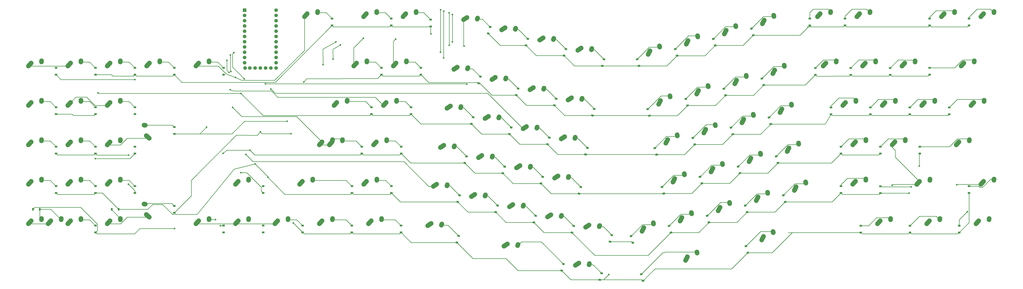
<source format=gbr>
%TF.GenerationSoftware,KiCad,Pcbnew,(5.1.10)-1*%
%TF.CreationDate,2021-06-20T14:11:50-07:00*%
%TF.ProjectId,HSC_Alice,4853435f-416c-4696-9365-2e6b69636164,rev?*%
%TF.SameCoordinates,Original*%
%TF.FileFunction,Copper,L2,Bot*%
%TF.FilePolarity,Positive*%
%FSLAX46Y46*%
G04 Gerber Fmt 4.6, Leading zero omitted, Abs format (unit mm)*
G04 Created by KiCad (PCBNEW (5.1.10)-1) date 2021-06-20 14:11:50*
%MOMM*%
%LPD*%
G01*
G04 APERTURE LIST*
%TA.AperFunction,ComponentPad*%
%ADD10C,2.250000*%
%TD*%
%TA.AperFunction,SMDPad,CuDef*%
%ADD11C,0.100000*%
%TD*%
%TA.AperFunction,SMDPad,CuDef*%
%ADD12R,1.200000X0.900000*%
%TD*%
%TA.AperFunction,ComponentPad*%
%ADD13C,1.752600*%
%TD*%
%TA.AperFunction,ComponentPad*%
%ADD14R,1.752600X1.752600*%
%TD*%
%TA.AperFunction,SMDPad,CuDef*%
%ADD15R,0.900000X1.200000*%
%TD*%
%TA.AperFunction,ViaPad*%
%ADD16C,0.800000*%
%TD*%
%TA.AperFunction,Conductor*%
%ADD17C,0.254000*%
%TD*%
G04 APERTURE END LIST*
D10*
%TO.P,MX16,1*%
%TO.N,Col2*%
X-620863000Y-141288000D03*
%TA.AperFunction,ComponentPad*%
G36*
G01*
X-622924312Y-143585350D02*
X-622924317Y-143585345D01*
G75*
G02*
X-623010345Y-141996683I751317J837345D01*
G01*
X-621700343Y-140536683D01*
G75*
G02*
X-620111681Y-140450655I837345J-751317D01*
G01*
X-620111681Y-140450655D01*
G75*
G02*
X-620025653Y-142039317I-751317J-837345D01*
G01*
X-621335655Y-143499317D01*
G75*
G02*
X-622924317Y-143585345I-837345J751317D01*
G01*
G37*
%TD.AperFunction*%
%TO.P,MX16,2*%
%TO.N,Net-(D16-Pad2)*%
X-615823000Y-140208000D03*
%TA.AperFunction,ComponentPad*%
G36*
G01*
X-615939517Y-141910395D02*
X-615940403Y-141910334D01*
G75*
G02*
X-616985334Y-140710597I77403J1122334D01*
G01*
X-616945334Y-140130597D01*
G75*
G02*
X-615745597Y-139085666I1122334J-77403D01*
G01*
X-615745597Y-139085666D01*
G75*
G02*
X-614700666Y-140285403I-77403J-1122334D01*
G01*
X-614740666Y-140865403D01*
G75*
G02*
X-615940403Y-141910334I-1122334J77403D01*
G01*
G37*
%TD.AperFunction*%
%TD*%
%TO.P,MX54,1*%
%TO.N,Col8*%
X-394304496Y-180797143D03*
%TA.AperFunction,ComponentPad*%
G36*
G01*
X-396890169Y-182482707D02*
X-396890173Y-182482700D01*
G75*
G02*
X-396562093Y-180925904I942438J614358D01*
G01*
X-394918853Y-179854706D01*
G75*
G02*
X-393362057Y-180182786I614358J-942438D01*
G01*
X-393362057Y-180182786D01*
G75*
G02*
X-393690137Y-181739582I-942438J-614358D01*
G01*
X-395333377Y-182810780D01*
G75*
G02*
X-396890173Y-182482700I-614358J942438D01*
G01*
G37*
%TD.AperFunction*%
%TO.P,MX54,2*%
%TO.N,Net-(D54-Pad2)*%
X-389156706Y-181058391D03*
%TA.AperFunction,ComponentPad*%
G36*
G01*
X-389709865Y-182672621D02*
X-389710705Y-182672333D01*
G75*
G02*
X-390409516Y-181243028I365247J1064058D01*
G01*
X-390220764Y-180693144D01*
G75*
G02*
X-388791459Y-179994333I1064058J-365247D01*
G01*
X-388791459Y-179994333D01*
G75*
G02*
X-388092648Y-181423638I-365247J-1064058D01*
G01*
X-388281400Y-181973522D01*
G75*
G02*
X-389710705Y-182672333I-1064058J365247D01*
G01*
G37*
%TD.AperFunction*%
%TD*%
%TO.P,MX95,1*%
%TO.N,Col15*%
X-229645600Y-141338800D03*
%TA.AperFunction,ComponentPad*%
G36*
G01*
X-231706912Y-143636150D02*
X-231706917Y-143636145D01*
G75*
G02*
X-231792945Y-142047483I751317J837345D01*
G01*
X-230482943Y-140587483D01*
G75*
G02*
X-228894281Y-140501455I837345J-751317D01*
G01*
X-228894281Y-140501455D01*
G75*
G02*
X-228808253Y-142090117I-751317J-837345D01*
G01*
X-230118255Y-143550117D01*
G75*
G02*
X-231706917Y-143636145I-837345J751317D01*
G01*
G37*
%TD.AperFunction*%
%TO.P,MX95,2*%
%TO.N,Net-(D95-Pad2)*%
X-224605600Y-140258800D03*
%TA.AperFunction,ComponentPad*%
G36*
G01*
X-224722117Y-141961195D02*
X-224723003Y-141961134D01*
G75*
G02*
X-225767934Y-140761397I77403J1122334D01*
G01*
X-225727934Y-140181397D01*
G75*
G02*
X-224528197Y-139136466I1122334J-77403D01*
G01*
X-224528197Y-139136466D01*
G75*
G02*
X-223483266Y-140336203I-77403J-1122334D01*
G01*
X-223523266Y-140916203D01*
G75*
G02*
X-224723003Y-141961134I-1122334J77403D01*
G01*
G37*
%TD.AperFunction*%
%TD*%
%TO.P,MX105,1*%
%TO.N,Col17*%
X-203458200Y-103213400D03*
%TA.AperFunction,ComponentPad*%
G36*
G01*
X-205519512Y-105510750D02*
X-205519517Y-105510745D01*
G75*
G02*
X-205605545Y-103922083I751317J837345D01*
G01*
X-204295543Y-102462083D01*
G75*
G02*
X-202706881Y-102376055I837345J-751317D01*
G01*
X-202706881Y-102376055D01*
G75*
G02*
X-202620853Y-103964717I-751317J-837345D01*
G01*
X-203930855Y-105424717D01*
G75*
G02*
X-205519517Y-105510745I-837345J751317D01*
G01*
G37*
%TD.AperFunction*%
%TO.P,MX105,2*%
%TO.N,Net-(D105-Pad2)*%
X-198418200Y-102133400D03*
%TA.AperFunction,ComponentPad*%
G36*
G01*
X-198534717Y-103835795D02*
X-198535603Y-103835734D01*
G75*
G02*
X-199580534Y-102635997I77403J1122334D01*
G01*
X-199540534Y-102055997D01*
G75*
G02*
X-198340797Y-101011066I1122334J-77403D01*
G01*
X-198340797Y-101011066D01*
G75*
G02*
X-197295866Y-102210803I-77403J-1122334D01*
G01*
X-197335866Y-102790803D01*
G75*
G02*
X-198535603Y-103835734I-1122334J77403D01*
G01*
G37*
%TD.AperFunction*%
%TD*%
%TO.P,MX48,1*%
%TO.N,Col7*%
X-428836138Y-171554049D03*
%TA.AperFunction,ComponentPad*%
G36*
G01*
X-431421811Y-173239613D02*
X-431421815Y-173239606D01*
G75*
G02*
X-431093735Y-171682810I942438J614358D01*
G01*
X-429450495Y-170611612D01*
G75*
G02*
X-427893699Y-170939692I614358J-942438D01*
G01*
X-427893699Y-170939692D01*
G75*
G02*
X-428221779Y-172496488I-942438J-614358D01*
G01*
X-429865019Y-173567686D01*
G75*
G02*
X-431421815Y-173239606I-614358J942438D01*
G01*
G37*
%TD.AperFunction*%
%TO.P,MX48,2*%
%TO.N,Net-(D48-Pad2)*%
X-423688348Y-171815297D03*
%TA.AperFunction,ComponentPad*%
G36*
G01*
X-424241507Y-173429527D02*
X-424242347Y-173429239D01*
G75*
G02*
X-424941158Y-171999934I365247J1064058D01*
G01*
X-424752406Y-171450050D01*
G75*
G02*
X-423323101Y-170751239I1064058J-365247D01*
G01*
X-423323101Y-170751239D01*
G75*
G02*
X-422624290Y-172180544I-365247J-1064058D01*
G01*
X-422813042Y-172730428D01*
G75*
G02*
X-424242347Y-173429239I-1064058J365247D01*
G01*
G37*
%TD.AperFunction*%
%TD*%
%TA.AperFunction,SMDPad,CuDef*%
D11*
%TO.P,D37,2*%
%TO.N,Net-(D37-Pad2)*%
G36*
X-436703335Y-67300675D02*
G01*
X-437862446Y-66990092D01*
X-437629509Y-66120759D01*
X-436470398Y-66431342D01*
X-436703335Y-67300675D01*
G37*
%TD.AperFunction*%
%TA.AperFunction,SMDPad,CuDef*%
%TO.P,D37,1*%
%TO.N,Row0*%
G36*
X-437557437Y-70488231D02*
G01*
X-438716548Y-70177648D01*
X-438483611Y-69308315D01*
X-437324500Y-69618898D01*
X-437557437Y-70488231D01*
G37*
%TD.AperFunction*%
%TD*%
D12*
%TO.P,D19,2*%
%TO.N,Net-(D19-Pad2)*%
X-513524500Y-62675500D03*
%TO.P,D19,1*%
%TO.N,Row0*%
X-513524500Y-65975500D03*
%TD*%
D10*
%TO.P,MX29,1*%
%TO.N,Col4*%
X-527899000Y-141288000D03*
%TA.AperFunction,ComponentPad*%
G36*
G01*
X-529960312Y-143585350D02*
X-529960317Y-143585345D01*
G75*
G02*
X-530046345Y-141996683I751317J837345D01*
G01*
X-528736343Y-140536683D01*
G75*
G02*
X-527147681Y-140450655I837345J-751317D01*
G01*
X-527147681Y-140450655D01*
G75*
G02*
X-527061653Y-142039317I-751317J-837345D01*
G01*
X-528371655Y-143499317D01*
G75*
G02*
X-529960317Y-143585345I-837345J751317D01*
G01*
G37*
%TD.AperFunction*%
%TO.P,MX29,2*%
%TO.N,Net-(D29-Pad2)*%
X-522859000Y-140208000D03*
%TA.AperFunction,ComponentPad*%
G36*
G01*
X-522975517Y-141910395D02*
X-522976403Y-141910334D01*
G75*
G02*
X-524021334Y-140710597I77403J1122334D01*
G01*
X-523981334Y-140130597D01*
G75*
G02*
X-522781597Y-139085666I1122334J-77403D01*
G01*
X-522781597Y-139085666D01*
G75*
G02*
X-521736666Y-140285403I-77403J-1122334D01*
G01*
X-521776666Y-140865403D01*
G75*
G02*
X-522976403Y-141910334I-1122334J77403D01*
G01*
G37*
%TD.AperFunction*%
%TD*%
%TO.P,MX28,1*%
%TO.N,Col4*%
X-513548000Y-122238000D03*
%TA.AperFunction,ComponentPad*%
G36*
G01*
X-515609312Y-124535350D02*
X-515609317Y-124535345D01*
G75*
G02*
X-515695345Y-122946683I751317J837345D01*
G01*
X-514385343Y-121486683D01*
G75*
G02*
X-512796681Y-121400655I837345J-751317D01*
G01*
X-512796681Y-121400655D01*
G75*
G02*
X-512710653Y-122989317I-751317J-837345D01*
G01*
X-514020655Y-124449317D01*
G75*
G02*
X-515609317Y-124535345I-837345J751317D01*
G01*
G37*
%TD.AperFunction*%
%TO.P,MX28,2*%
%TO.N,Net-(D28-Pad2)*%
X-508508000Y-121158000D03*
%TA.AperFunction,ComponentPad*%
G36*
G01*
X-508624517Y-122860395D02*
X-508625403Y-122860334D01*
G75*
G02*
X-509670334Y-121660597I77403J1122334D01*
G01*
X-509630334Y-121080597D01*
G75*
G02*
X-508430597Y-120035666I1122334J-77403D01*
G01*
X-508430597Y-120035666D01*
G75*
G02*
X-507385666Y-121235403I-77403J-1122334D01*
G01*
X-507425666Y-121815403D01*
G75*
G02*
X-508625403Y-122860334I-1122334J77403D01*
G01*
G37*
%TD.AperFunction*%
%TD*%
%TO.P,MX6,1*%
%TO.N,Col0*%
X-658963000Y-160338000D03*
%TA.AperFunction,ComponentPad*%
G36*
G01*
X-661024312Y-162635350D02*
X-661024317Y-162635345D01*
G75*
G02*
X-661110345Y-161046683I751317J837345D01*
G01*
X-659800343Y-159586683D01*
G75*
G02*
X-658211681Y-159500655I837345J-751317D01*
G01*
X-658211681Y-159500655D01*
G75*
G02*
X-658125653Y-161089317I-751317J-837345D01*
G01*
X-659435655Y-162549317D01*
G75*
G02*
X-661024317Y-162635345I-837345J751317D01*
G01*
G37*
%TD.AperFunction*%
%TO.P,MX6,2*%
%TO.N,Net-(D6-Pad2)*%
X-653923000Y-159258000D03*
%TA.AperFunction,ComponentPad*%
G36*
G01*
X-654039517Y-160960395D02*
X-654040403Y-160960334D01*
G75*
G02*
X-655085334Y-159760597I77403J1122334D01*
G01*
X-655045334Y-159180597D01*
G75*
G02*
X-653845597Y-158135666I1122334J-77403D01*
G01*
X-653845597Y-158135666D01*
G75*
G02*
X-652800666Y-159335403I-77403J-1122334D01*
G01*
X-652840666Y-159915403D01*
G75*
G02*
X-654040403Y-160960334I-1122334J77403D01*
G01*
G37*
%TD.AperFunction*%
%TD*%
D13*
%TO.P,U2,25*%
%TO.N,Row3*%
X-553237400Y-86537800D03*
%TO.P,U2,26*%
%TO.N,Row4*%
X-550697400Y-86537800D03*
%TO.P,U2,27*%
%TO.N,Row5*%
X-548157400Y-86537800D03*
%TO.P,U2,28*%
%TO.N,Col7*%
X-545617400Y-86537800D03*
%TO.P,U2,29*%
%TO.N,Col8*%
X-543077400Y-86537800D03*
%TO.P,U2,24*%
%TO.N,Col17*%
X-540537400Y-58597800D03*
%TO.P,U2,12*%
%TO.N,Row2*%
X-555548800Y-86537800D03*
%TO.P,U2,23*%
%TO.N,Net-(U2-Pad23)*%
X-540537400Y-61137800D03*
%TO.P,U2,22*%
%TO.N,Net-(U2-Pad22)*%
X-540537400Y-63677800D03*
%TO.P,U2,21*%
%TO.N,Net-(U2-Pad21)*%
X-540537400Y-66217800D03*
%TO.P,U2,20*%
%TO.N,Col16*%
X-540537400Y-68757800D03*
%TO.P,U2,19*%
%TO.N,Col15*%
X-540537400Y-71297800D03*
%TO.P,U2,18*%
%TO.N,Col14*%
X-540537400Y-73837800D03*
%TO.P,U2,17*%
%TO.N,Col13*%
X-540537400Y-76377800D03*
%TO.P,U2,16*%
%TO.N,Col12*%
X-540537400Y-78917800D03*
%TO.P,U2,15*%
%TO.N,Col11*%
X-540537400Y-81457800D03*
%TO.P,U2,14*%
%TO.N,Col10*%
X-540537400Y-83997800D03*
%TO.P,U2,13*%
%TO.N,Col9*%
X-540537400Y-86537800D03*
%TO.P,U2,11*%
%TO.N,Row1*%
X-555777400Y-83997800D03*
%TO.P,U2,10*%
%TO.N,Row0*%
X-555777400Y-81457800D03*
%TO.P,U2,9*%
%TO.N,Col6*%
X-555777400Y-78917800D03*
%TO.P,U2,8*%
%TO.N,Col5*%
X-555777400Y-76377800D03*
%TO.P,U2,7*%
%TO.N,Col4*%
X-555777400Y-73837800D03*
%TO.P,U2,6*%
%TO.N,Col3*%
X-555777400Y-71297800D03*
%TO.P,U2,5*%
%TO.N,Col2*%
X-555777400Y-68757800D03*
%TO.P,U2,4*%
%TO.N,Net-(U2-Pad4)*%
X-555777400Y-66217800D03*
%TO.P,U2,3*%
%TO.N,Net-(U2-Pad3)*%
X-555777400Y-63677800D03*
%TO.P,U2,2*%
%TO.N,Col1*%
X-555777400Y-61137800D03*
D14*
%TO.P,U2,1*%
%TO.N,Col0*%
X-555777400Y-58597800D03*
%TD*%
D10*
%TO.P,MX104,1*%
%TO.N,Col17*%
X-208233400Y-84138000D03*
%TA.AperFunction,ComponentPad*%
G36*
G01*
X-210294712Y-86435350D02*
X-210294717Y-86435345D01*
G75*
G02*
X-210380745Y-84846683I751317J837345D01*
G01*
X-209070743Y-83386683D01*
G75*
G02*
X-207482081Y-83300655I837345J-751317D01*
G01*
X-207482081Y-83300655D01*
G75*
G02*
X-207396053Y-84889317I-751317J-837345D01*
G01*
X-208706055Y-86349317D01*
G75*
G02*
X-210294717Y-86435345I-837345J751317D01*
G01*
G37*
%TD.AperFunction*%
%TO.P,MX104,2*%
%TO.N,Net-(D104-Pad2)*%
X-203193400Y-83058000D03*
%TA.AperFunction,ComponentPad*%
G36*
G01*
X-203309917Y-84760395D02*
X-203310803Y-84760334D01*
G75*
G02*
X-204355734Y-83560597I77403J1122334D01*
G01*
X-204315734Y-82980597D01*
G75*
G02*
X-203115997Y-81935666I1122334J-77403D01*
G01*
X-203115997Y-81935666D01*
G75*
G02*
X-202071066Y-83135403I-77403J-1122334D01*
G01*
X-202111066Y-83715403D01*
G75*
G02*
X-203310803Y-84760334I-1122334J77403D01*
G01*
G37*
%TD.AperFunction*%
%TD*%
%TO.P,MX103,1*%
%TO.N,Col17*%
X-198683000Y-60325500D03*
%TA.AperFunction,ComponentPad*%
G36*
G01*
X-200744312Y-62622850D02*
X-200744317Y-62622845D01*
G75*
G02*
X-200830345Y-61034183I751317J837345D01*
G01*
X-199520343Y-59574183D01*
G75*
G02*
X-197931681Y-59488155I837345J-751317D01*
G01*
X-197931681Y-59488155D01*
G75*
G02*
X-197845653Y-61076817I-751317J-837345D01*
G01*
X-199155655Y-62536817D01*
G75*
G02*
X-200744317Y-62622845I-837345J751317D01*
G01*
G37*
%TD.AperFunction*%
%TO.P,MX103,2*%
%TO.N,Net-(D103-Pad2)*%
X-193643000Y-59245500D03*
%TA.AperFunction,ComponentPad*%
G36*
G01*
X-193759517Y-60947895D02*
X-193760403Y-60947834D01*
G75*
G02*
X-194805334Y-59748097I77403J1122334D01*
G01*
X-194765334Y-59168097D01*
G75*
G02*
X-193565597Y-58123166I1122334J-77403D01*
G01*
X-193565597Y-58123166D01*
G75*
G02*
X-192520666Y-59322903I-77403J-1122334D01*
G01*
X-192560666Y-59902903D01*
G75*
G02*
X-193760403Y-60947834I-1122334J77403D01*
G01*
G37*
%TD.AperFunction*%
%TD*%
%TO.P,MX102,1*%
%TO.N,Col16*%
X-198683000Y-141288000D03*
%TA.AperFunction,ComponentPad*%
G36*
G01*
X-200744312Y-143585350D02*
X-200744317Y-143585345D01*
G75*
G02*
X-200830345Y-141996683I751317J837345D01*
G01*
X-199520343Y-140536683D01*
G75*
G02*
X-197931681Y-140450655I837345J-751317D01*
G01*
X-197931681Y-140450655D01*
G75*
G02*
X-197845653Y-142039317I-751317J-837345D01*
G01*
X-199155655Y-143499317D01*
G75*
G02*
X-200744317Y-143585345I-837345J751317D01*
G01*
G37*
%TD.AperFunction*%
%TO.P,MX102,2*%
%TO.N,Net-(D102-Pad2)*%
X-193643000Y-140208000D03*
%TA.AperFunction,ComponentPad*%
G36*
G01*
X-193759517Y-141910395D02*
X-193760403Y-141910334D01*
G75*
G02*
X-194805334Y-140710597I77403J1122334D01*
G01*
X-194765334Y-140130597D01*
G75*
G02*
X-193565597Y-139085666I1122334J-77403D01*
G01*
X-193565597Y-139085666D01*
G75*
G02*
X-192520666Y-140285403I-77403J-1122334D01*
G01*
X-192560666Y-140865403D01*
G75*
G02*
X-193760403Y-141910334I-1122334J77403D01*
G01*
G37*
%TD.AperFunction*%
%TD*%
%TO.P,MX101,1*%
%TO.N,Col16*%
X-210601400Y-122238000D03*
%TA.AperFunction,ComponentPad*%
G36*
G01*
X-212662712Y-124535350D02*
X-212662717Y-124535345D01*
G75*
G02*
X-212748745Y-122946683I751317J837345D01*
G01*
X-211438743Y-121486683D01*
G75*
G02*
X-209850081Y-121400655I837345J-751317D01*
G01*
X-209850081Y-121400655D01*
G75*
G02*
X-209764053Y-122989317I-751317J-837345D01*
G01*
X-211074055Y-124449317D01*
G75*
G02*
X-212662717Y-124535345I-837345J751317D01*
G01*
G37*
%TD.AperFunction*%
%TO.P,MX101,2*%
%TO.N,Net-(D101-Pad2)*%
X-205561400Y-121158000D03*
%TA.AperFunction,ComponentPad*%
G36*
G01*
X-205677917Y-122860395D02*
X-205678803Y-122860334D01*
G75*
G02*
X-206723734Y-121660597I77403J1122334D01*
G01*
X-206683734Y-121080597D01*
G75*
G02*
X-205483997Y-120035666I1122334J-77403D01*
G01*
X-205483997Y-120035666D01*
G75*
G02*
X-204439066Y-121235403I-77403J-1122334D01*
G01*
X-204479066Y-121815403D01*
G75*
G02*
X-205678803Y-122860334I-1122334J77403D01*
G01*
G37*
%TD.AperFunction*%
%TD*%
%TO.P,MX99,1*%
%TO.N,Col16*%
X-227283400Y-103213400D03*
%TA.AperFunction,ComponentPad*%
G36*
G01*
X-229344712Y-105510750D02*
X-229344717Y-105510745D01*
G75*
G02*
X-229430745Y-103922083I751317J837345D01*
G01*
X-228120743Y-102462083D01*
G75*
G02*
X-226532081Y-102376055I837345J-751317D01*
G01*
X-226532081Y-102376055D01*
G75*
G02*
X-226446053Y-103964717I-751317J-837345D01*
G01*
X-227756055Y-105424717D01*
G75*
G02*
X-229344717Y-105510745I-837345J751317D01*
G01*
G37*
%TD.AperFunction*%
%TO.P,MX99,2*%
%TO.N,Net-(D99-Pad2)*%
X-222243400Y-102133400D03*
%TA.AperFunction,ComponentPad*%
G36*
G01*
X-222359917Y-103835795D02*
X-222360803Y-103835734D01*
G75*
G02*
X-223405734Y-102635997I77403J1122334D01*
G01*
X-223365734Y-102055997D01*
G75*
G02*
X-222165997Y-101011066I1122334J-77403D01*
G01*
X-222165997Y-101011066D01*
G75*
G02*
X-221121066Y-102210803I-77403J-1122334D01*
G01*
X-221161066Y-102790803D01*
G75*
G02*
X-222360803Y-103835734I-1122334J77403D01*
G01*
G37*
%TD.AperFunction*%
%TD*%
%TO.P,MX98,1*%
%TO.N,Col16*%
X-236808400Y-84163400D03*
%TA.AperFunction,ComponentPad*%
G36*
G01*
X-238869712Y-86460750D02*
X-238869717Y-86460745D01*
G75*
G02*
X-238955745Y-84872083I751317J837345D01*
G01*
X-237645743Y-83412083D01*
G75*
G02*
X-236057081Y-83326055I837345J-751317D01*
G01*
X-236057081Y-83326055D01*
G75*
G02*
X-235971053Y-84914717I-751317J-837345D01*
G01*
X-237281055Y-86374717D01*
G75*
G02*
X-238869717Y-86460745I-837345J751317D01*
G01*
G37*
%TD.AperFunction*%
%TO.P,MX98,2*%
%TO.N,Net-(D98-Pad2)*%
X-231768400Y-83083400D03*
%TA.AperFunction,ComponentPad*%
G36*
G01*
X-231884917Y-84785795D02*
X-231885803Y-84785734D01*
G75*
G02*
X-232930734Y-83585997I77403J1122334D01*
G01*
X-232890734Y-83005997D01*
G75*
G02*
X-231690997Y-81961066I1122334J-77403D01*
G01*
X-231690997Y-81961066D01*
G75*
G02*
X-230646066Y-83160803I-77403J-1122334D01*
G01*
X-230686066Y-83740803D01*
G75*
G02*
X-231885803Y-84785734I-1122334J77403D01*
G01*
G37*
%TD.AperFunction*%
%TD*%
%TO.P,MX97,1*%
%TO.N,Col16*%
X-217733000Y-60325500D03*
%TA.AperFunction,ComponentPad*%
G36*
G01*
X-219794312Y-62622850D02*
X-219794317Y-62622845D01*
G75*
G02*
X-219880345Y-61034183I751317J837345D01*
G01*
X-218570343Y-59574183D01*
G75*
G02*
X-216981681Y-59488155I837345J-751317D01*
G01*
X-216981681Y-59488155D01*
G75*
G02*
X-216895653Y-61076817I-751317J-837345D01*
G01*
X-218205655Y-62536817D01*
G75*
G02*
X-219794317Y-62622845I-837345J751317D01*
G01*
G37*
%TD.AperFunction*%
%TO.P,MX97,2*%
%TO.N,Net-(D97-Pad2)*%
X-212693000Y-59245500D03*
%TA.AperFunction,ComponentPad*%
G36*
G01*
X-212809517Y-60947895D02*
X-212810403Y-60947834D01*
G75*
G02*
X-213855334Y-59748097I77403J1122334D01*
G01*
X-213815334Y-59168097D01*
G75*
G02*
X-212615597Y-58123166I1122334J-77403D01*
G01*
X-212615597Y-58123166D01*
G75*
G02*
X-211570666Y-59322903I-77403J-1122334D01*
G01*
X-211610666Y-59902903D01*
G75*
G02*
X-212810403Y-60947834I-1122334J77403D01*
G01*
G37*
%TD.AperFunction*%
%TD*%
%TO.P,MX96,1*%
%TO.N,Col15*%
X-201049000Y-160363400D03*
%TA.AperFunction,ComponentPad*%
G36*
G01*
X-203110312Y-162660750D02*
X-203110317Y-162660745D01*
G75*
G02*
X-203196345Y-161072083I751317J837345D01*
G01*
X-201886343Y-159612083D01*
G75*
G02*
X-200297681Y-159526055I837345J-751317D01*
G01*
X-200297681Y-159526055D01*
G75*
G02*
X-200211653Y-161114717I-751317J-837345D01*
G01*
X-201521655Y-162574717D01*
G75*
G02*
X-203110317Y-162660745I-837345J751317D01*
G01*
G37*
%TD.AperFunction*%
%TO.P,MX96,2*%
%TO.N,Net-(D96-Pad2)*%
X-196009000Y-159283400D03*
%TA.AperFunction,ComponentPad*%
G36*
G01*
X-196125517Y-160985795D02*
X-196126403Y-160985734D01*
G75*
G02*
X-197171334Y-159785997I77403J1122334D01*
G01*
X-197131334Y-159205997D01*
G75*
G02*
X-195931597Y-158161066I1122334J-77403D01*
G01*
X-195931597Y-158161066D01*
G75*
G02*
X-194886666Y-159360803I-77403J-1122334D01*
G01*
X-194926666Y-159940803D01*
G75*
G02*
X-196126403Y-160985734I-1122334J77403D01*
G01*
G37*
%TD.AperFunction*%
%TD*%
%TO.P,MX94,1*%
%TO.N,Col15*%
X-241532800Y-122212600D03*
%TA.AperFunction,ComponentPad*%
G36*
G01*
X-243594112Y-124509950D02*
X-243594117Y-124509945D01*
G75*
G02*
X-243680145Y-122921283I751317J837345D01*
G01*
X-242370143Y-121461283D01*
G75*
G02*
X-240781481Y-121375255I837345J-751317D01*
G01*
X-240781481Y-121375255D01*
G75*
G02*
X-240695453Y-122963917I-751317J-837345D01*
G01*
X-242005455Y-124423917D01*
G75*
G02*
X-243594117Y-124509945I-837345J751317D01*
G01*
G37*
%TD.AperFunction*%
%TO.P,MX94,2*%
%TO.N,Net-(D94-Pad2)*%
X-236492800Y-121132600D03*
%TA.AperFunction,ComponentPad*%
G36*
G01*
X-236609317Y-122834995D02*
X-236610203Y-122834934D01*
G75*
G02*
X-237655134Y-121635197I77403J1122334D01*
G01*
X-237615134Y-121055197D01*
G75*
G02*
X-236415397Y-120010266I1122334J-77403D01*
G01*
X-236415397Y-120010266D01*
G75*
G02*
X-235370466Y-121210003I-77403J-1122334D01*
G01*
X-235410466Y-121790003D01*
G75*
G02*
X-236610203Y-122834934I-1122334J77403D01*
G01*
G37*
%TD.AperFunction*%
%TD*%
%TO.P,MX93,1*%
%TO.N,Col15*%
X-246333400Y-103213400D03*
%TA.AperFunction,ComponentPad*%
G36*
G01*
X-248394712Y-105510750D02*
X-248394717Y-105510745D01*
G75*
G02*
X-248480745Y-103922083I751317J837345D01*
G01*
X-247170743Y-102462083D01*
G75*
G02*
X-245582081Y-102376055I837345J-751317D01*
G01*
X-245582081Y-102376055D01*
G75*
G02*
X-245496053Y-103964717I-751317J-837345D01*
G01*
X-246806055Y-105424717D01*
G75*
G02*
X-248394717Y-105510745I-837345J751317D01*
G01*
G37*
%TD.AperFunction*%
%TO.P,MX93,2*%
%TO.N,Net-(D93-Pad2)*%
X-241293400Y-102133400D03*
%TA.AperFunction,ComponentPad*%
G36*
G01*
X-241409917Y-103835795D02*
X-241410803Y-103835734D01*
G75*
G02*
X-242455734Y-102635997I77403J1122334D01*
G01*
X-242415734Y-102055997D01*
G75*
G02*
X-241215997Y-101011066I1122334J-77403D01*
G01*
X-241215997Y-101011066D01*
G75*
G02*
X-240171066Y-102210803I-77403J-1122334D01*
G01*
X-240211066Y-102790803D01*
G75*
G02*
X-241410803Y-103835734I-1122334J77403D01*
G01*
G37*
%TD.AperFunction*%
%TD*%
%TO.P,MX92,1*%
%TO.N,Col15*%
X-255858400Y-84163400D03*
%TA.AperFunction,ComponentPad*%
G36*
G01*
X-257919712Y-86460750D02*
X-257919717Y-86460745D01*
G75*
G02*
X-258005745Y-84872083I751317J837345D01*
G01*
X-256695743Y-83412083D01*
G75*
G02*
X-255107081Y-83326055I837345J-751317D01*
G01*
X-255107081Y-83326055D01*
G75*
G02*
X-255021053Y-84914717I-751317J-837345D01*
G01*
X-256331055Y-86374717D01*
G75*
G02*
X-257919717Y-86460745I-837345J751317D01*
G01*
G37*
%TD.AperFunction*%
%TO.P,MX92,2*%
%TO.N,Net-(D92-Pad2)*%
X-250818400Y-83083400D03*
%TA.AperFunction,ComponentPad*%
G36*
G01*
X-250934917Y-84785795D02*
X-250935803Y-84785734D01*
G75*
G02*
X-251980734Y-83585997I77403J1122334D01*
G01*
X-251940734Y-83005997D01*
G75*
G02*
X-250740997Y-81961066I1122334J-77403D01*
G01*
X-250740997Y-81961066D01*
G75*
G02*
X-249696066Y-83160803I-77403J-1122334D01*
G01*
X-249736066Y-83740803D01*
G75*
G02*
X-250935803Y-84785734I-1122334J77403D01*
G01*
G37*
%TD.AperFunction*%
%TD*%
%TO.P,MX91,1*%
%TO.N,Col15*%
X-258601600Y-60325500D03*
%TA.AperFunction,ComponentPad*%
G36*
G01*
X-260662912Y-62622850D02*
X-260662917Y-62622845D01*
G75*
G02*
X-260748945Y-61034183I751317J837345D01*
G01*
X-259438943Y-59574183D01*
G75*
G02*
X-257850281Y-59488155I837345J-751317D01*
G01*
X-257850281Y-59488155D01*
G75*
G02*
X-257764253Y-61076817I-751317J-837345D01*
G01*
X-259074255Y-62536817D01*
G75*
G02*
X-260662917Y-62622845I-837345J751317D01*
G01*
G37*
%TD.AperFunction*%
%TO.P,MX91,2*%
%TO.N,Net-(D91-Pad2)*%
X-253561600Y-59245500D03*
%TA.AperFunction,ComponentPad*%
G36*
G01*
X-253678117Y-60947895D02*
X-253679003Y-60947834D01*
G75*
G02*
X-254723934Y-59748097I77403J1122334D01*
G01*
X-254683934Y-59168097D01*
G75*
G02*
X-253484197Y-58123166I1122334J-77403D01*
G01*
X-253484197Y-58123166D01*
G75*
G02*
X-252439266Y-59322903I-77403J-1122334D01*
G01*
X-252479266Y-59902903D01*
G75*
G02*
X-253679003Y-60947834I-1122334J77403D01*
G01*
G37*
%TD.AperFunction*%
%TD*%
%TO.P,MX90,1*%
%TO.N,Col14*%
X-224848800Y-160363400D03*
%TA.AperFunction,ComponentPad*%
G36*
G01*
X-226910112Y-162660750D02*
X-226910117Y-162660745D01*
G75*
G02*
X-226996145Y-161072083I751317J837345D01*
G01*
X-225686143Y-159612083D01*
G75*
G02*
X-224097481Y-159526055I837345J-751317D01*
G01*
X-224097481Y-159526055D01*
G75*
G02*
X-224011453Y-161114717I-751317J-837345D01*
G01*
X-225321455Y-162574717D01*
G75*
G02*
X-226910117Y-162660745I-837345J751317D01*
G01*
G37*
%TD.AperFunction*%
%TO.P,MX90,2*%
%TO.N,Net-(D90-Pad2)*%
X-219808800Y-159283400D03*
%TA.AperFunction,ComponentPad*%
G36*
G01*
X-219925317Y-160985795D02*
X-219926203Y-160985734D01*
G75*
G02*
X-220971134Y-159785997I77403J1122334D01*
G01*
X-220931134Y-159205997D01*
G75*
G02*
X-219731397Y-158161066I1122334J-77403D01*
G01*
X-219731397Y-158161066D01*
G75*
G02*
X-218686466Y-159360803I-77403J-1122334D01*
G01*
X-218726466Y-159940803D01*
G75*
G02*
X-219926203Y-160985734I-1122334J77403D01*
G01*
G37*
%TD.AperFunction*%
%TD*%
%TO.P,MX89,1*%
%TO.N,Col14*%
X-260608200Y-141262600D03*
%TA.AperFunction,ComponentPad*%
G36*
G01*
X-262669512Y-143559950D02*
X-262669517Y-143559945D01*
G75*
G02*
X-262755545Y-141971283I751317J837345D01*
G01*
X-261445543Y-140511283D01*
G75*
G02*
X-259856881Y-140425255I837345J-751317D01*
G01*
X-259856881Y-140425255D01*
G75*
G02*
X-259770853Y-142013917I-751317J-837345D01*
G01*
X-261080855Y-143473917D01*
G75*
G02*
X-262669517Y-143559945I-837345J751317D01*
G01*
G37*
%TD.AperFunction*%
%TO.P,MX89,2*%
%TO.N,Net-(D89-Pad2)*%
X-255568200Y-140182600D03*
%TA.AperFunction,ComponentPad*%
G36*
G01*
X-255684717Y-141884995D02*
X-255685603Y-141884934D01*
G75*
G02*
X-256730534Y-140685197I77403J1122334D01*
G01*
X-256690534Y-140105197D01*
G75*
G02*
X-255490797Y-139060266I1122334J-77403D01*
G01*
X-255490797Y-139060266D01*
G75*
G02*
X-254445866Y-140260003I-77403J-1122334D01*
G01*
X-254485866Y-140840003D01*
G75*
G02*
X-255685603Y-141884934I-1122334J77403D01*
G01*
G37*
%TD.AperFunction*%
%TD*%
%TO.P,MX88,1*%
%TO.N,Col14*%
X-260582800Y-122212600D03*
%TA.AperFunction,ComponentPad*%
G36*
G01*
X-262644112Y-124509950D02*
X-262644117Y-124509945D01*
G75*
G02*
X-262730145Y-122921283I751317J837345D01*
G01*
X-261420143Y-121461283D01*
G75*
G02*
X-259831481Y-121375255I837345J-751317D01*
G01*
X-259831481Y-121375255D01*
G75*
G02*
X-259745453Y-122963917I-751317J-837345D01*
G01*
X-261055455Y-124423917D01*
G75*
G02*
X-262644117Y-124509945I-837345J751317D01*
G01*
G37*
%TD.AperFunction*%
%TO.P,MX88,2*%
%TO.N,Net-(D88-Pad2)*%
X-255542800Y-121132600D03*
%TA.AperFunction,ComponentPad*%
G36*
G01*
X-255659317Y-122834995D02*
X-255660203Y-122834934D01*
G75*
G02*
X-256705134Y-121635197I77403J1122334D01*
G01*
X-256665134Y-121055197D01*
G75*
G02*
X-255465397Y-120010266I1122334J-77403D01*
G01*
X-255465397Y-120010266D01*
G75*
G02*
X-254420466Y-121210003I-77403J-1122334D01*
G01*
X-254460466Y-121790003D01*
G75*
G02*
X-255660203Y-122834934I-1122334J77403D01*
G01*
G37*
%TD.AperFunction*%
%TD*%
%TO.P,MX87,1*%
%TO.N,Col14*%
X-265408800Y-103213400D03*
%TA.AperFunction,ComponentPad*%
G36*
G01*
X-267470112Y-105510750D02*
X-267470117Y-105510745D01*
G75*
G02*
X-267556145Y-103922083I751317J837345D01*
G01*
X-266246143Y-102462083D01*
G75*
G02*
X-264657481Y-102376055I837345J-751317D01*
G01*
X-264657481Y-102376055D01*
G75*
G02*
X-264571453Y-103964717I-751317J-837345D01*
G01*
X-265881455Y-105424717D01*
G75*
G02*
X-267470117Y-105510745I-837345J751317D01*
G01*
G37*
%TD.AperFunction*%
%TO.P,MX87,2*%
%TO.N,Net-(D87-Pad2)*%
X-260368800Y-102133400D03*
%TA.AperFunction,ComponentPad*%
G36*
G01*
X-260485317Y-103835795D02*
X-260486203Y-103835734D01*
G75*
G02*
X-261531134Y-102635997I77403J1122334D01*
G01*
X-261491134Y-102055997D01*
G75*
G02*
X-260291397Y-101011066I1122334J-77403D01*
G01*
X-260291397Y-101011066D01*
G75*
G02*
X-259246466Y-102210803I-77403J-1122334D01*
G01*
X-259286466Y-102790803D01*
G75*
G02*
X-260486203Y-103835734I-1122334J77403D01*
G01*
G37*
%TD.AperFunction*%
%TD*%
%TO.P,MX86,1*%
%TO.N,Col14*%
X-274908400Y-84163400D03*
%TA.AperFunction,ComponentPad*%
G36*
G01*
X-276969712Y-86460750D02*
X-276969717Y-86460745D01*
G75*
G02*
X-277055745Y-84872083I751317J837345D01*
G01*
X-275745743Y-83412083D01*
G75*
G02*
X-274157081Y-83326055I837345J-751317D01*
G01*
X-274157081Y-83326055D01*
G75*
G02*
X-274071053Y-84914717I-751317J-837345D01*
G01*
X-275381055Y-86374717D01*
G75*
G02*
X-276969717Y-86460745I-837345J751317D01*
G01*
G37*
%TD.AperFunction*%
%TO.P,MX86,2*%
%TO.N,Net-(D86-Pad2)*%
X-269868400Y-83083400D03*
%TA.AperFunction,ComponentPad*%
G36*
G01*
X-269984917Y-84785795D02*
X-269985803Y-84785734D01*
G75*
G02*
X-271030734Y-83585997I77403J1122334D01*
G01*
X-270990734Y-83005997D01*
G75*
G02*
X-269790997Y-81961066I1122334J-77403D01*
G01*
X-269790997Y-81961066D01*
G75*
G02*
X-268746066Y-83160803I-77403J-1122334D01*
G01*
X-268786066Y-83740803D01*
G75*
G02*
X-269985803Y-84785734I-1122334J77403D01*
G01*
G37*
%TD.AperFunction*%
%TD*%
%TO.P,MX85,1*%
%TO.N,Col14*%
X-277651600Y-60325500D03*
%TA.AperFunction,ComponentPad*%
G36*
G01*
X-279712912Y-62622850D02*
X-279712917Y-62622845D01*
G75*
G02*
X-279798945Y-61034183I751317J837345D01*
G01*
X-278488943Y-59574183D01*
G75*
G02*
X-276900281Y-59488155I837345J-751317D01*
G01*
X-276900281Y-59488155D01*
G75*
G02*
X-276814253Y-61076817I-751317J-837345D01*
G01*
X-278124255Y-62536817D01*
G75*
G02*
X-279712917Y-62622845I-837345J751317D01*
G01*
G37*
%TD.AperFunction*%
%TO.P,MX85,2*%
%TO.N,Net-(D85-Pad2)*%
X-272611600Y-59245500D03*
%TA.AperFunction,ComponentPad*%
G36*
G01*
X-272728117Y-60947895D02*
X-272729003Y-60947834D01*
G75*
G02*
X-273773934Y-59748097I77403J1122334D01*
G01*
X-273733934Y-59168097D01*
G75*
G02*
X-272534197Y-58123166I1122334J-77403D01*
G01*
X-272534197Y-58123166D01*
G75*
G02*
X-271489266Y-59322903I-77403J-1122334D01*
G01*
X-271529266Y-59902903D01*
G75*
G02*
X-272729003Y-60947834I-1122334J77403D01*
G01*
G37*
%TD.AperFunction*%
%TD*%
%TO.P,MX84,1*%
%TO.N,Col13*%
X-248644800Y-160363400D03*
%TA.AperFunction,ComponentPad*%
G36*
G01*
X-250706112Y-162660750D02*
X-250706117Y-162660745D01*
G75*
G02*
X-250792145Y-161072083I751317J837345D01*
G01*
X-249482143Y-159612083D01*
G75*
G02*
X-247893481Y-159526055I837345J-751317D01*
G01*
X-247893481Y-159526055D01*
G75*
G02*
X-247807453Y-161114717I-751317J-837345D01*
G01*
X-249117455Y-162574717D01*
G75*
G02*
X-250706117Y-162660745I-837345J751317D01*
G01*
G37*
%TD.AperFunction*%
%TO.P,MX84,2*%
%TO.N,Net-(D84-Pad2)*%
X-243604800Y-159283400D03*
%TA.AperFunction,ComponentPad*%
G36*
G01*
X-243721317Y-160985795D02*
X-243722203Y-160985734D01*
G75*
G02*
X-244767134Y-159785997I77403J1122334D01*
G01*
X-244727134Y-159205997D01*
G75*
G02*
X-243527397Y-158161066I1122334J-77403D01*
G01*
X-243527397Y-158161066D01*
G75*
G02*
X-242482466Y-159360803I-77403J-1122334D01*
G01*
X-242522466Y-159940803D01*
G75*
G02*
X-243722203Y-160985734I-1122334J77403D01*
G01*
G37*
%TD.AperFunction*%
%TD*%
%TO.P,MX83,1*%
%TO.N,Col13*%
X-289266003Y-143968344D03*
%TA.AperFunction,ComponentPad*%
G36*
G01*
X-290662479Y-146720921D02*
X-290662486Y-146720918D01*
G75*
G02*
X-291156759Y-145208653I508996J1003269D01*
G01*
X-290269271Y-143459349D01*
G75*
G02*
X-288757006Y-142965076I1003269J-508996D01*
G01*
X-288757006Y-142965076D01*
G75*
G02*
X-288262733Y-144477341I-508996J-1003269D01*
G01*
X-289150221Y-146226645D01*
G75*
G02*
X-290662486Y-146720918I-1003269J508996D01*
G01*
G37*
%TD.AperFunction*%
%TO.P,MX83,2*%
%TO.N,Net-(D83-Pad2)*%
X-284677261Y-141620696D03*
%TA.AperFunction,ComponentPad*%
G36*
G01*
X-284349196Y-143295240D02*
X-284350067Y-143295411D01*
G75*
G02*
X-285669908Y-142407002I-215716J1104125D01*
G01*
X-285781386Y-141836412D01*
G75*
G02*
X-284892977Y-140516571I1104125J215716D01*
G01*
X-284892977Y-140516571D01*
G75*
G02*
X-283573136Y-141404980I215716J-1104125D01*
G01*
X-283461658Y-141975570D01*
G75*
G02*
X-284350067Y-143295411I-1104125J-215716D01*
G01*
G37*
%TD.AperFunction*%
%TD*%
%TO.P,MX82,1*%
%TO.N,Col13*%
X-292725433Y-125142638D03*
%TA.AperFunction,ComponentPad*%
G36*
G01*
X-294121909Y-127895215D02*
X-294121916Y-127895212D01*
G75*
G02*
X-294616189Y-126382947I508996J1003269D01*
G01*
X-293728701Y-124633643D01*
G75*
G02*
X-292216436Y-124139370I1003269J-508996D01*
G01*
X-292216436Y-124139370D01*
G75*
G02*
X-291722163Y-125651635I-508996J-1003269D01*
G01*
X-292609651Y-127400939D01*
G75*
G02*
X-294121916Y-127895212I-1003269J508996D01*
G01*
G37*
%TD.AperFunction*%
%TO.P,MX82,2*%
%TO.N,Net-(D82-Pad2)*%
X-288136691Y-122794990D03*
%TA.AperFunction,ComponentPad*%
G36*
G01*
X-287808626Y-124469534D02*
X-287809497Y-124469705D01*
G75*
G02*
X-289129338Y-123581296I-215716J1104125D01*
G01*
X-289240816Y-123010706D01*
G75*
G02*
X-288352407Y-121690865I1104125J215716D01*
G01*
X-288352407Y-121690865D01*
G75*
G02*
X-287032566Y-122579274I215716J-1104125D01*
G01*
X-286921088Y-123149864D01*
G75*
G02*
X-287809497Y-124469705I-1104125J-215716D01*
G01*
G37*
%TD.AperFunction*%
%TD*%
%TO.P,MX81,1*%
%TO.N,Col13*%
X-296179833Y-106346638D03*
%TA.AperFunction,ComponentPad*%
G36*
G01*
X-297576309Y-109099215D02*
X-297576316Y-109099212D01*
G75*
G02*
X-298070589Y-107586947I508996J1003269D01*
G01*
X-297183101Y-105837643D01*
G75*
G02*
X-295670836Y-105343370I1003269J-508996D01*
G01*
X-295670836Y-105343370D01*
G75*
G02*
X-295176563Y-106855635I-508996J-1003269D01*
G01*
X-296064051Y-108604939D01*
G75*
G02*
X-297576316Y-109099212I-1003269J508996D01*
G01*
G37*
%TD.AperFunction*%
%TO.P,MX81,2*%
%TO.N,Net-(D81-Pad2)*%
X-291591091Y-103998990D03*
%TA.AperFunction,ComponentPad*%
G36*
G01*
X-291263026Y-105673534D02*
X-291263897Y-105673705D01*
G75*
G02*
X-292583738Y-104785296I-215716J1104125D01*
G01*
X-292695216Y-104214706D01*
G75*
G02*
X-291806807Y-102894865I1104125J215716D01*
G01*
X-291806807Y-102894865D01*
G75*
G02*
X-290486966Y-103783274I215716J-1104125D01*
G01*
X-290375488Y-104353864D01*
G75*
G02*
X-291263897Y-105673705I-1104125J-215716D01*
G01*
G37*
%TD.AperFunction*%
%TD*%
%TO.P,MX80,1*%
%TO.N,Col13*%
X-299634233Y-87525238D03*
%TA.AperFunction,ComponentPad*%
G36*
G01*
X-301030709Y-90277815D02*
X-301030716Y-90277812D01*
G75*
G02*
X-301524989Y-88765547I508996J1003269D01*
G01*
X-300637501Y-87016243D01*
G75*
G02*
X-299125236Y-86521970I1003269J-508996D01*
G01*
X-299125236Y-86521970D01*
G75*
G02*
X-298630963Y-88034235I-508996J-1003269D01*
G01*
X-299518451Y-89783539D01*
G75*
G02*
X-301030716Y-90277812I-1003269J508996D01*
G01*
G37*
%TD.AperFunction*%
%TO.P,MX80,2*%
%TO.N,Net-(D80-Pad2)*%
X-295045491Y-85177590D03*
%TA.AperFunction,ComponentPad*%
G36*
G01*
X-294717426Y-86852134D02*
X-294718297Y-86852305D01*
G75*
G02*
X-296038138Y-85963896I-215716J1104125D01*
G01*
X-296149616Y-85393306D01*
G75*
G02*
X-295261207Y-84073465I1104125J215716D01*
G01*
X-295261207Y-84073465D01*
G75*
G02*
X-293941366Y-84961874I215716J-1104125D01*
G01*
X-293829888Y-85532464D01*
G75*
G02*
X-294718297Y-86852305I-1104125J-215716D01*
G01*
G37*
%TD.AperFunction*%
%TD*%
%TO.P,MX79,1*%
%TO.N,Col13*%
X-304693883Y-63448438D03*
%TA.AperFunction,ComponentPad*%
G36*
G01*
X-306090359Y-66201015D02*
X-306090366Y-66201012D01*
G75*
G02*
X-306584639Y-64688747I508996J1003269D01*
G01*
X-305697151Y-62939443D01*
G75*
G02*
X-304184886Y-62445170I1003269J-508996D01*
G01*
X-304184886Y-62445170D01*
G75*
G02*
X-303690613Y-63957435I-508996J-1003269D01*
G01*
X-304578101Y-65706739D01*
G75*
G02*
X-306090366Y-66201012I-1003269J508996D01*
G01*
G37*
%TD.AperFunction*%
%TO.P,MX79,2*%
%TO.N,Net-(D79-Pad2)*%
X-300105141Y-61100790D03*
%TA.AperFunction,ComponentPad*%
G36*
G01*
X-299777076Y-62775334D02*
X-299777947Y-62775505D01*
G75*
G02*
X-301097788Y-61887096I-215716J1104125D01*
G01*
X-301209266Y-61316506D01*
G75*
G02*
X-300320857Y-59996665I1104125J215716D01*
G01*
X-300320857Y-59996665D01*
G75*
G02*
X-299001016Y-60885074I215716J-1104125D01*
G01*
X-298889538Y-61455664D01*
G75*
G02*
X-299777947Y-62775505I-1104125J-215716D01*
G01*
G37*
%TD.AperFunction*%
%TD*%
%TO.P,MX78,1*%
%TO.N,Col12*%
X-305027118Y-167897339D03*
%TA.AperFunction,ComponentPad*%
G36*
G01*
X-306423594Y-170649916D02*
X-306423601Y-170649913D01*
G75*
G02*
X-306917874Y-169137648I508996J1003269D01*
G01*
X-306030386Y-167388344D01*
G75*
G02*
X-304518121Y-166894071I1003269J-508996D01*
G01*
X-304518121Y-166894071D01*
G75*
G02*
X-304023848Y-168406336I-508996J-1003269D01*
G01*
X-304911336Y-170155640D01*
G75*
G02*
X-306423601Y-170649913I-1003269J508996D01*
G01*
G37*
%TD.AperFunction*%
%TO.P,MX78,2*%
%TO.N,Net-(D78-Pad2)*%
X-300438376Y-165549691D03*
%TA.AperFunction,ComponentPad*%
G36*
G01*
X-300110311Y-167224235D02*
X-300111182Y-167224406D01*
G75*
G02*
X-301431023Y-166335997I-215716J1104125D01*
G01*
X-301542501Y-165765407D01*
G75*
G02*
X-300654092Y-164445566I1104125J215716D01*
G01*
X-300654092Y-164445566D01*
G75*
G02*
X-299334251Y-165333975I215716J-1104125D01*
G01*
X-299222773Y-165904565D01*
G75*
G02*
X-300111182Y-167224406I-1104125J-215716D01*
G01*
G37*
%TD.AperFunction*%
%TD*%
%TO.P,MX77,1*%
%TO.N,Col12*%
X-307666889Y-148898846D03*
%TA.AperFunction,ComponentPad*%
G36*
G01*
X-309063365Y-151651423D02*
X-309063372Y-151651420D01*
G75*
G02*
X-309557645Y-150139155I508996J1003269D01*
G01*
X-308670157Y-148389851D01*
G75*
G02*
X-307157892Y-147895578I1003269J-508996D01*
G01*
X-307157892Y-147895578D01*
G75*
G02*
X-306663619Y-149407843I-508996J-1003269D01*
G01*
X-307551107Y-151157147D01*
G75*
G02*
X-309063372Y-151651420I-1003269J508996D01*
G01*
G37*
%TD.AperFunction*%
%TO.P,MX77,2*%
%TO.N,Net-(D77-Pad2)*%
X-303078147Y-146551198D03*
%TA.AperFunction,ComponentPad*%
G36*
G01*
X-302750082Y-148225742D02*
X-302750953Y-148225913D01*
G75*
G02*
X-304070794Y-147337504I-215716J1104125D01*
G01*
X-304182272Y-146766914D01*
G75*
G02*
X-303293863Y-145447073I1104125J215716D01*
G01*
X-303293863Y-145447073D01*
G75*
G02*
X-301974022Y-146335482I215716J-1104125D01*
G01*
X-301862544Y-146906072D01*
G75*
G02*
X-302750953Y-148225913I-1104125J-215716D01*
G01*
G37*
%TD.AperFunction*%
%TD*%
%TO.P,MX76,1*%
%TO.N,Col12*%
X-311126319Y-130073140D03*
%TA.AperFunction,ComponentPad*%
G36*
G01*
X-312522795Y-132825717D02*
X-312522802Y-132825714D01*
G75*
G02*
X-313017075Y-131313449I508996J1003269D01*
G01*
X-312129587Y-129564145D01*
G75*
G02*
X-310617322Y-129069872I1003269J-508996D01*
G01*
X-310617322Y-129069872D01*
G75*
G02*
X-310123049Y-130582137I-508996J-1003269D01*
G01*
X-311010537Y-132331441D01*
G75*
G02*
X-312522802Y-132825714I-1003269J508996D01*
G01*
G37*
%TD.AperFunction*%
%TO.P,MX76,2*%
%TO.N,Net-(D76-Pad2)*%
X-306537577Y-127725492D03*
%TA.AperFunction,ComponentPad*%
G36*
G01*
X-306209512Y-129400036D02*
X-306210383Y-129400207D01*
G75*
G02*
X-307530224Y-128511798I-215716J1104125D01*
G01*
X-307641702Y-127941208D01*
G75*
G02*
X-306753293Y-126621367I1104125J215716D01*
G01*
X-306753293Y-126621367D01*
G75*
G02*
X-305433452Y-127509776I215716J-1104125D01*
G01*
X-305321974Y-128080366D01*
G75*
G02*
X-306210383Y-129400207I-1104125J-215716D01*
G01*
G37*
%TD.AperFunction*%
%TD*%
%TO.P,MX75,1*%
%TO.N,Col12*%
X-314580719Y-111277140D03*
%TA.AperFunction,ComponentPad*%
G36*
G01*
X-315977195Y-114029717D02*
X-315977202Y-114029714D01*
G75*
G02*
X-316471475Y-112517449I508996J1003269D01*
G01*
X-315583987Y-110768145D01*
G75*
G02*
X-314071722Y-110273872I1003269J-508996D01*
G01*
X-314071722Y-110273872D01*
G75*
G02*
X-313577449Y-111786137I-508996J-1003269D01*
G01*
X-314464937Y-113535441D01*
G75*
G02*
X-315977202Y-114029714I-1003269J508996D01*
G01*
G37*
%TD.AperFunction*%
%TO.P,MX75,2*%
%TO.N,Net-(D75-Pad2)*%
X-309991977Y-108929492D03*
%TA.AperFunction,ComponentPad*%
G36*
G01*
X-309663912Y-110604036D02*
X-309664783Y-110604207D01*
G75*
G02*
X-310984624Y-109715798I-215716J1104125D01*
G01*
X-311096102Y-109145208D01*
G75*
G02*
X-310207693Y-107825367I1104125J215716D01*
G01*
X-310207693Y-107825367D01*
G75*
G02*
X-308887852Y-108713776I215716J-1104125D01*
G01*
X-308776374Y-109284366D01*
G75*
G02*
X-309664783Y-110604207I-1104125J-215716D01*
G01*
G37*
%TD.AperFunction*%
%TD*%
%TO.P,MX74,1*%
%TO.N,Col12*%
X-318035119Y-92455740D03*
%TA.AperFunction,ComponentPad*%
G36*
G01*
X-319431595Y-95208317D02*
X-319431602Y-95208314D01*
G75*
G02*
X-319925875Y-93696049I508996J1003269D01*
G01*
X-319038387Y-91946745D01*
G75*
G02*
X-317526122Y-91452472I1003269J-508996D01*
G01*
X-317526122Y-91452472D01*
G75*
G02*
X-317031849Y-92964737I-508996J-1003269D01*
G01*
X-317919337Y-94714041D01*
G75*
G02*
X-319431602Y-95208314I-1003269J508996D01*
G01*
G37*
%TD.AperFunction*%
%TO.P,MX74,2*%
%TO.N,Net-(D74-Pad2)*%
X-313446377Y-90108092D03*
%TA.AperFunction,ComponentPad*%
G36*
G01*
X-313118312Y-91782636D02*
X-313119183Y-91782807D01*
G75*
G02*
X-314439024Y-90894398I-215716J1104125D01*
G01*
X-314550502Y-90323808D01*
G75*
G02*
X-313662093Y-89003967I1104125J215716D01*
G01*
X-313662093Y-89003967D01*
G75*
G02*
X-312342252Y-89892376I215716J-1104125D01*
G01*
X-312230774Y-90462966D01*
G75*
G02*
X-313119183Y-91782807I-1104125J-215716D01*
G01*
G37*
%TD.AperFunction*%
%TD*%
%TO.P,MX73,1*%
%TO.N,Col12*%
X-323094769Y-68378940D03*
%TA.AperFunction,ComponentPad*%
G36*
G01*
X-324491245Y-71131517D02*
X-324491252Y-71131514D01*
G75*
G02*
X-324985525Y-69619249I508996J1003269D01*
G01*
X-324098037Y-67869945D01*
G75*
G02*
X-322585772Y-67375672I1003269J-508996D01*
G01*
X-322585772Y-67375672D01*
G75*
G02*
X-322091499Y-68887937I-508996J-1003269D01*
G01*
X-322978987Y-70637241D01*
G75*
G02*
X-324491252Y-71131514I-1003269J508996D01*
G01*
G37*
%TD.AperFunction*%
%TO.P,MX73,2*%
%TO.N,Net-(D73-Pad2)*%
X-318506027Y-66031292D03*
%TA.AperFunction,ComponentPad*%
G36*
G01*
X-318177962Y-67705836D02*
X-318178833Y-67706007D01*
G75*
G02*
X-319498674Y-66817598I-215716J1104125D01*
G01*
X-319610152Y-66247008D01*
G75*
G02*
X-318721743Y-64927167I1104125J215716D01*
G01*
X-318721743Y-64927167D01*
G75*
G02*
X-317401902Y-65815576I215716J-1104125D01*
G01*
X-317290424Y-66386166D01*
G75*
G02*
X-318178833Y-67706007I-1104125J-215716D01*
G01*
G37*
%TD.AperFunction*%
%TD*%
%TO.P,MX72,1*%
%TO.N,Col11*%
X-341828891Y-177758344D03*
%TA.AperFunction,ComponentPad*%
G36*
G01*
X-343225367Y-180510921D02*
X-343225374Y-180510918D01*
G75*
G02*
X-343719647Y-178998653I508996J1003269D01*
G01*
X-342832159Y-177249349D01*
G75*
G02*
X-341319894Y-176755076I1003269J-508996D01*
G01*
X-341319894Y-176755076D01*
G75*
G02*
X-340825621Y-178267341I-508996J-1003269D01*
G01*
X-341713109Y-180016645D01*
G75*
G02*
X-343225374Y-180510918I-1003269J508996D01*
G01*
G37*
%TD.AperFunction*%
%TO.P,MX72,2*%
%TO.N,Net-(D72-Pad2)*%
X-337240149Y-175410696D03*
%TA.AperFunction,ComponentPad*%
G36*
G01*
X-336912084Y-177085240D02*
X-336912955Y-177085411D01*
G75*
G02*
X-338232796Y-176197002I-215716J1104125D01*
G01*
X-338344274Y-175626412D01*
G75*
G02*
X-337455865Y-174306571I1104125J215716D01*
G01*
X-337455865Y-174306571D01*
G75*
G02*
X-336136024Y-175194980I215716J-1104125D01*
G01*
X-336024546Y-175765570D01*
G75*
G02*
X-336912955Y-177085411I-1104125J-215716D01*
G01*
G37*
%TD.AperFunction*%
%TD*%
%TO.P,MX71,1*%
%TO.N,Col11*%
X-326067775Y-153829348D03*
%TA.AperFunction,ComponentPad*%
G36*
G01*
X-327464251Y-156581925D02*
X-327464258Y-156581922D01*
G75*
G02*
X-327958531Y-155069657I508996J1003269D01*
G01*
X-327071043Y-153320353D01*
G75*
G02*
X-325558778Y-152826080I1003269J-508996D01*
G01*
X-325558778Y-152826080D01*
G75*
G02*
X-325064505Y-154338345I-508996J-1003269D01*
G01*
X-325951993Y-156087649D01*
G75*
G02*
X-327464258Y-156581922I-1003269J508996D01*
G01*
G37*
%TD.AperFunction*%
%TO.P,MX71,2*%
%TO.N,Net-(D71-Pad2)*%
X-321479033Y-151481700D03*
%TA.AperFunction,ComponentPad*%
G36*
G01*
X-321150968Y-153156244D02*
X-321151839Y-153156415D01*
G75*
G02*
X-322471680Y-152268006I-215716J1104125D01*
G01*
X-322583158Y-151697416D01*
G75*
G02*
X-321694749Y-150377575I1104125J215716D01*
G01*
X-321694749Y-150377575D01*
G75*
G02*
X-320374908Y-151265984I215716J-1104125D01*
G01*
X-320263430Y-151836574D01*
G75*
G02*
X-321151839Y-153156415I-1104125J-215716D01*
G01*
G37*
%TD.AperFunction*%
%TD*%
%TO.P,MX70,1*%
%TO.N,Col11*%
X-329527205Y-135003642D03*
%TA.AperFunction,ComponentPad*%
G36*
G01*
X-330923681Y-137756219D02*
X-330923688Y-137756216D01*
G75*
G02*
X-331417961Y-136243951I508996J1003269D01*
G01*
X-330530473Y-134494647D01*
G75*
G02*
X-329018208Y-134000374I1003269J-508996D01*
G01*
X-329018208Y-134000374D01*
G75*
G02*
X-328523935Y-135512639I-508996J-1003269D01*
G01*
X-329411423Y-137261943D01*
G75*
G02*
X-330923688Y-137756216I-1003269J508996D01*
G01*
G37*
%TD.AperFunction*%
%TO.P,MX70,2*%
%TO.N,Net-(D70-Pad2)*%
X-324938463Y-132655994D03*
%TA.AperFunction,ComponentPad*%
G36*
G01*
X-324610398Y-134330538D02*
X-324611269Y-134330709D01*
G75*
G02*
X-325931110Y-133442300I-215716J1104125D01*
G01*
X-326042588Y-132871710D01*
G75*
G02*
X-325154179Y-131551869I1104125J215716D01*
G01*
X-325154179Y-131551869D01*
G75*
G02*
X-323834338Y-132440278I215716J-1104125D01*
G01*
X-323722860Y-133010868D01*
G75*
G02*
X-324611269Y-134330709I-1104125J-215716D01*
G01*
G37*
%TD.AperFunction*%
%TD*%
%TO.P,MX69,1*%
%TO.N,Col11*%
X-332981605Y-116207642D03*
%TA.AperFunction,ComponentPad*%
G36*
G01*
X-334378081Y-118960219D02*
X-334378088Y-118960216D01*
G75*
G02*
X-334872361Y-117447951I508996J1003269D01*
G01*
X-333984873Y-115698647D01*
G75*
G02*
X-332472608Y-115204374I1003269J-508996D01*
G01*
X-332472608Y-115204374D01*
G75*
G02*
X-331978335Y-116716639I-508996J-1003269D01*
G01*
X-332865823Y-118465943D01*
G75*
G02*
X-334378088Y-118960216I-1003269J508996D01*
G01*
G37*
%TD.AperFunction*%
%TO.P,MX69,2*%
%TO.N,Net-(D69-Pad2)*%
X-328392863Y-113859994D03*
%TA.AperFunction,ComponentPad*%
G36*
G01*
X-328064798Y-115534538D02*
X-328065669Y-115534709D01*
G75*
G02*
X-329385510Y-114646300I-215716J1104125D01*
G01*
X-329496988Y-114075710D01*
G75*
G02*
X-328608579Y-112755869I1104125J215716D01*
G01*
X-328608579Y-112755869D01*
G75*
G02*
X-327288738Y-113644278I215716J-1104125D01*
G01*
X-327177260Y-114214868D01*
G75*
G02*
X-328065669Y-115534709I-1104125J-215716D01*
G01*
G37*
%TD.AperFunction*%
%TD*%
%TO.P,MX68,1*%
%TO.N,Col11*%
X-336436005Y-97386242D03*
%TA.AperFunction,ComponentPad*%
G36*
G01*
X-337832481Y-100138819D02*
X-337832488Y-100138816D01*
G75*
G02*
X-338326761Y-98626551I508996J1003269D01*
G01*
X-337439273Y-96877247D01*
G75*
G02*
X-335927008Y-96382974I1003269J-508996D01*
G01*
X-335927008Y-96382974D01*
G75*
G02*
X-335432735Y-97895239I-508996J-1003269D01*
G01*
X-336320223Y-99644543D01*
G75*
G02*
X-337832488Y-100138816I-1003269J508996D01*
G01*
G37*
%TD.AperFunction*%
%TO.P,MX68,2*%
%TO.N,Net-(D68-Pad2)*%
X-331847263Y-95038594D03*
%TA.AperFunction,ComponentPad*%
G36*
G01*
X-331519198Y-96713138D02*
X-331520069Y-96713309D01*
G75*
G02*
X-332839910Y-95824900I-215716J1104125D01*
G01*
X-332951388Y-95254310D01*
G75*
G02*
X-332062979Y-93934469I1104125J215716D01*
G01*
X-332062979Y-93934469D01*
G75*
G02*
X-330743138Y-94822878I215716J-1104125D01*
G01*
X-330631660Y-95393468D01*
G75*
G02*
X-331520069Y-96713309I-1104125J-215716D01*
G01*
G37*
%TD.AperFunction*%
%TD*%
%TO.P,MX67,1*%
%TO.N,Col11*%
X-341495655Y-73309442D03*
%TA.AperFunction,ComponentPad*%
G36*
G01*
X-342892131Y-76062019D02*
X-342892138Y-76062016D01*
G75*
G02*
X-343386411Y-74549751I508996J1003269D01*
G01*
X-342498923Y-72800447D01*
G75*
G02*
X-340986658Y-72306174I1003269J-508996D01*
G01*
X-340986658Y-72306174D01*
G75*
G02*
X-340492385Y-73818439I-508996J-1003269D01*
G01*
X-341379873Y-75567743D01*
G75*
G02*
X-342892138Y-76062016I-1003269J508996D01*
G01*
G37*
%TD.AperFunction*%
%TO.P,MX67,2*%
%TO.N,Net-(D67-Pad2)*%
X-336906913Y-70961794D03*
%TA.AperFunction,ComponentPad*%
G36*
G01*
X-336578848Y-72636338D02*
X-336579719Y-72636509D01*
G75*
G02*
X-337899560Y-71748100I-215716J1104125D01*
G01*
X-338011038Y-71177510D01*
G75*
G02*
X-337122629Y-69857669I1104125J215716D01*
G01*
X-337122629Y-69857669D01*
G75*
G02*
X-335802788Y-70746078I215716J-1104125D01*
G01*
X-335691310Y-71316668D01*
G75*
G02*
X-336579719Y-72636509I-1104125J-215716D01*
G01*
G37*
%TD.AperFunction*%
%TD*%
%TO.P,MX66,1*%
%TO.N,Col10*%
X-362869547Y-163690352D03*
%TA.AperFunction,ComponentPad*%
G36*
G01*
X-364266023Y-166442929D02*
X-364266030Y-166442926D01*
G75*
G02*
X-364760303Y-164930661I508996J1003269D01*
G01*
X-363872815Y-163181357D01*
G75*
G02*
X-362360550Y-162687084I1003269J-508996D01*
G01*
X-362360550Y-162687084D01*
G75*
G02*
X-361866277Y-164199349I-508996J-1003269D01*
G01*
X-362753765Y-165948653D01*
G75*
G02*
X-364266030Y-166442926I-1003269J508996D01*
G01*
G37*
%TD.AperFunction*%
%TO.P,MX66,2*%
%TO.N,Net-(D66-Pad2)*%
X-358280805Y-161342704D03*
%TA.AperFunction,ComponentPad*%
G36*
G01*
X-357952740Y-163017248D02*
X-357953611Y-163017419D01*
G75*
G02*
X-359273452Y-162129010I-215716J1104125D01*
G01*
X-359384930Y-161558420D01*
G75*
G02*
X-358496521Y-160238579I1104125J215716D01*
G01*
X-358496521Y-160238579D01*
G75*
G02*
X-357176680Y-161126988I215716J-1104125D01*
G01*
X-357065202Y-161697578D01*
G75*
G02*
X-357953611Y-163017419I-1104125J-215716D01*
G01*
G37*
%TD.AperFunction*%
%TD*%
%TO.P,MX65,1*%
%TO.N,Col10*%
X-344468661Y-158759850D03*
%TA.AperFunction,ComponentPad*%
G36*
G01*
X-345865137Y-161512427D02*
X-345865144Y-161512424D01*
G75*
G02*
X-346359417Y-160000159I508996J1003269D01*
G01*
X-345471929Y-158250855D01*
G75*
G02*
X-343959664Y-157756582I1003269J-508996D01*
G01*
X-343959664Y-157756582D01*
G75*
G02*
X-343465391Y-159268847I-508996J-1003269D01*
G01*
X-344352879Y-161018151D01*
G75*
G02*
X-345865144Y-161512424I-1003269J508996D01*
G01*
G37*
%TD.AperFunction*%
%TO.P,MX65,2*%
%TO.N,Net-(D65-Pad2)*%
X-339879919Y-156412202D03*
%TA.AperFunction,ComponentPad*%
G36*
G01*
X-339551854Y-158086746D02*
X-339552725Y-158086917D01*
G75*
G02*
X-340872566Y-157198508I-215716J1104125D01*
G01*
X-340984044Y-156627918D01*
G75*
G02*
X-340095635Y-155308077I1104125J215716D01*
G01*
X-340095635Y-155308077D01*
G75*
G02*
X-338775794Y-156196486I215716J-1104125D01*
G01*
X-338664316Y-156767076D01*
G75*
G02*
X-339552725Y-158086917I-1104125J-215716D01*
G01*
G37*
%TD.AperFunction*%
%TD*%
%TO.P,MX64,2*%
%TO.N,Net-(D64-Pad2)*%
%TA.AperFunction,ComponentPad*%
G36*
G01*
X-343011284Y-139261040D02*
X-343012155Y-139261211D01*
G75*
G02*
X-344331996Y-138372802I-215716J1104125D01*
G01*
X-344443474Y-137802212D01*
G75*
G02*
X-343555065Y-136482371I1104125J215716D01*
G01*
X-343555065Y-136482371D01*
G75*
G02*
X-342235224Y-137370780I215716J-1104125D01*
G01*
X-342123746Y-137941370D01*
G75*
G02*
X-343012155Y-139261211I-1104125J-215716D01*
G01*
G37*
%TD.AperFunction*%
X-343339349Y-137586496D03*
%TO.P,MX64,1*%
%TO.N,Col10*%
%TA.AperFunction,ComponentPad*%
G36*
G01*
X-349324567Y-142686721D02*
X-349324574Y-142686718D01*
G75*
G02*
X-349818847Y-141174453I508996J1003269D01*
G01*
X-348931359Y-139425149D01*
G75*
G02*
X-347419094Y-138930876I1003269J-508996D01*
G01*
X-347419094Y-138930876D01*
G75*
G02*
X-346924821Y-140443141I-508996J-1003269D01*
G01*
X-347812309Y-142192445D01*
G75*
G02*
X-349324574Y-142686718I-1003269J508996D01*
G01*
G37*
%TD.AperFunction*%
X-347928091Y-139934144D03*
%TD*%
%TO.P,MX63,2*%
%TO.N,Net-(D63-Pad2)*%
%TA.AperFunction,ComponentPad*%
G36*
G01*
X-346465684Y-120465040D02*
X-346466555Y-120465211D01*
G75*
G02*
X-347786396Y-119576802I-215716J1104125D01*
G01*
X-347897874Y-119006212D01*
G75*
G02*
X-347009465Y-117686371I1104125J215716D01*
G01*
X-347009465Y-117686371D01*
G75*
G02*
X-345689624Y-118574780I215716J-1104125D01*
G01*
X-345578146Y-119145370D01*
G75*
G02*
X-346466555Y-120465211I-1104125J-215716D01*
G01*
G37*
%TD.AperFunction*%
X-346793749Y-118790496D03*
%TO.P,MX63,1*%
%TO.N,Col10*%
%TA.AperFunction,ComponentPad*%
G36*
G01*
X-352778967Y-123890721D02*
X-352778974Y-123890718D01*
G75*
G02*
X-353273247Y-122378453I508996J1003269D01*
G01*
X-352385759Y-120629149D01*
G75*
G02*
X-350873494Y-120134876I1003269J-508996D01*
G01*
X-350873494Y-120134876D01*
G75*
G02*
X-350379221Y-121647141I-508996J-1003269D01*
G01*
X-351266709Y-123396445D01*
G75*
G02*
X-352778974Y-123890718I-1003269J508996D01*
G01*
G37*
%TD.AperFunction*%
X-351382491Y-121138144D03*
%TD*%
%TO.P,MX62,1*%
%TO.N,Col10*%
X-354836891Y-102316744D03*
%TA.AperFunction,ComponentPad*%
G36*
G01*
X-356233367Y-105069321D02*
X-356233374Y-105069318D01*
G75*
G02*
X-356727647Y-103557053I508996J1003269D01*
G01*
X-355840159Y-101807749D01*
G75*
G02*
X-354327894Y-101313476I1003269J-508996D01*
G01*
X-354327894Y-101313476D01*
G75*
G02*
X-353833621Y-102825741I-508996J-1003269D01*
G01*
X-354721109Y-104575045D01*
G75*
G02*
X-356233374Y-105069318I-1003269J508996D01*
G01*
G37*
%TD.AperFunction*%
%TO.P,MX62,2*%
%TO.N,Net-(D62-Pad2)*%
X-350248149Y-99969096D03*
%TA.AperFunction,ComponentPad*%
G36*
G01*
X-349920084Y-101643640D02*
X-349920955Y-101643811D01*
G75*
G02*
X-351240796Y-100755402I-215716J1104125D01*
G01*
X-351352274Y-100184812D01*
G75*
G02*
X-350463865Y-98864971I1104125J215716D01*
G01*
X-350463865Y-98864971D01*
G75*
G02*
X-349144024Y-99753380I215716J-1104125D01*
G01*
X-349032546Y-100323970D01*
G75*
G02*
X-349920955Y-101643811I-1104125J-215716D01*
G01*
G37*
%TD.AperFunction*%
%TD*%
%TO.P,MX61,1*%
%TO.N,Col10*%
X-359896541Y-78239944D03*
%TA.AperFunction,ComponentPad*%
G36*
G01*
X-361293017Y-80992521D02*
X-361293024Y-80992518D01*
G75*
G02*
X-361787297Y-79480253I508996J1003269D01*
G01*
X-360899809Y-77730949D01*
G75*
G02*
X-359387544Y-77236676I1003269J-508996D01*
G01*
X-359387544Y-77236676D01*
G75*
G02*
X-358893271Y-78748941I-508996J-1003269D01*
G01*
X-359780759Y-80498245D01*
G75*
G02*
X-361293024Y-80992518I-1003269J508996D01*
G01*
G37*
%TD.AperFunction*%
%TO.P,MX61,2*%
%TO.N,Net-(D61-Pad2)*%
X-355307799Y-75892296D03*
%TA.AperFunction,ComponentPad*%
G36*
G01*
X-354979734Y-77566840D02*
X-354980605Y-77567011D01*
G75*
G02*
X-356300446Y-76678602I-215716J1104125D01*
G01*
X-356411924Y-76108012D01*
G75*
G02*
X-355523515Y-74788171I1104125J215716D01*
G01*
X-355523515Y-74788171D01*
G75*
G02*
X-354203674Y-75676580I215716J-1104125D01*
G01*
X-354092196Y-76247170D01*
G75*
G02*
X-354980605Y-77567011I-1104125J-215716D01*
G01*
G37*
%TD.AperFunction*%
%TD*%
%TO.P,MX60,1*%
%TO.N,Col9*%
X-389373994Y-162396257D03*
%TA.AperFunction,ComponentPad*%
G36*
G01*
X-391959667Y-164081821D02*
X-391959671Y-164081814D01*
G75*
G02*
X-391631591Y-162525018I942438J614358D01*
G01*
X-389988351Y-161453820D01*
G75*
G02*
X-388431555Y-161781900I614358J-942438D01*
G01*
X-388431555Y-161781900D01*
G75*
G02*
X-388759635Y-163338696I-942438J-614358D01*
G01*
X-390402875Y-164409894D01*
G75*
G02*
X-391959671Y-164081814I-614358J942438D01*
G01*
G37*
%TD.AperFunction*%
%TO.P,MX60,2*%
%TO.N,Net-(D60-Pad2)*%
X-384226204Y-162657505D03*
%TA.AperFunction,ComponentPad*%
G36*
G01*
X-384779363Y-164271735D02*
X-384780203Y-164271447D01*
G75*
G02*
X-385479014Y-162842142I365247J1064058D01*
G01*
X-385290262Y-162292258D01*
G75*
G02*
X-383860957Y-161593447I1064058J-365247D01*
G01*
X-383860957Y-161593447D01*
G75*
G02*
X-383162146Y-163022752I-365247J-1064058D01*
G01*
X-383350898Y-163572636D01*
G75*
G02*
X-384780203Y-164271447I-1064058J365247D01*
G01*
G37*
%TD.AperFunction*%
%TD*%
%TO.P,MX59,1*%
%TO.N,Col9*%
X-407774880Y-157465755D03*
%TA.AperFunction,ComponentPad*%
G36*
G01*
X-410360553Y-159151319D02*
X-410360557Y-159151312D01*
G75*
G02*
X-410032477Y-157594516I942438J614358D01*
G01*
X-408389237Y-156523318D01*
G75*
G02*
X-406832441Y-156851398I614358J-942438D01*
G01*
X-406832441Y-156851398D01*
G75*
G02*
X-407160521Y-158408194I-942438J-614358D01*
G01*
X-408803761Y-159479392D01*
G75*
G02*
X-410360557Y-159151312I-614358J942438D01*
G01*
G37*
%TD.AperFunction*%
%TO.P,MX59,2*%
%TO.N,Net-(D59-Pad2)*%
X-402627090Y-157727003D03*
%TA.AperFunction,ComponentPad*%
G36*
G01*
X-403180249Y-159341233D02*
X-403181089Y-159340945D01*
G75*
G02*
X-403879900Y-157911640I365247J1064058D01*
G01*
X-403691148Y-157361756D01*
G75*
G02*
X-402261843Y-156662945I1064058J-365247D01*
G01*
X-402261843Y-156662945D01*
G75*
G02*
X-401563032Y-158092250I-365247J-1064058D01*
G01*
X-401751784Y-158642134D01*
G75*
G02*
X-403181089Y-159340945I-1064058J365247D01*
G01*
G37*
%TD.AperFunction*%
%TD*%
%TO.P,MX58,1*%
%TO.N,Col9*%
X-404345880Y-138669755D03*
%TA.AperFunction,ComponentPad*%
G36*
G01*
X-406931553Y-140355319D02*
X-406931557Y-140355312D01*
G75*
G02*
X-406603477Y-138798516I942438J614358D01*
G01*
X-404960237Y-137727318D01*
G75*
G02*
X-403403441Y-138055398I614358J-942438D01*
G01*
X-403403441Y-138055398D01*
G75*
G02*
X-403731521Y-139612194I-942438J-614358D01*
G01*
X-405374761Y-140683392D01*
G75*
G02*
X-406931557Y-140355312I-614358J942438D01*
G01*
G37*
%TD.AperFunction*%
%TO.P,MX58,2*%
%TO.N,Net-(D58-Pad2)*%
X-399198090Y-138931003D03*
%TA.AperFunction,ComponentPad*%
G36*
G01*
X-399751249Y-140545233D02*
X-399752089Y-140544945D01*
G75*
G02*
X-400450900Y-139115640I365247J1064058D01*
G01*
X-400262148Y-138565756D01*
G75*
G02*
X-398832843Y-137866945I1064058J-365247D01*
G01*
X-398832843Y-137866945D01*
G75*
G02*
X-398134032Y-139296250I-365247J-1064058D01*
G01*
X-398322784Y-139846134D01*
G75*
G02*
X-399752089Y-140544945I-1064058J365247D01*
G01*
G37*
%TD.AperFunction*%
%TD*%
%TO.P,MX57,1*%
%TO.N,Col9*%
X-401157643Y-119746755D03*
%TA.AperFunction,ComponentPad*%
G36*
G01*
X-403743316Y-121432319D02*
X-403743320Y-121432312D01*
G75*
G02*
X-403415240Y-119875516I942438J614358D01*
G01*
X-401772000Y-118804318D01*
G75*
G02*
X-400215204Y-119132398I614358J-942438D01*
G01*
X-400215204Y-119132398D01*
G75*
G02*
X-400543284Y-120689194I-942438J-614358D01*
G01*
X-402186524Y-121760392D01*
G75*
G02*
X-403743320Y-121432312I-614358J942438D01*
G01*
G37*
%TD.AperFunction*%
%TO.P,MX57,2*%
%TO.N,Net-(D57-Pad2)*%
X-396009853Y-120008003D03*
%TA.AperFunction,ComponentPad*%
G36*
G01*
X-396563012Y-121622233D02*
X-396563852Y-121621945D01*
G75*
G02*
X-397262663Y-120192640I365247J1064058D01*
G01*
X-397073911Y-119642756D01*
G75*
G02*
X-395644606Y-118943945I1064058J-365247D01*
G01*
X-395644606Y-118943945D01*
G75*
G02*
X-394945795Y-120373250I-365247J-1064058D01*
G01*
X-395134547Y-120923134D01*
G75*
G02*
X-396563852Y-121621945I-1064058J365247D01*
G01*
G37*
%TD.AperFunction*%
%TD*%
%TO.P,MX56,1*%
%TO.N,Col9*%
X-397849646Y-100933752D03*
%TA.AperFunction,ComponentPad*%
G36*
G01*
X-400435319Y-102619316D02*
X-400435323Y-102619309D01*
G75*
G02*
X-400107243Y-101062513I942438J614358D01*
G01*
X-398464003Y-99991315D01*
G75*
G02*
X-396907207Y-100319395I614358J-942438D01*
G01*
X-396907207Y-100319395D01*
G75*
G02*
X-397235287Y-101876191I-942438J-614358D01*
G01*
X-398878527Y-102947389D01*
G75*
G02*
X-400435323Y-102619309I-614358J942438D01*
G01*
G37*
%TD.AperFunction*%
%TO.P,MX56,2*%
%TO.N,Net-(D56-Pad2)*%
X-392701856Y-101195000D03*
%TA.AperFunction,ComponentPad*%
G36*
G01*
X-393255015Y-102809230D02*
X-393255855Y-102808942D01*
G75*
G02*
X-393954666Y-101379637I365247J1064058D01*
G01*
X-393765914Y-100829753D01*
G75*
G02*
X-392336609Y-100130942I1064058J-365247D01*
G01*
X-392336609Y-100130942D01*
G75*
G02*
X-391637798Y-101560247I-365247J-1064058D01*
G01*
X-391826550Y-102110131D01*
G75*
G02*
X-393255855Y-102808942I-1064058J365247D01*
G01*
G37*
%TD.AperFunction*%
%TD*%
%TO.P,MX55,1*%
%TO.N,Col9*%
X-393150646Y-76931252D03*
%TA.AperFunction,ComponentPad*%
G36*
G01*
X-395736319Y-78616816D02*
X-395736323Y-78616809D01*
G75*
G02*
X-395408243Y-77060013I942438J614358D01*
G01*
X-393765003Y-75988815D01*
G75*
G02*
X-392208207Y-76316895I614358J-942438D01*
G01*
X-392208207Y-76316895D01*
G75*
G02*
X-392536287Y-77873691I-942438J-614358D01*
G01*
X-394179527Y-78944889D01*
G75*
G02*
X-395736323Y-78616809I-614358J942438D01*
G01*
G37*
%TD.AperFunction*%
%TO.P,MX55,2*%
%TO.N,Net-(D55-Pad2)*%
X-388002856Y-77192500D03*
%TA.AperFunction,ComponentPad*%
G36*
G01*
X-388556015Y-78806730D02*
X-388556855Y-78806442D01*
G75*
G02*
X-389255666Y-77377137I365247J1064058D01*
G01*
X-389066914Y-76827253D01*
G75*
G02*
X-387637609Y-76128442I1064058J-365247D01*
G01*
X-387637609Y-76128442D01*
G75*
G02*
X-386938798Y-77557747I-365247J-1064058D01*
G01*
X-387127550Y-78107631D01*
G75*
G02*
X-388556855Y-78806442I-1064058J365247D01*
G01*
G37*
%TD.AperFunction*%
%TD*%
%TO.P,MX53,1*%
%TO.N,Col8*%
X-426175766Y-152535253D03*
%TA.AperFunction,ComponentPad*%
G36*
G01*
X-428761439Y-154220817D02*
X-428761443Y-154220810D01*
G75*
G02*
X-428433363Y-152664014I942438J614358D01*
G01*
X-426790123Y-151592816D01*
G75*
G02*
X-425233327Y-151920896I614358J-942438D01*
G01*
X-425233327Y-151920896D01*
G75*
G02*
X-425561407Y-153477692I-942438J-614358D01*
G01*
X-427204647Y-154548890D01*
G75*
G02*
X-428761443Y-154220810I-614358J942438D01*
G01*
G37*
%TD.AperFunction*%
%TO.P,MX53,2*%
%TO.N,Net-(D53-Pad2)*%
X-421027976Y-152796501D03*
%TA.AperFunction,ComponentPad*%
G36*
G01*
X-421581135Y-154410731D02*
X-421581975Y-154410443D01*
G75*
G02*
X-422280786Y-152981138I365247J1064058D01*
G01*
X-422092034Y-152431254D01*
G75*
G02*
X-420662729Y-151732443I1064058J-365247D01*
G01*
X-420662729Y-151732443D01*
G75*
G02*
X-419963918Y-153161748I-365247J-1064058D01*
G01*
X-420152670Y-153711632D01*
G75*
G02*
X-421581975Y-154410443I-1064058J365247D01*
G01*
G37*
%TD.AperFunction*%
%TD*%
%TO.P,MX52,1*%
%TO.N,Col8*%
X-422746766Y-133739253D03*
%TA.AperFunction,ComponentPad*%
G36*
G01*
X-425332439Y-135424817D02*
X-425332443Y-135424810D01*
G75*
G02*
X-425004363Y-133868014I942438J614358D01*
G01*
X-423361123Y-132796816D01*
G75*
G02*
X-421804327Y-133124896I614358J-942438D01*
G01*
X-421804327Y-133124896D01*
G75*
G02*
X-422132407Y-134681692I-942438J-614358D01*
G01*
X-423775647Y-135752890D01*
G75*
G02*
X-425332443Y-135424810I-614358J942438D01*
G01*
G37*
%TD.AperFunction*%
%TO.P,MX52,2*%
%TO.N,Net-(D52-Pad2)*%
X-417598976Y-134000501D03*
%TA.AperFunction,ComponentPad*%
G36*
G01*
X-418152135Y-135614731D02*
X-418152975Y-135614443D01*
G75*
G02*
X-418851786Y-134185138I365247J1064058D01*
G01*
X-418663034Y-133635254D01*
G75*
G02*
X-417233729Y-132936443I1064058J-365247D01*
G01*
X-417233729Y-132936443D01*
G75*
G02*
X-416534918Y-134365748I-365247J-1064058D01*
G01*
X-416723670Y-134915632D01*
G75*
G02*
X-418152975Y-135614443I-1064058J365247D01*
G01*
G37*
%TD.AperFunction*%
%TD*%
%TO.P,MX51,1*%
%TO.N,Col8*%
X-419558529Y-114816253D03*
%TA.AperFunction,ComponentPad*%
G36*
G01*
X-422144202Y-116501817D02*
X-422144206Y-116501810D01*
G75*
G02*
X-421816126Y-114945014I942438J614358D01*
G01*
X-420172886Y-113873816D01*
G75*
G02*
X-418616090Y-114201896I614358J-942438D01*
G01*
X-418616090Y-114201896D01*
G75*
G02*
X-418944170Y-115758692I-942438J-614358D01*
G01*
X-420587410Y-116829890D01*
G75*
G02*
X-422144206Y-116501810I-614358J942438D01*
G01*
G37*
%TD.AperFunction*%
%TO.P,MX51,2*%
%TO.N,Net-(D51-Pad2)*%
X-414410739Y-115077501D03*
%TA.AperFunction,ComponentPad*%
G36*
G01*
X-414963898Y-116691731D02*
X-414964738Y-116691443D01*
G75*
G02*
X-415663549Y-115262138I365247J1064058D01*
G01*
X-415474797Y-114712254D01*
G75*
G02*
X-414045492Y-114013443I1064058J-365247D01*
G01*
X-414045492Y-114013443D01*
G75*
G02*
X-413346681Y-115442748I-365247J-1064058D01*
G01*
X-413535433Y-115992632D01*
G75*
G02*
X-414964738Y-116691443I-1064058J365247D01*
G01*
G37*
%TD.AperFunction*%
%TD*%
%TO.P,MX50,1*%
%TO.N,Col8*%
X-416250532Y-96003250D03*
%TA.AperFunction,ComponentPad*%
G36*
G01*
X-418836205Y-97688814D02*
X-418836209Y-97688807D01*
G75*
G02*
X-418508129Y-96132011I942438J614358D01*
G01*
X-416864889Y-95060813D01*
G75*
G02*
X-415308093Y-95388893I614358J-942438D01*
G01*
X-415308093Y-95388893D01*
G75*
G02*
X-415636173Y-96945689I-942438J-614358D01*
G01*
X-417279413Y-98016887D01*
G75*
G02*
X-418836209Y-97688807I-614358J942438D01*
G01*
G37*
%TD.AperFunction*%
%TO.P,MX50,2*%
%TO.N,Net-(D50-Pad2)*%
X-411102742Y-96264498D03*
%TA.AperFunction,ComponentPad*%
G36*
G01*
X-411655901Y-97878728D02*
X-411656741Y-97878440D01*
G75*
G02*
X-412355552Y-96449135I365247J1064058D01*
G01*
X-412166800Y-95899251D01*
G75*
G02*
X-410737495Y-95200440I1064058J-365247D01*
G01*
X-410737495Y-95200440D01*
G75*
G02*
X-410038684Y-96629745I-365247J-1064058D01*
G01*
X-410227436Y-97179629D01*
G75*
G02*
X-411656741Y-97878440I-1064058J365247D01*
G01*
G37*
%TD.AperFunction*%
%TD*%
%TO.P,MX49,1*%
%TO.N,Col8*%
X-411551532Y-72000750D03*
%TA.AperFunction,ComponentPad*%
G36*
G01*
X-414137205Y-73686314D02*
X-414137209Y-73686307D01*
G75*
G02*
X-413809129Y-72129511I942438J614358D01*
G01*
X-412165889Y-71058313D01*
G75*
G02*
X-410609093Y-71386393I614358J-942438D01*
G01*
X-410609093Y-71386393D01*
G75*
G02*
X-410937173Y-72943189I-942438J-614358D01*
G01*
X-412580413Y-74014387D01*
G75*
G02*
X-414137209Y-73686307I-614358J942438D01*
G01*
G37*
%TD.AperFunction*%
%TO.P,MX49,2*%
%TO.N,Net-(D49-Pad2)*%
X-406403742Y-72261998D03*
%TA.AperFunction,ComponentPad*%
G36*
G01*
X-406956901Y-73876228D02*
X-406957741Y-73875940D01*
G75*
G02*
X-407656552Y-72446635I365247J1064058D01*
G01*
X-407467800Y-71896751D01*
G75*
G02*
X-406038495Y-71197940I1064058J-365247D01*
G01*
X-406038495Y-71197940D01*
G75*
G02*
X-405339684Y-72627245I-365247J-1064058D01*
G01*
X-405528436Y-73177129D01*
G75*
G02*
X-406957741Y-73875940I-1064058J365247D01*
G01*
G37*
%TD.AperFunction*%
%TD*%
%TO.P,MX47,2*%
%TO.N,Net-(D47-Pad2)*%
%TA.AperFunction,ComponentPad*%
G36*
G01*
X-439982021Y-149480229D02*
X-439982861Y-149479941D01*
G75*
G02*
X-440681672Y-148050636I365247J1064058D01*
G01*
X-440492920Y-147500752D01*
G75*
G02*
X-439063615Y-146801941I1064058J-365247D01*
G01*
X-439063615Y-146801941D01*
G75*
G02*
X-438364804Y-148231246I-365247J-1064058D01*
G01*
X-438553556Y-148781130D01*
G75*
G02*
X-439982861Y-149479941I-1064058J365247D01*
G01*
G37*
%TD.AperFunction*%
X-439428862Y-147865999D03*
%TO.P,MX47,1*%
%TO.N,Col7*%
%TA.AperFunction,ComponentPad*%
G36*
G01*
X-447162325Y-149290315D02*
X-447162329Y-149290308D01*
G75*
G02*
X-446834249Y-147733512I942438J614358D01*
G01*
X-445191009Y-146662314D01*
G75*
G02*
X-443634213Y-146990394I614358J-942438D01*
G01*
X-443634213Y-146990394D01*
G75*
G02*
X-443962293Y-148547190I-942438J-614358D01*
G01*
X-445605533Y-149618388D01*
G75*
G02*
X-447162329Y-149290308I-614358J942438D01*
G01*
G37*
%TD.AperFunction*%
X-444576652Y-147604751D03*
%TD*%
%TO.P,MX46,2*%
%TO.N,Net-(D46-Pad2)*%
%TA.AperFunction,ComponentPad*%
G36*
G01*
X-436553021Y-130684229D02*
X-436553861Y-130683941D01*
G75*
G02*
X-437252672Y-129254636I365247J1064058D01*
G01*
X-437063920Y-128704752D01*
G75*
G02*
X-435634615Y-128005941I1064058J-365247D01*
G01*
X-435634615Y-128005941D01*
G75*
G02*
X-434935804Y-129435246I-365247J-1064058D01*
G01*
X-435124556Y-129985130D01*
G75*
G02*
X-436553861Y-130683941I-1064058J365247D01*
G01*
G37*
%TD.AperFunction*%
X-435999862Y-129069999D03*
%TO.P,MX46,1*%
%TO.N,Col7*%
%TA.AperFunction,ComponentPad*%
G36*
G01*
X-443733325Y-130494315D02*
X-443733329Y-130494308D01*
G75*
G02*
X-443405249Y-128937512I942438J614358D01*
G01*
X-441762009Y-127866314D01*
G75*
G02*
X-440205213Y-128194394I614358J-942438D01*
G01*
X-440205213Y-128194394D01*
G75*
G02*
X-440533293Y-129751190I-942438J-614358D01*
G01*
X-442176533Y-130822388D01*
G75*
G02*
X-443733329Y-130494308I-614358J942438D01*
G01*
G37*
%TD.AperFunction*%
X-441147652Y-128808751D03*
%TD*%
%TO.P,MX45,2*%
%TO.N,Net-(D45-Pad2)*%
%TA.AperFunction,ComponentPad*%
G36*
G01*
X-433364784Y-111761229D02*
X-433365624Y-111760941D01*
G75*
G02*
X-434064435Y-110331636I365247J1064058D01*
G01*
X-433875683Y-109781752D01*
G75*
G02*
X-432446378Y-109082941I1064058J-365247D01*
G01*
X-432446378Y-109082941D01*
G75*
G02*
X-431747567Y-110512246I-365247J-1064058D01*
G01*
X-431936319Y-111062130D01*
G75*
G02*
X-433365624Y-111760941I-1064058J365247D01*
G01*
G37*
%TD.AperFunction*%
X-432811625Y-110146999D03*
%TO.P,MX45,1*%
%TO.N,Col7*%
%TA.AperFunction,ComponentPad*%
G36*
G01*
X-440545088Y-111571315D02*
X-440545092Y-111571308D01*
G75*
G02*
X-440217012Y-110014512I942438J614358D01*
G01*
X-438573772Y-108943314D01*
G75*
G02*
X-437016976Y-109271394I614358J-942438D01*
G01*
X-437016976Y-109271394D01*
G75*
G02*
X-437345056Y-110828190I-942438J-614358D01*
G01*
X-438988296Y-111899388D01*
G75*
G02*
X-440545092Y-111571308I-614358J942438D01*
G01*
G37*
%TD.AperFunction*%
X-437959415Y-109885751D03*
%TD*%
%TO.P,MX44,1*%
%TO.N,Col7*%
X-434651418Y-91072748D03*
%TA.AperFunction,ComponentPad*%
G36*
G01*
X-437237091Y-92758312D02*
X-437237095Y-92758305D01*
G75*
G02*
X-436909015Y-91201509I942438J614358D01*
G01*
X-435265775Y-90130311D01*
G75*
G02*
X-433708979Y-90458391I614358J-942438D01*
G01*
X-433708979Y-90458391D01*
G75*
G02*
X-434037059Y-92015187I-942438J-614358D01*
G01*
X-435680299Y-93086385D01*
G75*
G02*
X-437237095Y-92758305I-614358J942438D01*
G01*
G37*
%TD.AperFunction*%
%TO.P,MX44,2*%
%TO.N,Net-(D44-Pad2)*%
X-429503628Y-91333996D03*
%TA.AperFunction,ComponentPad*%
G36*
G01*
X-430056787Y-92948226D02*
X-430057627Y-92947938D01*
G75*
G02*
X-430756438Y-91518633I365247J1064058D01*
G01*
X-430567686Y-90968749D01*
G75*
G02*
X-429138381Y-90269938I1064058J-365247D01*
G01*
X-429138381Y-90269938D01*
G75*
G02*
X-428439570Y-91699243I-365247J-1064058D01*
G01*
X-428628322Y-92249127D01*
G75*
G02*
X-430057627Y-92947938I-1064058J365247D01*
G01*
G37*
%TD.AperFunction*%
%TD*%
%TO.P,MX43,1*%
%TO.N,Col7*%
X-429952418Y-67070248D03*
%TA.AperFunction,ComponentPad*%
G36*
G01*
X-432538091Y-68755812D02*
X-432538095Y-68755805D01*
G75*
G02*
X-432210015Y-67199009I942438J614358D01*
G01*
X-430566775Y-66127811D01*
G75*
G02*
X-429009979Y-66455891I614358J-942438D01*
G01*
X-429009979Y-66455891D01*
G75*
G02*
X-429338059Y-68012687I-942438J-614358D01*
G01*
X-430981299Y-69083885D01*
G75*
G02*
X-432538095Y-68755805I-614358J942438D01*
G01*
G37*
%TD.AperFunction*%
%TO.P,MX43,2*%
%TO.N,Net-(D43-Pad2)*%
X-424804628Y-67331496D03*
%TA.AperFunction,ComponentPad*%
G36*
G01*
X-425357787Y-68945726D02*
X-425358627Y-68945438D01*
G75*
G02*
X-426057438Y-67516133I365247J1064058D01*
G01*
X-425868686Y-66966249D01*
G75*
G02*
X-424439381Y-66267438I1064058J-365247D01*
G01*
X-424439381Y-66267438D01*
G75*
G02*
X-423740570Y-67696743I-365247J-1064058D01*
G01*
X-423929322Y-68246627D01*
G75*
G02*
X-425358627Y-68945438I-1064058J365247D01*
G01*
G37*
%TD.AperFunction*%
%TD*%
%TO.P,MX42,1*%
%TO.N,Col6*%
X-465666138Y-161673449D03*
%TA.AperFunction,ComponentPad*%
G36*
G01*
X-468251811Y-163359013D02*
X-468251815Y-163359006D01*
G75*
G02*
X-467923735Y-161802210I942438J614358D01*
G01*
X-466280495Y-160731012D01*
G75*
G02*
X-464723699Y-161059092I614358J-942438D01*
G01*
X-464723699Y-161059092D01*
G75*
G02*
X-465051779Y-162615888I-942438J-614358D01*
G01*
X-466695019Y-163687086D01*
G75*
G02*
X-468251815Y-163359006I-614358J942438D01*
G01*
G37*
%TD.AperFunction*%
%TO.P,MX42,2*%
%TO.N,Net-(D42-Pad2)*%
X-460518348Y-161934697D03*
%TA.AperFunction,ComponentPad*%
G36*
G01*
X-461071507Y-163548927D02*
X-461072347Y-163548639D01*
G75*
G02*
X-461771158Y-162119334I365247J1064058D01*
G01*
X-461582406Y-161569450D01*
G75*
G02*
X-460153101Y-160870639I1064058J-365247D01*
G01*
X-460153101Y-160870639D01*
G75*
G02*
X-459454290Y-162299944I-365247J-1064058D01*
G01*
X-459643042Y-162849828D01*
G75*
G02*
X-461072347Y-163548639I-1064058J365247D01*
G01*
G37*
%TD.AperFunction*%
%TD*%
%TO.P,MX41,1*%
%TO.N,Col6*%
X-462977538Y-142674249D03*
%TA.AperFunction,ComponentPad*%
G36*
G01*
X-465563211Y-144359813D02*
X-465563215Y-144359806D01*
G75*
G02*
X-465235135Y-142803010I942438J614358D01*
G01*
X-463591895Y-141731812D01*
G75*
G02*
X-462035099Y-142059892I614358J-942438D01*
G01*
X-462035099Y-142059892D01*
G75*
G02*
X-462363179Y-143616688I-942438J-614358D01*
G01*
X-464006419Y-144687886D01*
G75*
G02*
X-465563215Y-144359806I-614358J942438D01*
G01*
G37*
%TD.AperFunction*%
%TO.P,MX41,2*%
%TO.N,Net-(D41-Pad2)*%
X-457829748Y-142935497D03*
%TA.AperFunction,ComponentPad*%
G36*
G01*
X-458382907Y-144549727D02*
X-458383747Y-144549439D01*
G75*
G02*
X-459082558Y-143120134I365247J1064058D01*
G01*
X-458893806Y-142570250D01*
G75*
G02*
X-457464501Y-141871439I1064058J-365247D01*
G01*
X-457464501Y-141871439D01*
G75*
G02*
X-456765690Y-143300744I-365247J-1064058D01*
G01*
X-456954442Y-143850628D01*
G75*
G02*
X-458383747Y-144549439I-1064058J365247D01*
G01*
G37*
%TD.AperFunction*%
%TD*%
%TO.P,MX40,1*%
%TO.N,Col6*%
X-459548538Y-123878249D03*
%TA.AperFunction,ComponentPad*%
G36*
G01*
X-462134211Y-125563813D02*
X-462134215Y-125563806D01*
G75*
G02*
X-461806135Y-124007010I942438J614358D01*
G01*
X-460162895Y-122935812D01*
G75*
G02*
X-458606099Y-123263892I614358J-942438D01*
G01*
X-458606099Y-123263892D01*
G75*
G02*
X-458934179Y-124820688I-942438J-614358D01*
G01*
X-460577419Y-125891886D01*
G75*
G02*
X-462134215Y-125563806I-614358J942438D01*
G01*
G37*
%TD.AperFunction*%
%TO.P,MX40,2*%
%TO.N,Net-(D40-Pad2)*%
X-454400748Y-124139497D03*
%TA.AperFunction,ComponentPad*%
G36*
G01*
X-454953907Y-125753727D02*
X-454954747Y-125753439D01*
G75*
G02*
X-455653558Y-124324134I365247J1064058D01*
G01*
X-455464806Y-123774250D01*
G75*
G02*
X-454035501Y-123075439I1064058J-365247D01*
G01*
X-454035501Y-123075439D01*
G75*
G02*
X-453336690Y-124504744I-365247J-1064058D01*
G01*
X-453525442Y-125054628D01*
G75*
G02*
X-454954747Y-125753439I-1064058J365247D01*
G01*
G37*
%TD.AperFunction*%
%TD*%
%TO.P,MX39,1*%
%TO.N,Col6*%
X-456360301Y-104955249D03*
%TA.AperFunction,ComponentPad*%
G36*
G01*
X-458945974Y-106640813D02*
X-458945978Y-106640806D01*
G75*
G02*
X-458617898Y-105084010I942438J614358D01*
G01*
X-456974658Y-104012812D01*
G75*
G02*
X-455417862Y-104340892I614358J-942438D01*
G01*
X-455417862Y-104340892D01*
G75*
G02*
X-455745942Y-105897688I-942438J-614358D01*
G01*
X-457389182Y-106968886D01*
G75*
G02*
X-458945978Y-106640806I-614358J942438D01*
G01*
G37*
%TD.AperFunction*%
%TO.P,MX39,2*%
%TO.N,Net-(D39-Pad2)*%
X-451212511Y-105216497D03*
%TA.AperFunction,ComponentPad*%
G36*
G01*
X-451765670Y-106830727D02*
X-451766510Y-106830439D01*
G75*
G02*
X-452465321Y-105401134I365247J1064058D01*
G01*
X-452276569Y-104851250D01*
G75*
G02*
X-450847264Y-104152439I1064058J-365247D01*
G01*
X-450847264Y-104152439D01*
G75*
G02*
X-450148453Y-105581744I-365247J-1064058D01*
G01*
X-450337205Y-106131628D01*
G75*
G02*
X-451766510Y-106830439I-1064058J365247D01*
G01*
G37*
%TD.AperFunction*%
%TD*%
%TO.P,MX38,1*%
%TO.N,Col6*%
X-453052304Y-86142246D03*
%TA.AperFunction,ComponentPad*%
G36*
G01*
X-455637977Y-87827810D02*
X-455637981Y-87827803D01*
G75*
G02*
X-455309901Y-86271007I942438J614358D01*
G01*
X-453666661Y-85199809D01*
G75*
G02*
X-452109865Y-85527889I614358J-942438D01*
G01*
X-452109865Y-85527889D01*
G75*
G02*
X-452437945Y-87084685I-942438J-614358D01*
G01*
X-454081185Y-88155883D01*
G75*
G02*
X-455637981Y-87827803I-614358J942438D01*
G01*
G37*
%TD.AperFunction*%
%TO.P,MX38,2*%
%TO.N,Net-(D38-Pad2)*%
X-447904514Y-86403494D03*
%TA.AperFunction,ComponentPad*%
G36*
G01*
X-448457673Y-88017724D02*
X-448458513Y-88017436D01*
G75*
G02*
X-449157324Y-86588131I365247J1064058D01*
G01*
X-448968572Y-86038247D01*
G75*
G02*
X-447539267Y-85339436I1064058J-365247D01*
G01*
X-447539267Y-85339436D01*
G75*
G02*
X-446840456Y-86768741I-365247J-1064058D01*
G01*
X-447029208Y-87318625D01*
G75*
G02*
X-448458513Y-88017436I-1064058J365247D01*
G01*
G37*
%TD.AperFunction*%
%TD*%
%TO.P,MX37,1*%
%TO.N,Col6*%
X-448353304Y-62139746D03*
%TA.AperFunction,ComponentPad*%
G36*
G01*
X-450938977Y-63825310D02*
X-450938981Y-63825303D01*
G75*
G02*
X-450610901Y-62268507I942438J614358D01*
G01*
X-448967661Y-61197309D01*
G75*
G02*
X-447410865Y-61525389I614358J-942438D01*
G01*
X-447410865Y-61525389D01*
G75*
G02*
X-447738945Y-63082185I-942438J-614358D01*
G01*
X-449382185Y-64153383D01*
G75*
G02*
X-450938981Y-63825303I-614358J942438D01*
G01*
G37*
%TD.AperFunction*%
%TO.P,MX37,2*%
%TO.N,Net-(D37-Pad2)*%
X-443205514Y-62400994D03*
%TA.AperFunction,ComponentPad*%
G36*
G01*
X-443758673Y-64015224D02*
X-443759513Y-64014936D01*
G75*
G02*
X-444458324Y-62585631I365247J1064058D01*
G01*
X-444269572Y-62035747D01*
G75*
G02*
X-442840267Y-61336936I1064058J-365247D01*
G01*
X-442840267Y-61336936D01*
G75*
G02*
X-442141456Y-62766241I-365247J-1064058D01*
G01*
X-442330208Y-63316125D01*
G75*
G02*
X-443759513Y-64014936I-1064058J365247D01*
G01*
G37*
%TD.AperFunction*%
%TD*%
%TO.P,MX36,1*%
%TO.N,Col5*%
X-494625000Y-160338000D03*
%TA.AperFunction,ComponentPad*%
G36*
G01*
X-496686312Y-162635350D02*
X-496686317Y-162635345D01*
G75*
G02*
X-496772345Y-161046683I751317J837345D01*
G01*
X-495462343Y-159586683D01*
G75*
G02*
X-493873681Y-159500655I837345J-751317D01*
G01*
X-493873681Y-159500655D01*
G75*
G02*
X-493787653Y-161089317I-751317J-837345D01*
G01*
X-495097655Y-162549317D01*
G75*
G02*
X-496686317Y-162635345I-837345J751317D01*
G01*
G37*
%TD.AperFunction*%
%TO.P,MX36,2*%
%TO.N,Net-(D36-Pad2)*%
X-489585000Y-159258000D03*
%TA.AperFunction,ComponentPad*%
G36*
G01*
X-489701517Y-160960395D02*
X-489702403Y-160960334D01*
G75*
G02*
X-490747334Y-159760597I77403J1122334D01*
G01*
X-490707334Y-159180597D01*
G75*
G02*
X-489507597Y-158135666I1122334J-77403D01*
G01*
X-489507597Y-158135666D01*
G75*
G02*
X-488462666Y-159335403I-77403J-1122334D01*
G01*
X-488502666Y-159915403D01*
G75*
G02*
X-489702403Y-160960334I-1122334J77403D01*
G01*
G37*
%TD.AperFunction*%
%TD*%
%TO.P,MX35,1*%
%TO.N,Col5*%
X-496911000Y-141288000D03*
%TA.AperFunction,ComponentPad*%
G36*
G01*
X-498972312Y-143585350D02*
X-498972317Y-143585345D01*
G75*
G02*
X-499058345Y-141996683I751317J837345D01*
G01*
X-497748343Y-140536683D01*
G75*
G02*
X-496159681Y-140450655I837345J-751317D01*
G01*
X-496159681Y-140450655D01*
G75*
G02*
X-496073653Y-142039317I-751317J-837345D01*
G01*
X-497383655Y-143499317D01*
G75*
G02*
X-498972317Y-143585345I-837345J751317D01*
G01*
G37*
%TD.AperFunction*%
%TO.P,MX35,2*%
%TO.N,Net-(D35-Pad2)*%
X-491871000Y-140208000D03*
%TA.AperFunction,ComponentPad*%
G36*
G01*
X-491987517Y-141910395D02*
X-491988403Y-141910334D01*
G75*
G02*
X-493033334Y-140710597I77403J1122334D01*
G01*
X-492993334Y-140130597D01*
G75*
G02*
X-491793597Y-139085666I1122334J-77403D01*
G01*
X-491793597Y-139085666D01*
G75*
G02*
X-490748666Y-140285403I-77403J-1122334D01*
G01*
X-490788666Y-140865403D01*
G75*
G02*
X-491988403Y-141910334I-1122334J77403D01*
G01*
G37*
%TD.AperFunction*%
%TD*%
%TO.P,MX34,1*%
%TO.N,Col5*%
X-492148500Y-122238000D03*
%TA.AperFunction,ComponentPad*%
G36*
G01*
X-494209812Y-124535350D02*
X-494209817Y-124535345D01*
G75*
G02*
X-494295845Y-122946683I751317J837345D01*
G01*
X-492985843Y-121486683D01*
G75*
G02*
X-491397181Y-121400655I837345J-751317D01*
G01*
X-491397181Y-121400655D01*
G75*
G02*
X-491311153Y-122989317I-751317J-837345D01*
G01*
X-492621155Y-124449317D01*
G75*
G02*
X-494209817Y-124535345I-837345J751317D01*
G01*
G37*
%TD.AperFunction*%
%TO.P,MX34,2*%
%TO.N,Net-(D34-Pad2)*%
X-487108500Y-121158000D03*
%TA.AperFunction,ComponentPad*%
G36*
G01*
X-487225017Y-122860395D02*
X-487225903Y-122860334D01*
G75*
G02*
X-488270834Y-121660597I77403J1122334D01*
G01*
X-488230834Y-121080597D01*
G75*
G02*
X-487031097Y-120035666I1122334J-77403D01*
G01*
X-487031097Y-120035666D01*
G75*
G02*
X-485986166Y-121235403I-77403J-1122334D01*
G01*
X-486026166Y-121815403D01*
G75*
G02*
X-487225903Y-122860334I-1122334J77403D01*
G01*
G37*
%TD.AperFunction*%
%TD*%
%TO.P,MX33,1*%
%TO.N,Col5*%
X-487386000Y-103188000D03*
%TA.AperFunction,ComponentPad*%
G36*
G01*
X-489447312Y-105485350D02*
X-489447317Y-105485345D01*
G75*
G02*
X-489533345Y-103896683I751317J837345D01*
G01*
X-488223343Y-102436683D01*
G75*
G02*
X-486634681Y-102350655I837345J-751317D01*
G01*
X-486634681Y-102350655D01*
G75*
G02*
X-486548653Y-103939317I-751317J-837345D01*
G01*
X-487858655Y-105399317D01*
G75*
G02*
X-489447317Y-105485345I-837345J751317D01*
G01*
G37*
%TD.AperFunction*%
%TO.P,MX33,2*%
%TO.N,Net-(D33-Pad2)*%
X-482346000Y-102108000D03*
%TA.AperFunction,ComponentPad*%
G36*
G01*
X-482462517Y-103810395D02*
X-482463403Y-103810334D01*
G75*
G02*
X-483508334Y-102610597I77403J1122334D01*
G01*
X-483468334Y-102030597D01*
G75*
G02*
X-482268597Y-100985666I1122334J-77403D01*
G01*
X-482268597Y-100985666D01*
G75*
G02*
X-481223666Y-102185403I-77403J-1122334D01*
G01*
X-481263666Y-102765403D01*
G75*
G02*
X-482463403Y-103810334I-1122334J77403D01*
G01*
G37*
%TD.AperFunction*%
%TD*%
%TO.P,MX32,1*%
%TO.N,Col5*%
X-482623500Y-84138000D03*
%TA.AperFunction,ComponentPad*%
G36*
G01*
X-484684812Y-86435350D02*
X-484684817Y-86435345D01*
G75*
G02*
X-484770845Y-84846683I751317J837345D01*
G01*
X-483460843Y-83386683D01*
G75*
G02*
X-481872181Y-83300655I837345J-751317D01*
G01*
X-481872181Y-83300655D01*
G75*
G02*
X-481786153Y-84889317I-751317J-837345D01*
G01*
X-483096155Y-86349317D01*
G75*
G02*
X-484684817Y-86435345I-837345J751317D01*
G01*
G37*
%TD.AperFunction*%
%TO.P,MX32,2*%
%TO.N,Net-(D32-Pad2)*%
X-477583500Y-83058000D03*
%TA.AperFunction,ComponentPad*%
G36*
G01*
X-477700017Y-84760395D02*
X-477700903Y-84760334D01*
G75*
G02*
X-478745834Y-83560597I77403J1122334D01*
G01*
X-478705834Y-82980597D01*
G75*
G02*
X-477506097Y-81935666I1122334J-77403D01*
G01*
X-477506097Y-81935666D01*
G75*
G02*
X-476461166Y-83135403I-77403J-1122334D01*
G01*
X-476501166Y-83715403D01*
G75*
G02*
X-477700903Y-84760334I-1122334J77403D01*
G01*
G37*
%TD.AperFunction*%
%TD*%
%TO.P,MX31,1*%
%TO.N,Col5*%
X-477924500Y-60325500D03*
%TA.AperFunction,ComponentPad*%
G36*
G01*
X-479985812Y-62622850D02*
X-479985817Y-62622845D01*
G75*
G02*
X-480071845Y-61034183I751317J837345D01*
G01*
X-478761843Y-59574183D01*
G75*
G02*
X-477173181Y-59488155I837345J-751317D01*
G01*
X-477173181Y-59488155D01*
G75*
G02*
X-477087153Y-61076817I-751317J-837345D01*
G01*
X-478397155Y-62536817D01*
G75*
G02*
X-479985817Y-62622845I-837345J751317D01*
G01*
G37*
%TD.AperFunction*%
%TO.P,MX31,2*%
%TO.N,Net-(D31-Pad2)*%
X-472884500Y-59245500D03*
%TA.AperFunction,ComponentPad*%
G36*
G01*
X-473001017Y-60947895D02*
X-473001903Y-60947834D01*
G75*
G02*
X-474046834Y-59748097I77403J1122334D01*
G01*
X-474006834Y-59168097D01*
G75*
G02*
X-472807097Y-58123166I1122334J-77403D01*
G01*
X-472807097Y-58123166D01*
G75*
G02*
X-471762166Y-59322903I-77403J-1122334D01*
G01*
X-471802166Y-59902903D01*
G75*
G02*
X-473001903Y-60947834I-1122334J77403D01*
G01*
G37*
%TD.AperFunction*%
%TD*%
%TO.P,MX30,1*%
%TO.N,Col4*%
X-518374000Y-160338000D03*
%TA.AperFunction,ComponentPad*%
G36*
G01*
X-520435312Y-162635350D02*
X-520435317Y-162635345D01*
G75*
G02*
X-520521345Y-161046683I751317J837345D01*
G01*
X-519211343Y-159586683D01*
G75*
G02*
X-517622681Y-159500655I837345J-751317D01*
G01*
X-517622681Y-159500655D01*
G75*
G02*
X-517536653Y-161089317I-751317J-837345D01*
G01*
X-518846655Y-162549317D01*
G75*
G02*
X-520435317Y-162635345I-837345J751317D01*
G01*
G37*
%TD.AperFunction*%
%TO.P,MX30,2*%
%TO.N,Net-(D30-Pad2)*%
X-513334000Y-159258000D03*
%TA.AperFunction,ComponentPad*%
G36*
G01*
X-513450517Y-160960395D02*
X-513451403Y-160960334D01*
G75*
G02*
X-514496334Y-159760597I77403J1122334D01*
G01*
X-514456334Y-159180597D01*
G75*
G02*
X-513256597Y-158135666I1122334J-77403D01*
G01*
X-513256597Y-158135666D01*
G75*
G02*
X-512211666Y-159335403I-77403J-1122334D01*
G01*
X-512251666Y-159915403D01*
G75*
G02*
X-513451403Y-160960334I-1122334J77403D01*
G01*
G37*
%TD.AperFunction*%
%TD*%
%TO.P,MX28,1*%
%TO.N,Col4*%
X-518374000Y-122238000D03*
%TA.AperFunction,ComponentPad*%
G36*
G01*
X-520435312Y-124535350D02*
X-520435317Y-124535345D01*
G75*
G02*
X-520521345Y-122946683I751317J837345D01*
G01*
X-519211343Y-121486683D01*
G75*
G02*
X-517622681Y-121400655I837345J-751317D01*
G01*
X-517622681Y-121400655D01*
G75*
G02*
X-517536653Y-122989317I-751317J-837345D01*
G01*
X-518846655Y-124449317D01*
G75*
G02*
X-520435317Y-124535345I-837345J751317D01*
G01*
G37*
%TD.AperFunction*%
%TO.P,MX28,2*%
%TO.N,Net-(D28-Pad2)*%
X-513334000Y-121158000D03*
%TA.AperFunction,ComponentPad*%
G36*
G01*
X-513450517Y-122860395D02*
X-513451403Y-122860334D01*
G75*
G02*
X-514496334Y-121660597I77403J1122334D01*
G01*
X-514456334Y-121080597D01*
G75*
G02*
X-513256597Y-120035666I1122334J-77403D01*
G01*
X-513256597Y-120035666D01*
G75*
G02*
X-512211666Y-121235403I-77403J-1122334D01*
G01*
X-512251666Y-121815403D01*
G75*
G02*
X-513451403Y-122860334I-1122334J77403D01*
G01*
G37*
%TD.AperFunction*%
%TD*%
%TO.P,MX27,1*%
%TO.N,Col4*%
X-511262000Y-103188000D03*
%TA.AperFunction,ComponentPad*%
G36*
G01*
X-513323312Y-105485350D02*
X-513323317Y-105485345D01*
G75*
G02*
X-513409345Y-103896683I751317J837345D01*
G01*
X-512099343Y-102436683D01*
G75*
G02*
X-510510681Y-102350655I837345J-751317D01*
G01*
X-510510681Y-102350655D01*
G75*
G02*
X-510424653Y-103939317I-751317J-837345D01*
G01*
X-511734655Y-105399317D01*
G75*
G02*
X-513323317Y-105485345I-837345J751317D01*
G01*
G37*
%TD.AperFunction*%
%TO.P,MX27,2*%
%TO.N,Net-(D27-Pad2)*%
X-506222000Y-102108000D03*
%TA.AperFunction,ComponentPad*%
G36*
G01*
X-506338517Y-103810395D02*
X-506339403Y-103810334D01*
G75*
G02*
X-507384334Y-102610597I77403J1122334D01*
G01*
X-507344334Y-102030597D01*
G75*
G02*
X-506144597Y-100985666I1122334J-77403D01*
G01*
X-506144597Y-100985666D01*
G75*
G02*
X-505099666Y-102185403I-77403J-1122334D01*
G01*
X-505139666Y-102765403D01*
G75*
G02*
X-506339403Y-103810334I-1122334J77403D01*
G01*
G37*
%TD.AperFunction*%
%TD*%
%TO.P,MX26,1*%
%TO.N,Col4*%
X-501737000Y-84138000D03*
%TA.AperFunction,ComponentPad*%
G36*
G01*
X-503798312Y-86435350D02*
X-503798317Y-86435345D01*
G75*
G02*
X-503884345Y-84846683I751317J837345D01*
G01*
X-502574343Y-83386683D01*
G75*
G02*
X-500985681Y-83300655I837345J-751317D01*
G01*
X-500985681Y-83300655D01*
G75*
G02*
X-500899653Y-84889317I-751317J-837345D01*
G01*
X-502209655Y-86349317D01*
G75*
G02*
X-503798317Y-86435345I-837345J751317D01*
G01*
G37*
%TD.AperFunction*%
%TO.P,MX26,2*%
%TO.N,Net-(D26-Pad2)*%
X-496697000Y-83058000D03*
%TA.AperFunction,ComponentPad*%
G36*
G01*
X-496813517Y-84760395D02*
X-496814403Y-84760334D01*
G75*
G02*
X-497859334Y-83560597I77403J1122334D01*
G01*
X-497819334Y-82980597D01*
G75*
G02*
X-496619597Y-81935666I1122334J-77403D01*
G01*
X-496619597Y-81935666D01*
G75*
G02*
X-495574666Y-83135403I-77403J-1122334D01*
G01*
X-495614666Y-83715403D01*
G75*
G02*
X-496814403Y-84760334I-1122334J77403D01*
G01*
G37*
%TD.AperFunction*%
%TD*%
%TO.P,MX25,1*%
%TO.N,Col4*%
X-496974500Y-60325500D03*
%TA.AperFunction,ComponentPad*%
G36*
G01*
X-499035812Y-62622850D02*
X-499035817Y-62622845D01*
G75*
G02*
X-499121845Y-61034183I751317J837345D01*
G01*
X-497811843Y-59574183D01*
G75*
G02*
X-496223181Y-59488155I837345J-751317D01*
G01*
X-496223181Y-59488155D01*
G75*
G02*
X-496137153Y-61076817I-751317J-837345D01*
G01*
X-497447155Y-62536817D01*
G75*
G02*
X-499035817Y-62622845I-837345J751317D01*
G01*
G37*
%TD.AperFunction*%
%TO.P,MX25,2*%
%TO.N,Net-(D25-Pad2)*%
X-491934500Y-59245500D03*
%TA.AperFunction,ComponentPad*%
G36*
G01*
X-492051017Y-60947895D02*
X-492051903Y-60947834D01*
G75*
G02*
X-493096834Y-59748097I77403J1122334D01*
G01*
X-493056834Y-59168097D01*
G75*
G02*
X-491857097Y-58123166I1122334J-77403D01*
G01*
X-491857097Y-58123166D01*
G75*
G02*
X-490812166Y-59322903I-77403J-1122334D01*
G01*
X-490852166Y-59902903D01*
G75*
G02*
X-492051903Y-60947834I-1122334J77403D01*
G01*
G37*
%TD.AperFunction*%
%TD*%
%TO.P,MX24,1*%
%TO.N,Col3*%
X-539837000Y-160338000D03*
%TA.AperFunction,ComponentPad*%
G36*
G01*
X-541898312Y-162635350D02*
X-541898317Y-162635345D01*
G75*
G02*
X-541984345Y-161046683I751317J837345D01*
G01*
X-540674343Y-159586683D01*
G75*
G02*
X-539085681Y-159500655I837345J-751317D01*
G01*
X-539085681Y-159500655D01*
G75*
G02*
X-538999653Y-161089317I-751317J-837345D01*
G01*
X-540309655Y-162549317D01*
G75*
G02*
X-541898317Y-162635345I-837345J751317D01*
G01*
G37*
%TD.AperFunction*%
%TO.P,MX24,2*%
%TO.N,Net-(D24-Pad2)*%
X-534797000Y-159258000D03*
%TA.AperFunction,ComponentPad*%
G36*
G01*
X-534913517Y-160960395D02*
X-534914403Y-160960334D01*
G75*
G02*
X-535959334Y-159760597I77403J1122334D01*
G01*
X-535919334Y-159180597D01*
G75*
G02*
X-534719597Y-158135666I1122334J-77403D01*
G01*
X-534719597Y-158135666D01*
G75*
G02*
X-533674666Y-159335403I-77403J-1122334D01*
G01*
X-533714666Y-159915403D01*
G75*
G02*
X-534914403Y-160960334I-1122334J77403D01*
G01*
G37*
%TD.AperFunction*%
%TD*%
%TO.P,MX23,1*%
%TO.N,Col3*%
X-558887000Y-160338000D03*
%TA.AperFunction,ComponentPad*%
G36*
G01*
X-560948312Y-162635350D02*
X-560948317Y-162635345D01*
G75*
G02*
X-561034345Y-161046683I751317J837345D01*
G01*
X-559724343Y-159586683D01*
G75*
G02*
X-558135681Y-159500655I837345J-751317D01*
G01*
X-558135681Y-159500655D01*
G75*
G02*
X-558049653Y-161089317I-751317J-837345D01*
G01*
X-559359655Y-162549317D01*
G75*
G02*
X-560948317Y-162635345I-837345J751317D01*
G01*
G37*
%TD.AperFunction*%
%TO.P,MX23,2*%
%TO.N,Net-(D23-Pad2)*%
X-553847000Y-159258000D03*
%TA.AperFunction,ComponentPad*%
G36*
G01*
X-553963517Y-160960395D02*
X-553964403Y-160960334D01*
G75*
G02*
X-555009334Y-159760597I77403J1122334D01*
G01*
X-554969334Y-159180597D01*
G75*
G02*
X-553769597Y-158135666I1122334J-77403D01*
G01*
X-553769597Y-158135666D01*
G75*
G02*
X-552724666Y-159335403I-77403J-1122334D01*
G01*
X-552764666Y-159915403D01*
G75*
G02*
X-553964403Y-160960334I-1122334J77403D01*
G01*
G37*
%TD.AperFunction*%
%TD*%
%TO.P,MX22,1*%
%TO.N,Col3*%
X-578000500Y-160338000D03*
%TA.AperFunction,ComponentPad*%
G36*
G01*
X-580061812Y-162635350D02*
X-580061817Y-162635345D01*
G75*
G02*
X-580147845Y-161046683I751317J837345D01*
G01*
X-578837843Y-159586683D01*
G75*
G02*
X-577249181Y-159500655I837345J-751317D01*
G01*
X-577249181Y-159500655D01*
G75*
G02*
X-577163153Y-161089317I-751317J-837345D01*
G01*
X-578473155Y-162549317D01*
G75*
G02*
X-580061817Y-162635345I-837345J751317D01*
G01*
G37*
%TD.AperFunction*%
%TO.P,MX22,2*%
%TO.N,Net-(D22-Pad2)*%
X-572960500Y-159258000D03*
%TA.AperFunction,ComponentPad*%
G36*
G01*
X-573077017Y-160960395D02*
X-573077903Y-160960334D01*
G75*
G02*
X-574122834Y-159760597I77403J1122334D01*
G01*
X-574082834Y-159180597D01*
G75*
G02*
X-572883097Y-158135666I1122334J-77403D01*
G01*
X-572883097Y-158135666D01*
G75*
G02*
X-571838166Y-159335403I-77403J-1122334D01*
G01*
X-571878166Y-159915403D01*
G75*
G02*
X-573077903Y-160960334I-1122334J77403D01*
G01*
G37*
%TD.AperFunction*%
%TD*%
%TO.P,MX21,1*%
%TO.N,Col3*%
X-558887000Y-141288000D03*
%TA.AperFunction,ComponentPad*%
G36*
G01*
X-560948312Y-143585350D02*
X-560948317Y-143585345D01*
G75*
G02*
X-561034345Y-141996683I751317J837345D01*
G01*
X-559724343Y-140536683D01*
G75*
G02*
X-558135681Y-140450655I837345J-751317D01*
G01*
X-558135681Y-140450655D01*
G75*
G02*
X-558049653Y-142039317I-751317J-837345D01*
G01*
X-559359655Y-143499317D01*
G75*
G02*
X-560948317Y-143585345I-837345J751317D01*
G01*
G37*
%TD.AperFunction*%
%TO.P,MX21,2*%
%TO.N,Net-(D21-Pad2)*%
X-553847000Y-140208000D03*
%TA.AperFunction,ComponentPad*%
G36*
G01*
X-553963517Y-141910395D02*
X-553964403Y-141910334D01*
G75*
G02*
X-555009334Y-140710597I77403J1122334D01*
G01*
X-554969334Y-140130597D01*
G75*
G02*
X-553769597Y-139085666I1122334J-77403D01*
G01*
X-553769597Y-139085666D01*
G75*
G02*
X-552724666Y-140285403I-77403J-1122334D01*
G01*
X-552764666Y-140865403D01*
G75*
G02*
X-553964403Y-141910334I-1122334J77403D01*
G01*
G37*
%TD.AperFunction*%
%TD*%
%TO.P,MX20,1*%
%TO.N,Col3*%
X-578000500Y-84138000D03*
%TA.AperFunction,ComponentPad*%
G36*
G01*
X-580061812Y-86435350D02*
X-580061817Y-86435345D01*
G75*
G02*
X-580147845Y-84846683I751317J837345D01*
G01*
X-578837843Y-83386683D01*
G75*
G02*
X-577249181Y-83300655I837345J-751317D01*
G01*
X-577249181Y-83300655D01*
G75*
G02*
X-577163153Y-84889317I-751317J-837345D01*
G01*
X-578473155Y-86349317D01*
G75*
G02*
X-580061817Y-86435345I-837345J751317D01*
G01*
G37*
%TD.AperFunction*%
%TO.P,MX20,2*%
%TO.N,Net-(D20-Pad2)*%
X-572960500Y-83058000D03*
%TA.AperFunction,ComponentPad*%
G36*
G01*
X-573077017Y-84760395D02*
X-573077903Y-84760334D01*
G75*
G02*
X-574122834Y-83560597I77403J1122334D01*
G01*
X-574082834Y-82980597D01*
G75*
G02*
X-572883097Y-81935666I1122334J-77403D01*
G01*
X-572883097Y-81935666D01*
G75*
G02*
X-571838166Y-83135403I-77403J-1122334D01*
G01*
X-571878166Y-83715403D01*
G75*
G02*
X-573077903Y-84760334I-1122334J77403D01*
G01*
G37*
%TD.AperFunction*%
%TD*%
%TO.P,MX19,1*%
%TO.N,Col3*%
X-525549500Y-60325500D03*
%TA.AperFunction,ComponentPad*%
G36*
G01*
X-527610812Y-62622850D02*
X-527610817Y-62622845D01*
G75*
G02*
X-527696845Y-61034183I751317J837345D01*
G01*
X-526386843Y-59574183D01*
G75*
G02*
X-524798181Y-59488155I837345J-751317D01*
G01*
X-524798181Y-59488155D01*
G75*
G02*
X-524712153Y-61076817I-751317J-837345D01*
G01*
X-526022155Y-62536817D01*
G75*
G02*
X-527610817Y-62622845I-837345J751317D01*
G01*
G37*
%TD.AperFunction*%
%TO.P,MX19,2*%
%TO.N,Net-(D19-Pad2)*%
X-520509500Y-59245500D03*
%TA.AperFunction,ComponentPad*%
G36*
G01*
X-520626017Y-60947895D02*
X-520626903Y-60947834D01*
G75*
G02*
X-521671834Y-59748097I77403J1122334D01*
G01*
X-521631834Y-59168097D01*
G75*
G02*
X-520432097Y-58123166I1122334J-77403D01*
G01*
X-520432097Y-58123166D01*
G75*
G02*
X-519387166Y-59322903I-77403J-1122334D01*
G01*
X-519427166Y-59902903D01*
G75*
G02*
X-520626903Y-60947834I-1122334J77403D01*
G01*
G37*
%TD.AperFunction*%
%TD*%
%TO.P,MX18,1*%
%TO.N,Col2*%
X-603313000Y-157313000D03*
%TA.AperFunction,ComponentPad*%
G36*
G01*
X-601015650Y-159374312D02*
X-601015655Y-159374317D01*
G75*
G02*
X-602604317Y-159460345I-837345J751317D01*
G01*
X-604064317Y-158150343D01*
G75*
G02*
X-604150345Y-156561681I751317J837345D01*
G01*
X-604150345Y-156561681D01*
G75*
G02*
X-602561683Y-156475653I837345J-751317D01*
G01*
X-601101683Y-157785655D01*
G75*
G02*
X-601015655Y-159374317I-751317J-837345D01*
G01*
G37*
%TD.AperFunction*%
%TO.P,MX18,2*%
%TO.N,Net-(D18-Pad2)*%
X-604393000Y-152273000D03*
%TA.AperFunction,ComponentPad*%
G36*
G01*
X-602690605Y-152389517D02*
X-602690666Y-152390403D01*
G75*
G02*
X-603890403Y-153435334I-1122334J77403D01*
G01*
X-604470403Y-153395334D01*
G75*
G02*
X-605515334Y-152195597I77403J1122334D01*
G01*
X-605515334Y-152195597D01*
G75*
G02*
X-604315597Y-151150666I1122334J-77403D01*
G01*
X-603735597Y-151190666D01*
G75*
G02*
X-602690666Y-152390403I-77403J-1122334D01*
G01*
G37*
%TD.AperFunction*%
%TD*%
%TO.P,MX17,1*%
%TO.N,Col2*%
X-620863000Y-160338000D03*
%TA.AperFunction,ComponentPad*%
G36*
G01*
X-622924312Y-162635350D02*
X-622924317Y-162635345D01*
G75*
G02*
X-623010345Y-161046683I751317J837345D01*
G01*
X-621700343Y-159586683D01*
G75*
G02*
X-620111681Y-159500655I837345J-751317D01*
G01*
X-620111681Y-159500655D01*
G75*
G02*
X-620025653Y-161089317I-751317J-837345D01*
G01*
X-621335655Y-162549317D01*
G75*
G02*
X-622924317Y-162635345I-837345J751317D01*
G01*
G37*
%TD.AperFunction*%
%TO.P,MX17,2*%
%TO.N,Net-(D17-Pad2)*%
X-615823000Y-159258000D03*
%TA.AperFunction,ComponentPad*%
G36*
G01*
X-615939517Y-160960395D02*
X-615940403Y-160960334D01*
G75*
G02*
X-616985334Y-159760597I77403J1122334D01*
G01*
X-616945334Y-159180597D01*
G75*
G02*
X-615745597Y-158135666I1122334J-77403D01*
G01*
X-615745597Y-158135666D01*
G75*
G02*
X-614700666Y-159335403I-77403J-1122334D01*
G01*
X-614740666Y-159915403D01*
G75*
G02*
X-615940403Y-160960334I-1122334J77403D01*
G01*
G37*
%TD.AperFunction*%
%TD*%
%TO.P,MX15,1*%
%TO.N,Col2*%
X-620863000Y-122238000D03*
%TA.AperFunction,ComponentPad*%
G36*
G01*
X-622924312Y-124535350D02*
X-622924317Y-124535345D01*
G75*
G02*
X-623010345Y-122946683I751317J837345D01*
G01*
X-621700343Y-121486683D01*
G75*
G02*
X-620111681Y-121400655I837345J-751317D01*
G01*
X-620111681Y-121400655D01*
G75*
G02*
X-620025653Y-122989317I-751317J-837345D01*
G01*
X-621335655Y-124449317D01*
G75*
G02*
X-622924317Y-124535345I-837345J751317D01*
G01*
G37*
%TD.AperFunction*%
%TO.P,MX15,2*%
%TO.N,Net-(D15-Pad2)*%
X-615823000Y-121158000D03*
%TA.AperFunction,ComponentPad*%
G36*
G01*
X-615939517Y-122860395D02*
X-615940403Y-122860334D01*
G75*
G02*
X-616985334Y-121660597I77403J1122334D01*
G01*
X-616945334Y-121080597D01*
G75*
G02*
X-615745597Y-120035666I1122334J-77403D01*
G01*
X-615745597Y-120035666D01*
G75*
G02*
X-614700666Y-121235403I-77403J-1122334D01*
G01*
X-614740666Y-121815403D01*
G75*
G02*
X-615940403Y-122860334I-1122334J77403D01*
G01*
G37*
%TD.AperFunction*%
%TD*%
%TO.P,MX14,1*%
%TO.N,Col2*%
X-603313000Y-119213000D03*
%TA.AperFunction,ComponentPad*%
G36*
G01*
X-601015650Y-121274312D02*
X-601015655Y-121274317D01*
G75*
G02*
X-602604317Y-121360345I-837345J751317D01*
G01*
X-604064317Y-120050343D01*
G75*
G02*
X-604150345Y-118461681I751317J837345D01*
G01*
X-604150345Y-118461681D01*
G75*
G02*
X-602561683Y-118375653I837345J-751317D01*
G01*
X-601101683Y-119685655D01*
G75*
G02*
X-601015655Y-121274317I-751317J-837345D01*
G01*
G37*
%TD.AperFunction*%
%TO.P,MX14,2*%
%TO.N,Net-(D14-Pad2)*%
X-604393000Y-114173000D03*
%TA.AperFunction,ComponentPad*%
G36*
G01*
X-602690605Y-114289517D02*
X-602690666Y-114290403D01*
G75*
G02*
X-603890403Y-115335334I-1122334J77403D01*
G01*
X-604470403Y-115295334D01*
G75*
G02*
X-605515334Y-114095597I77403J1122334D01*
G01*
X-605515334Y-114095597D01*
G75*
G02*
X-604315597Y-113050666I1122334J-77403D01*
G01*
X-603735597Y-113090666D01*
G75*
G02*
X-602690666Y-114290403I-77403J-1122334D01*
G01*
G37*
%TD.AperFunction*%
%TD*%
%TO.P,MX13,1*%
%TO.N,Col2*%
X-601813000Y-84138000D03*
%TA.AperFunction,ComponentPad*%
G36*
G01*
X-603874312Y-86435350D02*
X-603874317Y-86435345D01*
G75*
G02*
X-603960345Y-84846683I751317J837345D01*
G01*
X-602650343Y-83386683D01*
G75*
G02*
X-601061681Y-83300655I837345J-751317D01*
G01*
X-601061681Y-83300655D01*
G75*
G02*
X-600975653Y-84889317I-751317J-837345D01*
G01*
X-602285655Y-86349317D01*
G75*
G02*
X-603874317Y-86435345I-837345J751317D01*
G01*
G37*
%TD.AperFunction*%
%TO.P,MX13,2*%
%TO.N,Net-(D13-Pad2)*%
X-596773000Y-83058000D03*
%TA.AperFunction,ComponentPad*%
G36*
G01*
X-596889517Y-84760395D02*
X-596890403Y-84760334D01*
G75*
G02*
X-597935334Y-83560597I77403J1122334D01*
G01*
X-597895334Y-82980597D01*
G75*
G02*
X-596695597Y-81935666I1122334J-77403D01*
G01*
X-596695597Y-81935666D01*
G75*
G02*
X-595650666Y-83135403I-77403J-1122334D01*
G01*
X-595690666Y-83715403D01*
G75*
G02*
X-596890403Y-84760334I-1122334J77403D01*
G01*
G37*
%TD.AperFunction*%
%TD*%
%TO.P,MX12,1*%
%TO.N,Col1*%
X-639913000Y-160338000D03*
%TA.AperFunction,ComponentPad*%
G36*
G01*
X-641974312Y-162635350D02*
X-641974317Y-162635345D01*
G75*
G02*
X-642060345Y-161046683I751317J837345D01*
G01*
X-640750343Y-159586683D01*
G75*
G02*
X-639161681Y-159500655I837345J-751317D01*
G01*
X-639161681Y-159500655D01*
G75*
G02*
X-639075653Y-161089317I-751317J-837345D01*
G01*
X-640385655Y-162549317D01*
G75*
G02*
X-641974317Y-162635345I-837345J751317D01*
G01*
G37*
%TD.AperFunction*%
%TO.P,MX12,2*%
%TO.N,Net-(D12-Pad2)*%
X-634873000Y-159258000D03*
%TA.AperFunction,ComponentPad*%
G36*
G01*
X-634989517Y-160960395D02*
X-634990403Y-160960334D01*
G75*
G02*
X-636035334Y-159760597I77403J1122334D01*
G01*
X-635995334Y-159180597D01*
G75*
G02*
X-634795597Y-158135666I1122334J-77403D01*
G01*
X-634795597Y-158135666D01*
G75*
G02*
X-633750666Y-159335403I-77403J-1122334D01*
G01*
X-633790666Y-159915403D01*
G75*
G02*
X-634990403Y-160960334I-1122334J77403D01*
G01*
G37*
%TD.AperFunction*%
%TD*%
%TO.P,MX11,1*%
%TO.N,Col1*%
X-639913000Y-141288000D03*
%TA.AperFunction,ComponentPad*%
G36*
G01*
X-641974312Y-143585350D02*
X-641974317Y-143585345D01*
G75*
G02*
X-642060345Y-141996683I751317J837345D01*
G01*
X-640750343Y-140536683D01*
G75*
G02*
X-639161681Y-140450655I837345J-751317D01*
G01*
X-639161681Y-140450655D01*
G75*
G02*
X-639075653Y-142039317I-751317J-837345D01*
G01*
X-640385655Y-143499317D01*
G75*
G02*
X-641974317Y-143585345I-837345J751317D01*
G01*
G37*
%TD.AperFunction*%
%TO.P,MX11,2*%
%TO.N,Net-(D11-Pad2)*%
X-634873000Y-140208000D03*
%TA.AperFunction,ComponentPad*%
G36*
G01*
X-634989517Y-141910395D02*
X-634990403Y-141910334D01*
G75*
G02*
X-636035334Y-140710597I77403J1122334D01*
G01*
X-635995334Y-140130597D01*
G75*
G02*
X-634795597Y-139085666I1122334J-77403D01*
G01*
X-634795597Y-139085666D01*
G75*
G02*
X-633750666Y-140285403I-77403J-1122334D01*
G01*
X-633790666Y-140865403D01*
G75*
G02*
X-634990403Y-141910334I-1122334J77403D01*
G01*
G37*
%TD.AperFunction*%
%TD*%
%TO.P,MX10,1*%
%TO.N,Col1*%
X-639913000Y-122238000D03*
%TA.AperFunction,ComponentPad*%
G36*
G01*
X-641974312Y-124535350D02*
X-641974317Y-124535345D01*
G75*
G02*
X-642060345Y-122946683I751317J837345D01*
G01*
X-640750343Y-121486683D01*
G75*
G02*
X-639161681Y-121400655I837345J-751317D01*
G01*
X-639161681Y-121400655D01*
G75*
G02*
X-639075653Y-122989317I-751317J-837345D01*
G01*
X-640385655Y-124449317D01*
G75*
G02*
X-641974317Y-124535345I-837345J751317D01*
G01*
G37*
%TD.AperFunction*%
%TO.P,MX10,2*%
%TO.N,Net-(D10-Pad2)*%
X-634873000Y-121158000D03*
%TA.AperFunction,ComponentPad*%
G36*
G01*
X-634989517Y-122860395D02*
X-634990403Y-122860334D01*
G75*
G02*
X-636035334Y-121660597I77403J1122334D01*
G01*
X-635995334Y-121080597D01*
G75*
G02*
X-634795597Y-120035666I1122334J-77403D01*
G01*
X-634795597Y-120035666D01*
G75*
G02*
X-633750666Y-121235403I-77403J-1122334D01*
G01*
X-633790666Y-121815403D01*
G75*
G02*
X-634990403Y-122860334I-1122334J77403D01*
G01*
G37*
%TD.AperFunction*%
%TD*%
%TO.P,MX9,1*%
%TO.N,Col1*%
X-639913000Y-103188000D03*
%TA.AperFunction,ComponentPad*%
G36*
G01*
X-641974312Y-105485350D02*
X-641974317Y-105485345D01*
G75*
G02*
X-642060345Y-103896683I751317J837345D01*
G01*
X-640750343Y-102436683D01*
G75*
G02*
X-639161681Y-102350655I837345J-751317D01*
G01*
X-639161681Y-102350655D01*
G75*
G02*
X-639075653Y-103939317I-751317J-837345D01*
G01*
X-640385655Y-105399317D01*
G75*
G02*
X-641974317Y-105485345I-837345J751317D01*
G01*
G37*
%TD.AperFunction*%
%TO.P,MX9,2*%
%TO.N,Net-(D9-Pad2)*%
X-634873000Y-102108000D03*
%TA.AperFunction,ComponentPad*%
G36*
G01*
X-634989517Y-103810395D02*
X-634990403Y-103810334D01*
G75*
G02*
X-636035334Y-102610597I77403J1122334D01*
G01*
X-635995334Y-102030597D01*
G75*
G02*
X-634795597Y-100985666I1122334J-77403D01*
G01*
X-634795597Y-100985666D01*
G75*
G02*
X-633750666Y-102185403I-77403J-1122334D01*
G01*
X-633790666Y-102765403D01*
G75*
G02*
X-634990403Y-103810334I-1122334J77403D01*
G01*
G37*
%TD.AperFunction*%
%TD*%
%TO.P,MX8,1*%
%TO.N,Col1*%
X-620863000Y-103188000D03*
%TA.AperFunction,ComponentPad*%
G36*
G01*
X-622924312Y-105485350D02*
X-622924317Y-105485345D01*
G75*
G02*
X-623010345Y-103896683I751317J837345D01*
G01*
X-621700343Y-102436683D01*
G75*
G02*
X-620111681Y-102350655I837345J-751317D01*
G01*
X-620111681Y-102350655D01*
G75*
G02*
X-620025653Y-103939317I-751317J-837345D01*
G01*
X-621335655Y-105399317D01*
G75*
G02*
X-622924317Y-105485345I-837345J751317D01*
G01*
G37*
%TD.AperFunction*%
%TO.P,MX8,2*%
%TO.N,Net-(D8-Pad2)*%
X-615823000Y-102108000D03*
%TA.AperFunction,ComponentPad*%
G36*
G01*
X-615939517Y-103810395D02*
X-615940403Y-103810334D01*
G75*
G02*
X-616985334Y-102610597I77403J1122334D01*
G01*
X-616945334Y-102030597D01*
G75*
G02*
X-615745597Y-100985666I1122334J-77403D01*
G01*
X-615745597Y-100985666D01*
G75*
G02*
X-614700666Y-102185403I-77403J-1122334D01*
G01*
X-614740666Y-102765403D01*
G75*
G02*
X-615940403Y-103810334I-1122334J77403D01*
G01*
G37*
%TD.AperFunction*%
%TD*%
%TO.P,MX7,1*%
%TO.N,Col1*%
X-620863000Y-84138000D03*
%TA.AperFunction,ComponentPad*%
G36*
G01*
X-622924312Y-86435350D02*
X-622924317Y-86435345D01*
G75*
G02*
X-623010345Y-84846683I751317J837345D01*
G01*
X-621700343Y-83386683D01*
G75*
G02*
X-620111681Y-83300655I837345J-751317D01*
G01*
X-620111681Y-83300655D01*
G75*
G02*
X-620025653Y-84889317I-751317J-837345D01*
G01*
X-621335655Y-86349317D01*
G75*
G02*
X-622924317Y-86435345I-837345J751317D01*
G01*
G37*
%TD.AperFunction*%
%TO.P,MX7,2*%
%TO.N,Net-(D7-Pad2)*%
X-615823000Y-83058000D03*
%TA.AperFunction,ComponentPad*%
G36*
G01*
X-615939517Y-84760395D02*
X-615940403Y-84760334D01*
G75*
G02*
X-616985334Y-83560597I77403J1122334D01*
G01*
X-616945334Y-82980597D01*
G75*
G02*
X-615745597Y-81935666I1122334J-77403D01*
G01*
X-615745597Y-81935666D01*
G75*
G02*
X-614700666Y-83135403I-77403J-1122334D01*
G01*
X-614740666Y-83715403D01*
G75*
G02*
X-615940403Y-84760334I-1122334J77403D01*
G01*
G37*
%TD.AperFunction*%
%TD*%
%TO.P,MX6,1*%
%TO.N,Col0*%
X-649438000Y-160338000D03*
%TA.AperFunction,ComponentPad*%
G36*
G01*
X-651499312Y-162635350D02*
X-651499317Y-162635345D01*
G75*
G02*
X-651585345Y-161046683I751317J837345D01*
G01*
X-650275343Y-159586683D01*
G75*
G02*
X-648686681Y-159500655I837345J-751317D01*
G01*
X-648686681Y-159500655D01*
G75*
G02*
X-648600653Y-161089317I-751317J-837345D01*
G01*
X-649910655Y-162549317D01*
G75*
G02*
X-651499317Y-162635345I-837345J751317D01*
G01*
G37*
%TD.AperFunction*%
%TO.P,MX6,2*%
%TO.N,Net-(D6-Pad2)*%
X-644398000Y-159258000D03*
%TA.AperFunction,ComponentPad*%
G36*
G01*
X-644514517Y-160960395D02*
X-644515403Y-160960334D01*
G75*
G02*
X-645560334Y-159760597I77403J1122334D01*
G01*
X-645520334Y-159180597D01*
G75*
G02*
X-644320597Y-158135666I1122334J-77403D01*
G01*
X-644320597Y-158135666D01*
G75*
G02*
X-643275666Y-159335403I-77403J-1122334D01*
G01*
X-643315666Y-159915403D01*
G75*
G02*
X-644515403Y-160960334I-1122334J77403D01*
G01*
G37*
%TD.AperFunction*%
%TD*%
%TO.P,MX5,1*%
%TO.N,Col0*%
X-658963000Y-141288000D03*
%TA.AperFunction,ComponentPad*%
G36*
G01*
X-661024312Y-143585350D02*
X-661024317Y-143585345D01*
G75*
G02*
X-661110345Y-141996683I751317J837345D01*
G01*
X-659800343Y-140536683D01*
G75*
G02*
X-658211681Y-140450655I837345J-751317D01*
G01*
X-658211681Y-140450655D01*
G75*
G02*
X-658125653Y-142039317I-751317J-837345D01*
G01*
X-659435655Y-143499317D01*
G75*
G02*
X-661024317Y-143585345I-837345J751317D01*
G01*
G37*
%TD.AperFunction*%
%TO.P,MX5,2*%
%TO.N,Net-(D5-Pad2)*%
X-653923000Y-140208000D03*
%TA.AperFunction,ComponentPad*%
G36*
G01*
X-654039517Y-141910395D02*
X-654040403Y-141910334D01*
G75*
G02*
X-655085334Y-140710597I77403J1122334D01*
G01*
X-655045334Y-140130597D01*
G75*
G02*
X-653845597Y-139085666I1122334J-77403D01*
G01*
X-653845597Y-139085666D01*
G75*
G02*
X-652800666Y-140285403I-77403J-1122334D01*
G01*
X-652840666Y-140865403D01*
G75*
G02*
X-654040403Y-141910334I-1122334J77403D01*
G01*
G37*
%TD.AperFunction*%
%TD*%
%TO.P,MX4,1*%
%TO.N,Col0*%
X-658963000Y-122238000D03*
%TA.AperFunction,ComponentPad*%
G36*
G01*
X-661024312Y-124535350D02*
X-661024317Y-124535345D01*
G75*
G02*
X-661110345Y-122946683I751317J837345D01*
G01*
X-659800343Y-121486683D01*
G75*
G02*
X-658211681Y-121400655I837345J-751317D01*
G01*
X-658211681Y-121400655D01*
G75*
G02*
X-658125653Y-122989317I-751317J-837345D01*
G01*
X-659435655Y-124449317D01*
G75*
G02*
X-661024317Y-124535345I-837345J751317D01*
G01*
G37*
%TD.AperFunction*%
%TO.P,MX4,2*%
%TO.N,Net-(D4-Pad2)*%
X-653923000Y-121158000D03*
%TA.AperFunction,ComponentPad*%
G36*
G01*
X-654039517Y-122860395D02*
X-654040403Y-122860334D01*
G75*
G02*
X-655085334Y-121660597I77403J1122334D01*
G01*
X-655045334Y-121080597D01*
G75*
G02*
X-653845597Y-120035666I1122334J-77403D01*
G01*
X-653845597Y-120035666D01*
G75*
G02*
X-652800666Y-121235403I-77403J-1122334D01*
G01*
X-652840666Y-121815403D01*
G75*
G02*
X-654040403Y-122860334I-1122334J77403D01*
G01*
G37*
%TD.AperFunction*%
%TD*%
%TO.P,MX3,1*%
%TO.N,Col0*%
X-658963000Y-103188000D03*
%TA.AperFunction,ComponentPad*%
G36*
G01*
X-661024312Y-105485350D02*
X-661024317Y-105485345D01*
G75*
G02*
X-661110345Y-103896683I751317J837345D01*
G01*
X-659800343Y-102436683D01*
G75*
G02*
X-658211681Y-102350655I837345J-751317D01*
G01*
X-658211681Y-102350655D01*
G75*
G02*
X-658125653Y-103939317I-751317J-837345D01*
G01*
X-659435655Y-105399317D01*
G75*
G02*
X-661024317Y-105485345I-837345J751317D01*
G01*
G37*
%TD.AperFunction*%
%TO.P,MX3,2*%
%TO.N,Net-(D3-Pad2)*%
X-653923000Y-102108000D03*
%TA.AperFunction,ComponentPad*%
G36*
G01*
X-654039517Y-103810395D02*
X-654040403Y-103810334D01*
G75*
G02*
X-655085334Y-102610597I77403J1122334D01*
G01*
X-655045334Y-102030597D01*
G75*
G02*
X-653845597Y-100985666I1122334J-77403D01*
G01*
X-653845597Y-100985666D01*
G75*
G02*
X-652800666Y-102185403I-77403J-1122334D01*
G01*
X-652840666Y-102765403D01*
G75*
G02*
X-654040403Y-103810334I-1122334J77403D01*
G01*
G37*
%TD.AperFunction*%
%TD*%
%TO.P,MX2,1*%
%TO.N,Col0*%
X-658963000Y-84138000D03*
%TA.AperFunction,ComponentPad*%
G36*
G01*
X-661024312Y-86435350D02*
X-661024317Y-86435345D01*
G75*
G02*
X-661110345Y-84846683I751317J837345D01*
G01*
X-659800343Y-83386683D01*
G75*
G02*
X-658211681Y-83300655I837345J-751317D01*
G01*
X-658211681Y-83300655D01*
G75*
G02*
X-658125653Y-84889317I-751317J-837345D01*
G01*
X-659435655Y-86349317D01*
G75*
G02*
X-661024317Y-86435345I-837345J751317D01*
G01*
G37*
%TD.AperFunction*%
%TO.P,MX2,2*%
%TO.N,Net-(D2-Pad2)*%
X-653923000Y-83058000D03*
%TA.AperFunction,ComponentPad*%
G36*
G01*
X-654039517Y-84760395D02*
X-654040403Y-84760334D01*
G75*
G02*
X-655085334Y-83560597I77403J1122334D01*
G01*
X-655045334Y-82980597D01*
G75*
G02*
X-653845597Y-81935666I1122334J-77403D01*
G01*
X-653845597Y-81935666D01*
G75*
G02*
X-652800666Y-83135403I-77403J-1122334D01*
G01*
X-652840666Y-83715403D01*
G75*
G02*
X-654040403Y-84760334I-1122334J77403D01*
G01*
G37*
%TD.AperFunction*%
%TD*%
%TO.P,MX1,1*%
%TO.N,Col0*%
X-639913000Y-84138000D03*
%TA.AperFunction,ComponentPad*%
G36*
G01*
X-641974312Y-86435350D02*
X-641974317Y-86435345D01*
G75*
G02*
X-642060345Y-84846683I751317J837345D01*
G01*
X-640750343Y-83386683D01*
G75*
G02*
X-639161681Y-83300655I837345J-751317D01*
G01*
X-639161681Y-83300655D01*
G75*
G02*
X-639075653Y-84889317I-751317J-837345D01*
G01*
X-640385655Y-86349317D01*
G75*
G02*
X-641974317Y-86435345I-837345J751317D01*
G01*
G37*
%TD.AperFunction*%
%TO.P,MX1,2*%
%TO.N,Net-(D1-Pad2)*%
X-634873000Y-83058000D03*
%TA.AperFunction,ComponentPad*%
G36*
G01*
X-634989517Y-84760395D02*
X-634990403Y-84760334D01*
G75*
G02*
X-636035334Y-83560597I77403J1122334D01*
G01*
X-635995334Y-82980597D01*
G75*
G02*
X-634795597Y-81935666I1122334J-77403D01*
G01*
X-634795597Y-81935666D01*
G75*
G02*
X-633750666Y-83135403I-77403J-1122334D01*
G01*
X-633790666Y-83715403D01*
G75*
G02*
X-634990403Y-84760334I-1122334J77403D01*
G01*
G37*
%TD.AperFunction*%
%TD*%
D12*
%TO.P,D105,2*%
%TO.N,Net-(D105-Pad2)*%
X-215245700Y-105563400D03*
%TO.P,D105,1*%
%TO.N,Row2*%
X-215245700Y-108863400D03*
%TD*%
%TO.P,D104,2*%
%TO.N,Net-(D104-Pad2)*%
X-224783400Y-86488000D03*
%TO.P,D104,1*%
%TO.N,Row1*%
X-224783400Y-89788000D03*
%TD*%
%TO.P,D103,2*%
%TO.N,Net-(D103-Pad2)*%
X-205708000Y-62675500D03*
%TO.P,D103,1*%
%TO.N,Row0*%
X-205708000Y-65975500D03*
%TD*%
%TO.P,D102,2*%
%TO.N,Net-(D102-Pad2)*%
X-205708000Y-143638000D03*
%TO.P,D102,1*%
%TO.N,Row5*%
X-205708000Y-146938000D03*
%TD*%
%TO.P,D101,2*%
%TO.N,Net-(D101-Pad2)*%
X-229532650Y-124588000D03*
%TO.P,D101,1*%
%TO.N,Row4*%
X-229532650Y-127888000D03*
%TD*%
%TO.P,D99,2*%
%TO.N,Net-(D99-Pad2)*%
X-234308400Y-105563400D03*
%TO.P,D99,1*%
%TO.N,Row2*%
X-234308400Y-108863400D03*
%TD*%
%TO.P,D98,2*%
%TO.N,Net-(D98-Pad2)*%
X-243833400Y-86513400D03*
%TO.P,D98,1*%
%TO.N,Row1*%
X-243833400Y-89813400D03*
%TD*%
%TO.P,D97,2*%
%TO.N,Net-(D97-Pad2)*%
X-224758000Y-62675500D03*
%TO.P,D97,1*%
%TO.N,Row0*%
X-224758000Y-65975500D03*
%TD*%
%TO.P,D96,2*%
%TO.N,Net-(D96-Pad2)*%
X-210455250Y-162713400D03*
%TO.P,D96,1*%
%TO.N,Row5*%
X-210455250Y-166013400D03*
%TD*%
%TO.P,D95,2*%
%TO.N,Net-(D95-Pad2)*%
X-248576850Y-143688800D03*
%TO.P,D95,1*%
%TO.N,Row4*%
X-248576850Y-146988800D03*
%TD*%
%TO.P,D94,2*%
%TO.N,Net-(D94-Pad2)*%
X-248557800Y-124562600D03*
%TO.P,D94,1*%
%TO.N,Row3*%
X-248557800Y-127862600D03*
%TD*%
%TO.P,D93,2*%
%TO.N,Net-(D93-Pad2)*%
X-253358400Y-105563400D03*
%TO.P,D93,1*%
%TO.N,Row2*%
X-253358400Y-108863400D03*
%TD*%
%TO.P,D92,2*%
%TO.N,Net-(D92-Pad2)*%
X-262883400Y-86513400D03*
%TO.P,D92,1*%
%TO.N,Row1*%
X-262883400Y-89813400D03*
%TD*%
%TO.P,D91,2*%
%TO.N,Net-(D91-Pad2)*%
X-265626600Y-62675500D03*
%TO.P,D91,1*%
%TO.N,Row0*%
X-265626600Y-65975500D03*
%TD*%
%TO.P,D90,2*%
%TO.N,Net-(D90-Pad2)*%
X-234255050Y-162713400D03*
%TO.P,D90,1*%
%TO.N,Row5*%
X-234255050Y-166013400D03*
%TD*%
%TO.P,D89,2*%
%TO.N,Net-(D89-Pad2)*%
X-267633200Y-143612600D03*
%TO.P,D89,1*%
%TO.N,Row4*%
X-267633200Y-146912600D03*
%TD*%
%TO.P,D88,2*%
%TO.N,Net-(D88-Pad2)*%
X-267607800Y-124562600D03*
%TO.P,D88,1*%
%TO.N,Row3*%
X-267607800Y-127862600D03*
%TD*%
%TO.P,D87,2*%
%TO.N,Net-(D87-Pad2)*%
X-272433800Y-105563400D03*
%TO.P,D87,1*%
%TO.N,Row2*%
X-272433800Y-108863400D03*
%TD*%
%TO.P,D86,2*%
%TO.N,Net-(D86-Pad2)*%
X-279933400Y-86513400D03*
%TO.P,D86,1*%
%TO.N,Row1*%
X-279933400Y-89813400D03*
%TD*%
%TO.P,D85,2*%
%TO.N,Net-(D85-Pad2)*%
X-282676600Y-62675500D03*
%TO.P,D85,1*%
%TO.N,Row0*%
X-282676600Y-65975500D03*
%TD*%
%TO.P,D84,2*%
%TO.N,Net-(D84-Pad2)*%
X-258051050Y-162713400D03*
%TO.P,D84,1*%
%TO.N,Row5*%
X-258051050Y-166013400D03*
%TD*%
%TA.AperFunction,SMDPad,CuDef*%
D11*
%TO.P,D83,2*%
%TO.N,Net-(D83-Pad2)*%
G36*
X-294747382Y-148335848D02*
G01*
X-295906493Y-148646431D01*
X-296139430Y-147777098D01*
X-294980319Y-147466515D01*
X-294747382Y-148335848D01*
G37*
%TD.AperFunction*%
%TA.AperFunction,SMDPad,CuDef*%
%TO.P,D83,1*%
%TO.N,Row4*%
G36*
X-293893280Y-151523404D02*
G01*
X-295052391Y-151833987D01*
X-295285328Y-150964654D01*
X-294126217Y-150654071D01*
X-293893280Y-151523404D01*
G37*
%TD.AperFunction*%
%TD*%
%TA.AperFunction,SMDPad,CuDef*%
%TO.P,D82,2*%
%TO.N,Net-(D82-Pad2)*%
G36*
X-298206812Y-129510142D02*
G01*
X-299365923Y-129820725D01*
X-299598860Y-128951392D01*
X-298439749Y-128640809D01*
X-298206812Y-129510142D01*
G37*
%TD.AperFunction*%
%TA.AperFunction,SMDPad,CuDef*%
%TO.P,D82,1*%
%TO.N,Row3*%
G36*
X-297352710Y-132697698D02*
G01*
X-298511821Y-133008281D01*
X-298744758Y-132138948D01*
X-297585647Y-131828365D01*
X-297352710Y-132697698D01*
G37*
%TD.AperFunction*%
%TD*%
%TA.AperFunction,SMDPad,CuDef*%
%TO.P,D81,2*%
%TO.N,Net-(D81-Pad2)*%
G36*
X-301661212Y-110714142D02*
G01*
X-302820323Y-111024725D01*
X-303053260Y-110155392D01*
X-301894149Y-109844809D01*
X-301661212Y-110714142D01*
G37*
%TD.AperFunction*%
%TA.AperFunction,SMDPad,CuDef*%
%TO.P,D81,1*%
%TO.N,Row2*%
G36*
X-300807110Y-113901698D02*
G01*
X-301966221Y-114212281D01*
X-302199158Y-113342948D01*
X-301040047Y-113032365D01*
X-300807110Y-113901698D01*
G37*
%TD.AperFunction*%
%TD*%
%TA.AperFunction,SMDPad,CuDef*%
%TO.P,D80,1*%
%TO.N,Row1*%
G36*
X-304261510Y-95080298D02*
G01*
X-305420621Y-95390881D01*
X-305653558Y-94521548D01*
X-304494447Y-94210965D01*
X-304261510Y-95080298D01*
G37*
%TD.AperFunction*%
%TA.AperFunction,SMDPad,CuDef*%
%TO.P,D80,2*%
%TO.N,Net-(D80-Pad2)*%
G36*
X-305115612Y-91892742D02*
G01*
X-306274723Y-92203325D01*
X-306507660Y-91333992D01*
X-305348549Y-91023409D01*
X-305115612Y-91892742D01*
G37*
%TD.AperFunction*%
%TD*%
%TA.AperFunction,SMDPad,CuDef*%
%TO.P,D79,2*%
%TO.N,Net-(D79-Pad2)*%
G36*
X-310175262Y-67815942D02*
G01*
X-311334373Y-68126525D01*
X-311567310Y-67257192D01*
X-310408199Y-66946609D01*
X-310175262Y-67815942D01*
G37*
%TD.AperFunction*%
%TA.AperFunction,SMDPad,CuDef*%
%TO.P,D79,1*%
%TO.N,Row0*%
G36*
X-309321160Y-71003498D02*
G01*
X-310480271Y-71314081D01*
X-310713208Y-70444748D01*
X-309554097Y-70134165D01*
X-309321160Y-71003498D01*
G37*
%TD.AperFunction*%
%TD*%
%TA.AperFunction,SMDPad,CuDef*%
%TO.P,D78,2*%
%TO.N,Net-(D78-Pad2)*%
G36*
X-312808608Y-172881156D02*
G01*
X-313967719Y-173191739D01*
X-314200656Y-172322406D01*
X-313041545Y-172011823D01*
X-312808608Y-172881156D01*
G37*
%TD.AperFunction*%
%TA.AperFunction,SMDPad,CuDef*%
%TO.P,D78,1*%
%TO.N,Row5*%
G36*
X-311954506Y-176068712D02*
G01*
X-313113617Y-176379295D01*
X-313346554Y-175509962D01*
X-312187443Y-175199379D01*
X-311954506Y-176068712D01*
G37*
%TD.AperFunction*%
%TD*%
%TA.AperFunction,SMDPad,CuDef*%
%TO.P,D77,2*%
%TO.N,Net-(D77-Pad2)*%
G36*
X-313148268Y-153266350D02*
G01*
X-314307379Y-153576933D01*
X-314540316Y-152707600D01*
X-313381205Y-152397017D01*
X-313148268Y-153266350D01*
G37*
%TD.AperFunction*%
%TA.AperFunction,SMDPad,CuDef*%
%TO.P,D77,1*%
%TO.N,Row4*%
G36*
X-312294166Y-156453906D02*
G01*
X-313453277Y-156764489D01*
X-313686214Y-155895156D01*
X-312527103Y-155584573D01*
X-312294166Y-156453906D01*
G37*
%TD.AperFunction*%
%TD*%
%TA.AperFunction,SMDPad,CuDef*%
%TO.P,D76,2*%
%TO.N,Net-(D76-Pad2)*%
G36*
X-316607698Y-134440644D02*
G01*
X-317766809Y-134751227D01*
X-317999746Y-133881894D01*
X-316840635Y-133571311D01*
X-316607698Y-134440644D01*
G37*
%TD.AperFunction*%
%TA.AperFunction,SMDPad,CuDef*%
%TO.P,D76,1*%
%TO.N,Row3*%
G36*
X-315753596Y-137628200D02*
G01*
X-316912707Y-137938783D01*
X-317145644Y-137069450D01*
X-315986533Y-136758867D01*
X-315753596Y-137628200D01*
G37*
%TD.AperFunction*%
%TD*%
%TA.AperFunction,SMDPad,CuDef*%
%TO.P,D75,2*%
%TO.N,Net-(D75-Pad2)*%
G36*
X-320062098Y-115644644D02*
G01*
X-321221209Y-115955227D01*
X-321454146Y-115085894D01*
X-320295035Y-114775311D01*
X-320062098Y-115644644D01*
G37*
%TD.AperFunction*%
%TA.AperFunction,SMDPad,CuDef*%
%TO.P,D75,1*%
%TO.N,Row2*%
G36*
X-319207996Y-118832200D02*
G01*
X-320367107Y-119142783D01*
X-320600044Y-118273450D01*
X-319440933Y-117962867D01*
X-319207996Y-118832200D01*
G37*
%TD.AperFunction*%
%TD*%
%TA.AperFunction,SMDPad,CuDef*%
%TO.P,D74,2*%
%TO.N,Net-(D74-Pad2)*%
G36*
X-323516498Y-96823244D02*
G01*
X-324675609Y-97133827D01*
X-324908546Y-96264494D01*
X-323749435Y-95953911D01*
X-323516498Y-96823244D01*
G37*
%TD.AperFunction*%
%TA.AperFunction,SMDPad,CuDef*%
%TO.P,D74,1*%
%TO.N,Row1*%
G36*
X-322662396Y-100010800D02*
G01*
X-323821507Y-100321383D01*
X-324054444Y-99452050D01*
X-322895333Y-99141467D01*
X-322662396Y-100010800D01*
G37*
%TD.AperFunction*%
%TD*%
%TA.AperFunction,SMDPad,CuDef*%
%TO.P,D73,2*%
%TO.N,Net-(D73-Pad2)*%
G36*
X-328576148Y-72746444D02*
G01*
X-329735259Y-73057027D01*
X-329968196Y-72187694D01*
X-328809085Y-71877111D01*
X-328576148Y-72746444D01*
G37*
%TD.AperFunction*%
%TA.AperFunction,SMDPad,CuDef*%
%TO.P,D73,1*%
%TO.N,Row0*%
G36*
X-327722046Y-75934000D02*
G01*
X-328881157Y-76244583D01*
X-329114094Y-75375250D01*
X-327954983Y-75064667D01*
X-327722046Y-75934000D01*
G37*
%TD.AperFunction*%
%TD*%
%TA.AperFunction,SMDPad,CuDef*%
%TO.P,D72,2*%
%TO.N,Net-(D72-Pad2)*%
G36*
X-363411046Y-186440038D02*
G01*
X-364570157Y-186750621D01*
X-364803094Y-185881288D01*
X-363643983Y-185570705D01*
X-363411046Y-186440038D01*
G37*
%TD.AperFunction*%
%TA.AperFunction,SMDPad,CuDef*%
%TO.P,D72,1*%
%TO.N,Row5*%
G36*
X-362556944Y-189627594D02*
G01*
X-363716055Y-189938177D01*
X-363948992Y-189068844D01*
X-362789881Y-188758261D01*
X-362556944Y-189627594D01*
G37*
%TD.AperFunction*%
%TD*%
%TA.AperFunction,SMDPad,CuDef*%
%TO.P,D71,2*%
%TO.N,Net-(D71-Pad2)*%
G36*
X-331549154Y-158196852D02*
G01*
X-332708265Y-158507435D01*
X-332941202Y-157638102D01*
X-331782091Y-157327519D01*
X-331549154Y-158196852D01*
G37*
%TD.AperFunction*%
%TA.AperFunction,SMDPad,CuDef*%
%TO.P,D71,1*%
%TO.N,Row4*%
G36*
X-330695052Y-161384408D02*
G01*
X-331854163Y-161694991D01*
X-332087100Y-160825658D01*
X-330927989Y-160515075D01*
X-330695052Y-161384408D01*
G37*
%TD.AperFunction*%
%TD*%
%TA.AperFunction,SMDPad,CuDef*%
%TO.P,D70,2*%
%TO.N,Net-(D70-Pad2)*%
G36*
X-335008584Y-139371146D02*
G01*
X-336167695Y-139681729D01*
X-336400632Y-138812396D01*
X-335241521Y-138501813D01*
X-335008584Y-139371146D01*
G37*
%TD.AperFunction*%
%TA.AperFunction,SMDPad,CuDef*%
%TO.P,D70,1*%
%TO.N,Row3*%
G36*
X-334154482Y-142558702D02*
G01*
X-335313593Y-142869285D01*
X-335546530Y-141999952D01*
X-334387419Y-141689369D01*
X-334154482Y-142558702D01*
G37*
%TD.AperFunction*%
%TD*%
%TA.AperFunction,SMDPad,CuDef*%
%TO.P,D69,2*%
%TO.N,Net-(D69-Pad2)*%
G36*
X-338462984Y-120575146D02*
G01*
X-339622095Y-120885729D01*
X-339855032Y-120016396D01*
X-338695921Y-119705813D01*
X-338462984Y-120575146D01*
G37*
%TD.AperFunction*%
%TA.AperFunction,SMDPad,CuDef*%
%TO.P,D69,1*%
%TO.N,Row2*%
G36*
X-337608882Y-123762702D02*
G01*
X-338767993Y-124073285D01*
X-339000930Y-123203952D01*
X-337841819Y-122893369D01*
X-337608882Y-123762702D01*
G37*
%TD.AperFunction*%
%TD*%
%TA.AperFunction,SMDPad,CuDef*%
%TO.P,D68,2*%
%TO.N,Net-(D68-Pad2)*%
G36*
X-341917384Y-101753746D02*
G01*
X-343076495Y-102064329D01*
X-343309432Y-101194996D01*
X-342150321Y-100884413D01*
X-341917384Y-101753746D01*
G37*
%TD.AperFunction*%
%TA.AperFunction,SMDPad,CuDef*%
%TO.P,D68,1*%
%TO.N,Row1*%
G36*
X-341063282Y-104941302D02*
G01*
X-342222393Y-105251885D01*
X-342455330Y-104382552D01*
X-341296219Y-104071969D01*
X-341063282Y-104941302D01*
G37*
%TD.AperFunction*%
%TD*%
%TA.AperFunction,SMDPad,CuDef*%
%TO.P,D67,2*%
%TO.N,Net-(D67-Pad2)*%
G36*
X-346977034Y-77676946D02*
G01*
X-348136145Y-77987529D01*
X-348369082Y-77118196D01*
X-347209971Y-76807613D01*
X-346977034Y-77676946D01*
G37*
%TD.AperFunction*%
%TA.AperFunction,SMDPad,CuDef*%
%TO.P,D67,1*%
%TO.N,Row0*%
G36*
X-346122932Y-80864502D02*
G01*
X-347282043Y-81175085D01*
X-347514980Y-80305752D01*
X-346355869Y-79995169D01*
X-346122932Y-80864502D01*
G37*
%TD.AperFunction*%
%TD*%
%TA.AperFunction,SMDPad,CuDef*%
%TO.P,D66,2*%
%TO.N,Net-(D66-Pad2)*%
G36*
X-368350926Y-168057856D02*
G01*
X-369510037Y-168368439D01*
X-369742974Y-167499106D01*
X-368583863Y-167188523D01*
X-368350926Y-168057856D01*
G37*
%TD.AperFunction*%
%TA.AperFunction,SMDPad,CuDef*%
%TO.P,D66,1*%
%TO.N,Row5*%
G36*
X-367496824Y-171245412D02*
G01*
X-368655935Y-171555995D01*
X-368888872Y-170686662D01*
X-367729761Y-170376079D01*
X-367496824Y-171245412D01*
G37*
%TD.AperFunction*%
%TD*%
%TA.AperFunction,SMDPad,CuDef*%
%TO.P,D65,2*%
%TO.N,Net-(D65-Pad2)*%
G36*
X-349950040Y-163127354D02*
G01*
X-351109151Y-163437937D01*
X-351342088Y-162568604D01*
X-350182977Y-162258021D01*
X-349950040Y-163127354D01*
G37*
%TD.AperFunction*%
%TA.AperFunction,SMDPad,CuDef*%
%TO.P,D65,1*%
%TO.N,Row4*%
G36*
X-349095938Y-166314910D02*
G01*
X-350255049Y-166625493D01*
X-350487986Y-165756160D01*
X-349328875Y-165445577D01*
X-349095938Y-166314910D01*
G37*
%TD.AperFunction*%
%TD*%
%TA.AperFunction,SMDPad,CuDef*%
%TO.P,D64,1*%
%TO.N,Row3*%
G36*
X-352555368Y-147489204D02*
G01*
X-353714479Y-147799787D01*
X-353947416Y-146930454D01*
X-352788305Y-146619871D01*
X-352555368Y-147489204D01*
G37*
%TD.AperFunction*%
%TA.AperFunction,SMDPad,CuDef*%
%TO.P,D64,2*%
%TO.N,Net-(D64-Pad2)*%
G36*
X-353409470Y-144301648D02*
G01*
X-354568581Y-144612231D01*
X-354801518Y-143742898D01*
X-353642407Y-143432315D01*
X-353409470Y-144301648D01*
G37*
%TD.AperFunction*%
%TD*%
%TA.AperFunction,SMDPad,CuDef*%
%TO.P,D63,2*%
%TO.N,Net-(D63-Pad2)*%
G36*
X-356863870Y-125505648D02*
G01*
X-358022981Y-125816231D01*
X-358255918Y-124946898D01*
X-357096807Y-124636315D01*
X-356863870Y-125505648D01*
G37*
%TD.AperFunction*%
%TA.AperFunction,SMDPad,CuDef*%
%TO.P,D63,1*%
%TO.N,Row2*%
G36*
X-356009768Y-128693204D02*
G01*
X-357168879Y-129003787D01*
X-357401816Y-128134454D01*
X-356242705Y-127823871D01*
X-356009768Y-128693204D01*
G37*
%TD.AperFunction*%
%TD*%
%TA.AperFunction,SMDPad,CuDef*%
%TO.P,D62,2*%
%TO.N,Net-(D62-Pad2)*%
G36*
X-360318270Y-106684248D02*
G01*
X-361477381Y-106994831D01*
X-361710318Y-106125498D01*
X-360551207Y-105814915D01*
X-360318270Y-106684248D01*
G37*
%TD.AperFunction*%
%TA.AperFunction,SMDPad,CuDef*%
%TO.P,D62,1*%
%TO.N,Row1*%
G36*
X-359464168Y-109871804D02*
G01*
X-360623279Y-110182387D01*
X-360856216Y-109313054D01*
X-359697105Y-109002471D01*
X-359464168Y-109871804D01*
G37*
%TD.AperFunction*%
%TD*%
%TA.AperFunction,SMDPad,CuDef*%
%TO.P,D61,2*%
%TO.N,Net-(D61-Pad2)*%
G36*
X-365377920Y-82607448D02*
G01*
X-366537031Y-82918031D01*
X-366769968Y-82048698D01*
X-365610857Y-81738115D01*
X-365377920Y-82607448D01*
G37*
%TD.AperFunction*%
%TA.AperFunction,SMDPad,CuDef*%
%TO.P,D61,1*%
%TO.N,Row0*%
G36*
X-364523818Y-85795004D02*
G01*
X-365682929Y-86105587D01*
X-365915866Y-85236254D01*
X-364756755Y-84925671D01*
X-364523818Y-85795004D01*
G37*
%TD.AperFunction*%
%TD*%
%TA.AperFunction,SMDPad,CuDef*%
%TO.P,D60,2*%
%TO.N,Net-(D60-Pad2)*%
G36*
X-377903875Y-167868439D02*
G01*
X-379062986Y-167557856D01*
X-378830049Y-166688523D01*
X-377670938Y-166999106D01*
X-377903875Y-167868439D01*
G37*
%TD.AperFunction*%
%TA.AperFunction,SMDPad,CuDef*%
%TO.P,D60,1*%
%TO.N,Row5*%
G36*
X-378757977Y-171055995D02*
G01*
X-379917088Y-170745412D01*
X-379684151Y-169876079D01*
X-378525040Y-170186662D01*
X-378757977Y-171055995D01*
G37*
%TD.AperFunction*%
%TD*%
%TA.AperFunction,SMDPad,CuDef*%
%TO.P,D59,2*%
%TO.N,Net-(D59-Pad2)*%
G36*
X-396304761Y-163437937D02*
G01*
X-397463872Y-163127354D01*
X-397230935Y-162258021D01*
X-396071824Y-162568604D01*
X-396304761Y-163437937D01*
G37*
%TD.AperFunction*%
%TA.AperFunction,SMDPad,CuDef*%
%TO.P,D59,1*%
%TO.N,Row4*%
G36*
X-397158863Y-166625493D02*
G01*
X-398317974Y-166314910D01*
X-398085037Y-165445577D01*
X-396925926Y-165756160D01*
X-397158863Y-166625493D01*
G37*
%TD.AperFunction*%
%TD*%
%TA.AperFunction,SMDPad,CuDef*%
%TO.P,D58,1*%
%TO.N,Row3*%
G36*
X-393729863Y-147829493D02*
G01*
X-394888974Y-147518910D01*
X-394656037Y-146649577D01*
X-393496926Y-146960160D01*
X-393729863Y-147829493D01*
G37*
%TD.AperFunction*%
%TA.AperFunction,SMDPad,CuDef*%
%TO.P,D58,2*%
%TO.N,Net-(D58-Pad2)*%
G36*
X-392875761Y-144641937D02*
G01*
X-394034872Y-144331354D01*
X-393801935Y-143462021D01*
X-392642824Y-143772604D01*
X-392875761Y-144641937D01*
G37*
%TD.AperFunction*%
%TD*%
%TA.AperFunction,SMDPad,CuDef*%
%TO.P,D57,2*%
%TO.N,Net-(D57-Pad2)*%
G36*
X-389687524Y-125718937D02*
G01*
X-390846635Y-125408354D01*
X-390613698Y-124539021D01*
X-389454587Y-124849604D01*
X-389687524Y-125718937D01*
G37*
%TD.AperFunction*%
%TA.AperFunction,SMDPad,CuDef*%
%TO.P,D57,1*%
%TO.N,Row2*%
G36*
X-390541626Y-128906493D02*
G01*
X-391700737Y-128595910D01*
X-391467800Y-127726577D01*
X-390308689Y-128037160D01*
X-390541626Y-128906493D01*
G37*
%TD.AperFunction*%
%TD*%
%TA.AperFunction,SMDPad,CuDef*%
%TO.P,D56,2*%
%TO.N,Net-(D56-Pad2)*%
G36*
X-386379527Y-106905934D02*
G01*
X-387538638Y-106595351D01*
X-387305701Y-105726018D01*
X-386146590Y-106036601D01*
X-386379527Y-106905934D01*
G37*
%TD.AperFunction*%
%TA.AperFunction,SMDPad,CuDef*%
%TO.P,D56,1*%
%TO.N,Row1*%
G36*
X-387233629Y-110093490D02*
G01*
X-388392740Y-109782907D01*
X-388159803Y-108913574D01*
X-387000692Y-109224157D01*
X-387233629Y-110093490D01*
G37*
%TD.AperFunction*%
%TD*%
%TA.AperFunction,SMDPad,CuDef*%
%TO.P,D55,2*%
%TO.N,Net-(D55-Pad2)*%
G36*
X-381680527Y-82903434D02*
G01*
X-382839638Y-82592851D01*
X-382606701Y-81723518D01*
X-381447590Y-82034101D01*
X-381680527Y-82903434D01*
G37*
%TD.AperFunction*%
%TA.AperFunction,SMDPad,CuDef*%
%TO.P,D55,1*%
%TO.N,Row0*%
G36*
X-382534629Y-86090990D02*
G01*
X-383693740Y-85780407D01*
X-383460803Y-84911074D01*
X-382301692Y-85221657D01*
X-382534629Y-86090990D01*
G37*
%TD.AperFunction*%
%TD*%
%TA.AperFunction,SMDPad,CuDef*%
%TO.P,D54,2*%
%TO.N,Net-(D54-Pad2)*%
G36*
X-382834377Y-186269325D02*
G01*
X-383993488Y-185958742D01*
X-383760551Y-185089409D01*
X-382601440Y-185399992D01*
X-382834377Y-186269325D01*
G37*
%TD.AperFunction*%
%TA.AperFunction,SMDPad,CuDef*%
%TO.P,D54,1*%
%TO.N,Row5*%
G36*
X-383688479Y-189456881D02*
G01*
X-384847590Y-189146298D01*
X-384614653Y-188276965D01*
X-383455542Y-188587548D01*
X-383688479Y-189456881D01*
G37*
%TD.AperFunction*%
%TD*%
%TA.AperFunction,SMDPad,CuDef*%
%TO.P,D53,2*%
%TO.N,Net-(D53-Pad2)*%
G36*
X-414705647Y-158507435D02*
G01*
X-415864758Y-158196852D01*
X-415631821Y-157327519D01*
X-414472710Y-157638102D01*
X-414705647Y-158507435D01*
G37*
%TD.AperFunction*%
%TA.AperFunction,SMDPad,CuDef*%
%TO.P,D53,1*%
%TO.N,Row4*%
G36*
X-415559749Y-161694991D02*
G01*
X-416718860Y-161384408D01*
X-416485923Y-160515075D01*
X-415326812Y-160825658D01*
X-415559749Y-161694991D01*
G37*
%TD.AperFunction*%
%TD*%
%TA.AperFunction,SMDPad,CuDef*%
%TO.P,D52,2*%
%TO.N,Net-(D52-Pad2)*%
G36*
X-411276647Y-139711435D02*
G01*
X-412435758Y-139400852D01*
X-412202821Y-138531519D01*
X-411043710Y-138842102D01*
X-411276647Y-139711435D01*
G37*
%TD.AperFunction*%
%TA.AperFunction,SMDPad,CuDef*%
%TO.P,D52,1*%
%TO.N,Row3*%
G36*
X-412130749Y-142898991D02*
G01*
X-413289860Y-142588408D01*
X-413056923Y-141719075D01*
X-411897812Y-142029658D01*
X-412130749Y-142898991D01*
G37*
%TD.AperFunction*%
%TD*%
%TA.AperFunction,SMDPad,CuDef*%
%TO.P,D51,2*%
%TO.N,Net-(D51-Pad2)*%
G36*
X-408088410Y-120788435D02*
G01*
X-409247521Y-120477852D01*
X-409014584Y-119608519D01*
X-407855473Y-119919102D01*
X-408088410Y-120788435D01*
G37*
%TD.AperFunction*%
%TA.AperFunction,SMDPad,CuDef*%
%TO.P,D51,1*%
%TO.N,Row2*%
G36*
X-408942512Y-123975991D02*
G01*
X-410101623Y-123665408D01*
X-409868686Y-122796075D01*
X-408709575Y-123106658D01*
X-408942512Y-123975991D01*
G37*
%TD.AperFunction*%
%TD*%
%TA.AperFunction,SMDPad,CuDef*%
%TO.P,D50,2*%
%TO.N,Net-(D50-Pad2)*%
G36*
X-404780413Y-101975432D02*
G01*
X-405939524Y-101664849D01*
X-405706587Y-100795516D01*
X-404547476Y-101106099D01*
X-404780413Y-101975432D01*
G37*
%TD.AperFunction*%
%TA.AperFunction,SMDPad,CuDef*%
%TO.P,D50,1*%
%TO.N,Row1*%
G36*
X-405634515Y-105162988D02*
G01*
X-406793626Y-104852405D01*
X-406560689Y-103983072D01*
X-405401578Y-104293655D01*
X-405634515Y-105162988D01*
G37*
%TD.AperFunction*%
%TD*%
%TA.AperFunction,SMDPad,CuDef*%
%TO.P,D49,2*%
%TO.N,Net-(D49-Pad2)*%
G36*
X-400081413Y-77972932D02*
G01*
X-401240524Y-77662349D01*
X-401007587Y-76793016D01*
X-399848476Y-77103599D01*
X-400081413Y-77972932D01*
G37*
%TD.AperFunction*%
%TA.AperFunction,SMDPad,CuDef*%
%TO.P,D49,1*%
%TO.N,Row0*%
G36*
X-400935515Y-81160488D02*
G01*
X-402094626Y-80849905D01*
X-401861689Y-79980572D01*
X-400702578Y-80291155D01*
X-400935515Y-81160488D01*
G37*
%TD.AperFunction*%
%TD*%
%TA.AperFunction,SMDPad,CuDef*%
%TO.P,D48,2*%
%TO.N,Net-(D48-Pad2)*%
G36*
X-401265243Y-181840421D02*
G01*
X-402424354Y-181529838D01*
X-402191417Y-180660505D01*
X-401032306Y-180971088D01*
X-401265243Y-181840421D01*
G37*
%TD.AperFunction*%
%TA.AperFunction,SMDPad,CuDef*%
%TO.P,D48,1*%
%TO.N,Row5*%
G36*
X-402119345Y-185027977D02*
G01*
X-403278456Y-184717394D01*
X-403045519Y-183848061D01*
X-401886408Y-184158644D01*
X-402119345Y-185027977D01*
G37*
%TD.AperFunction*%
%TD*%
%TA.AperFunction,SMDPad,CuDef*%
%TO.P,D47,2*%
%TO.N,Net-(D47-Pad2)*%
G36*
X-433106533Y-153576933D02*
G01*
X-434265644Y-153266350D01*
X-434032707Y-152397017D01*
X-432873596Y-152707600D01*
X-433106533Y-153576933D01*
G37*
%TD.AperFunction*%
%TA.AperFunction,SMDPad,CuDef*%
%TO.P,D47,1*%
%TO.N,Row4*%
G36*
X-433960635Y-156764489D02*
G01*
X-435119746Y-156453906D01*
X-434886809Y-155584573D01*
X-433727698Y-155895156D01*
X-433960635Y-156764489D01*
G37*
%TD.AperFunction*%
%TD*%
%TA.AperFunction,SMDPad,CuDef*%
%TO.P,D46,2*%
%TO.N,Net-(D46-Pad2)*%
G36*
X-429677533Y-134780933D02*
G01*
X-430836644Y-134470350D01*
X-430603707Y-133601017D01*
X-429444596Y-133911600D01*
X-429677533Y-134780933D01*
G37*
%TD.AperFunction*%
%TA.AperFunction,SMDPad,CuDef*%
%TO.P,D46,1*%
%TO.N,Row3*%
G36*
X-430531635Y-137968489D02*
G01*
X-431690746Y-137657906D01*
X-431457809Y-136788573D01*
X-430298698Y-137099156D01*
X-430531635Y-137968489D01*
G37*
%TD.AperFunction*%
%TD*%
%TA.AperFunction,SMDPad,CuDef*%
%TO.P,D45,2*%
%TO.N,Net-(D45-Pad2)*%
G36*
X-426489296Y-115857933D02*
G01*
X-427648407Y-115547350D01*
X-427415470Y-114678017D01*
X-426256359Y-114988600D01*
X-426489296Y-115857933D01*
G37*
%TD.AperFunction*%
%TA.AperFunction,SMDPad,CuDef*%
%TO.P,D45,1*%
%TO.N,Row2*%
G36*
X-427343398Y-119045489D02*
G01*
X-428502509Y-118734906D01*
X-428269572Y-117865573D01*
X-427110461Y-118176156D01*
X-427343398Y-119045489D01*
G37*
%TD.AperFunction*%
%TD*%
%TA.AperFunction,SMDPad,CuDef*%
%TO.P,D44,2*%
%TO.N,Net-(D44-Pad2)*%
G36*
X-423181299Y-97044930D02*
G01*
X-424340410Y-96734347D01*
X-424107473Y-95865014D01*
X-422948362Y-96175597D01*
X-423181299Y-97044930D01*
G37*
%TD.AperFunction*%
%TA.AperFunction,SMDPad,CuDef*%
%TO.P,D44,1*%
%TO.N,Row1*%
G36*
X-424035401Y-100232486D02*
G01*
X-425194512Y-99921903D01*
X-424961575Y-99052570D01*
X-423802464Y-99363153D01*
X-424035401Y-100232486D01*
G37*
%TD.AperFunction*%
%TD*%
%TA.AperFunction,SMDPad,CuDef*%
%TO.P,D43,1*%
%TO.N,Row0*%
G36*
X-419336401Y-76229986D02*
G01*
X-420495512Y-75919403D01*
X-420262575Y-75050070D01*
X-419103464Y-75360653D01*
X-419336401Y-76229986D01*
G37*
%TD.AperFunction*%
%TA.AperFunction,SMDPad,CuDef*%
%TO.P,D43,2*%
%TO.N,Net-(D43-Pad2)*%
G36*
X-418482299Y-73042430D02*
G01*
X-419641410Y-72731847D01*
X-419408473Y-71862514D01*
X-418249362Y-72173097D01*
X-418482299Y-73042430D01*
G37*
%TD.AperFunction*%
%TD*%
%TA.AperFunction,SMDPad,CuDef*%
%TO.P,D42,2*%
%TO.N,Net-(D42-Pad2)*%
G36*
X-451895908Y-168261944D02*
G01*
X-453055019Y-167951361D01*
X-452822082Y-167082028D01*
X-451662971Y-167392611D01*
X-451895908Y-168261944D01*
G37*
%TD.AperFunction*%
%TA.AperFunction,SMDPad,CuDef*%
%TO.P,D42,1*%
%TO.N,Row5*%
G36*
X-452750010Y-171449500D02*
G01*
X-453909121Y-171138917D01*
X-453676184Y-170269584D01*
X-452517073Y-170580167D01*
X-452750010Y-171449500D01*
G37*
%TD.AperFunction*%
%TD*%
%TA.AperFunction,SMDPad,CuDef*%
%TO.P,D41,2*%
%TO.N,Net-(D41-Pad2)*%
G36*
X-451507419Y-148646431D02*
G01*
X-452666530Y-148335848D01*
X-452433593Y-147466515D01*
X-451274482Y-147777098D01*
X-451507419Y-148646431D01*
G37*
%TD.AperFunction*%
%TA.AperFunction,SMDPad,CuDef*%
%TO.P,D41,1*%
%TO.N,Row4*%
G36*
X-452361521Y-151833987D02*
G01*
X-453520632Y-151523404D01*
X-453287695Y-150654071D01*
X-452128584Y-150964654D01*
X-452361521Y-151833987D01*
G37*
%TD.AperFunction*%
%TD*%
%TA.AperFunction,SMDPad,CuDef*%
%TO.P,D40,2*%
%TO.N,Net-(D40-Pad2)*%
G36*
X-448078419Y-129850431D02*
G01*
X-449237530Y-129539848D01*
X-449004593Y-128670515D01*
X-447845482Y-128981098D01*
X-448078419Y-129850431D01*
G37*
%TD.AperFunction*%
%TA.AperFunction,SMDPad,CuDef*%
%TO.P,D40,1*%
%TO.N,Row3*%
G36*
X-448932521Y-133037987D02*
G01*
X-450091632Y-132727404D01*
X-449858695Y-131858071D01*
X-448699584Y-132168654D01*
X-448932521Y-133037987D01*
G37*
%TD.AperFunction*%
%TD*%
%TA.AperFunction,SMDPad,CuDef*%
%TO.P,D39,2*%
%TO.N,Net-(D39-Pad2)*%
G36*
X-444890182Y-110927431D02*
G01*
X-446049293Y-110616848D01*
X-445816356Y-109747515D01*
X-444657245Y-110058098D01*
X-444890182Y-110927431D01*
G37*
%TD.AperFunction*%
%TA.AperFunction,SMDPad,CuDef*%
%TO.P,D39,1*%
%TO.N,Row2*%
G36*
X-445744284Y-114114987D02*
G01*
X-446903395Y-113804404D01*
X-446670458Y-112935071D01*
X-445511347Y-113245654D01*
X-445744284Y-114114987D01*
G37*
%TD.AperFunction*%
%TD*%
%TA.AperFunction,SMDPad,CuDef*%
%TO.P,D38,2*%
%TO.N,Net-(D38-Pad2)*%
G36*
X-441402335Y-91303175D02*
G01*
X-442561446Y-90992592D01*
X-442328509Y-90123259D01*
X-441169398Y-90433842D01*
X-441402335Y-91303175D01*
G37*
%TD.AperFunction*%
%TA.AperFunction,SMDPad,CuDef*%
%TO.P,D38,1*%
%TO.N,Row1*%
G36*
X-442256437Y-94490731D02*
G01*
X-443415548Y-94180148D01*
X-443182611Y-93310815D01*
X-442023500Y-93621398D01*
X-442256437Y-94490731D01*
G37*
%TD.AperFunction*%
%TD*%
D12*
%TO.P,D36,2*%
%TO.N,Net-(D36-Pad2)*%
X-480218750Y-162688000D03*
%TO.P,D36,1*%
%TO.N,Row5*%
X-480218750Y-165988000D03*
%TD*%
%TO.P,D35,2*%
%TO.N,Net-(D35-Pad2)*%
X-484886000Y-143638000D03*
%TO.P,D35,1*%
%TO.N,Row4*%
X-484886000Y-146938000D03*
%TD*%
%TO.P,D34,2*%
%TO.N,Net-(D34-Pad2)*%
X-480123500Y-124588000D03*
%TO.P,D34,1*%
%TO.N,Row3*%
X-480123500Y-127888000D03*
%TD*%
%TO.P,D33,2*%
%TO.N,Net-(D33-Pad2)*%
X-475361000Y-105538000D03*
%TO.P,D33,1*%
%TO.N,Row2*%
X-475361000Y-108838000D03*
%TD*%
%TO.P,D32,2*%
%TO.N,Net-(D32-Pad2)*%
X-470598500Y-86488000D03*
%TO.P,D32,1*%
%TO.N,Row1*%
X-470598500Y-89788000D03*
%TD*%
%TO.P,D31,2*%
%TO.N,Net-(D31-Pad2)*%
X-465899500Y-63175500D03*
%TO.P,D31,1*%
%TO.N,Row0*%
X-465899500Y-66475500D03*
%TD*%
%TO.P,D30,2*%
%TO.N,Net-(D30-Pad2)*%
X-503967750Y-162688000D03*
%TO.P,D30,1*%
%TO.N,Row5*%
X-503967750Y-165988000D03*
%TD*%
%TO.P,D29,2*%
%TO.N,Net-(D29-Pad2)*%
X-503936000Y-143638000D03*
%TO.P,D29,1*%
%TO.N,Row4*%
X-503936000Y-146938000D03*
%TD*%
%TO.P,D28,2*%
%TO.N,Net-(D28-Pad2)*%
X-499141750Y-124588000D03*
%TO.P,D28,1*%
%TO.N,Row3*%
X-499141750Y-127888000D03*
%TD*%
%TO.P,D27,1*%
%TO.N,Row2*%
X-494474500Y-108838000D03*
%TO.P,D27,2*%
%TO.N,Net-(D27-Pad2)*%
X-494474500Y-105538000D03*
%TD*%
%TO.P,D26,2*%
%TO.N,Net-(D26-Pad2)*%
X-489712000Y-86488000D03*
%TO.P,D26,1*%
%TO.N,Row1*%
X-489712000Y-89788000D03*
%TD*%
%TO.P,D25,2*%
%TO.N,Net-(D25-Pad2)*%
X-484949500Y-62675500D03*
%TO.P,D25,1*%
%TO.N,Row0*%
X-484949500Y-65975500D03*
%TD*%
%TO.P,D24,2*%
%TO.N,Net-(D24-Pad2)*%
X-527812000Y-162688000D03*
%TO.P,D24,1*%
%TO.N,Row5*%
X-527812000Y-165988000D03*
%TD*%
%TO.P,D23,2*%
%TO.N,Net-(D23-Pad2)*%
X-546862000Y-162688000D03*
%TO.P,D23,1*%
%TO.N,Row4*%
X-546862000Y-165988000D03*
%TD*%
%TO.P,D22,2*%
%TO.N,Net-(D22-Pad2)*%
X-565975500Y-162688000D03*
%TO.P,D22,1*%
%TO.N,Row3*%
X-565975500Y-165988000D03*
%TD*%
%TO.P,D21,2*%
%TO.N,Net-(D21-Pad2)*%
X-546862000Y-143638000D03*
%TO.P,D21,1*%
%TO.N,Row2*%
X-546862000Y-146938000D03*
%TD*%
%TO.P,D20,2*%
%TO.N,Net-(D20-Pad2)*%
X-565975500Y-86488000D03*
%TO.P,D20,1*%
%TO.N,Row1*%
X-565975500Y-89788000D03*
%TD*%
%TO.P,D18,2*%
%TO.N,Net-(D18-Pad2)*%
X-589788000Y-153163000D03*
%TO.P,D18,1*%
%TO.N,Row5*%
X-589788000Y-156463000D03*
%TD*%
D15*
%TO.P,D17,2*%
%TO.N,Net-(D17-Pad2)*%
X-620013000Y-154813000D03*
%TO.P,D17,1*%
%TO.N,Row4*%
X-616713000Y-154813000D03*
%TD*%
D12*
%TO.P,D16,2*%
%TO.N,Net-(D16-Pad2)*%
X-608838000Y-143638000D03*
%TO.P,D16,1*%
%TO.N,Row3*%
X-608838000Y-146938000D03*
%TD*%
%TO.P,D15,2*%
%TO.N,Net-(D15-Pad2)*%
X-608838000Y-124588000D03*
%TO.P,D15,1*%
%TO.N,Row2*%
X-608838000Y-127888000D03*
%TD*%
%TO.P,D14,2*%
%TO.N,Net-(D14-Pad2)*%
X-589788000Y-115063000D03*
%TO.P,D14,1*%
%TO.N,Row1*%
X-589788000Y-118363000D03*
%TD*%
%TO.P,D13,2*%
%TO.N,Net-(D13-Pad2)*%
X-589788000Y-86488000D03*
%TO.P,D13,1*%
%TO.N,Row0*%
X-589788000Y-89788000D03*
%TD*%
%TO.P,D12,2*%
%TO.N,Net-(D12-Pad2)*%
X-627888000Y-162688000D03*
%TO.P,D12,1*%
%TO.N,Row5*%
X-627888000Y-165988000D03*
%TD*%
%TO.P,D11,2*%
%TO.N,Net-(D11-Pad2)*%
X-627888000Y-143638000D03*
%TO.P,D11,1*%
%TO.N,Row4*%
X-627888000Y-146938000D03*
%TD*%
%TO.P,D10,2*%
%TO.N,Net-(D10-Pad2)*%
X-627888000Y-124588000D03*
%TO.P,D10,1*%
%TO.N,Row3*%
X-627888000Y-127888000D03*
%TD*%
%TO.P,D9,2*%
%TO.N,Net-(D9-Pad2)*%
X-627888000Y-105538000D03*
%TO.P,D9,1*%
%TO.N,Row2*%
X-627888000Y-108838000D03*
%TD*%
%TO.P,D8,2*%
%TO.N,Net-(D8-Pad2)*%
X-608838000Y-105538000D03*
%TO.P,D8,1*%
%TO.N,Row1*%
X-608838000Y-108838000D03*
%TD*%
%TO.P,D7,2*%
%TO.N,Net-(D7-Pad2)*%
X-608838000Y-86488000D03*
%TO.P,D7,1*%
%TO.N,Row0*%
X-608838000Y-89788000D03*
%TD*%
D15*
%TO.P,D6,2*%
%TO.N,Net-(D6-Pad2)*%
X-654813000Y-154813000D03*
%TO.P,D6,1*%
%TO.N,Row5*%
X-658113000Y-154813000D03*
%TD*%
D12*
%TO.P,D5,2*%
%TO.N,Net-(D5-Pad2)*%
X-646938000Y-143638000D03*
%TO.P,D5,1*%
%TO.N,Row4*%
X-646938000Y-146938000D03*
%TD*%
%TO.P,D4,2*%
%TO.N,Net-(D4-Pad2)*%
X-646938000Y-124588000D03*
%TO.P,D4,1*%
%TO.N,Row3*%
X-646938000Y-127888000D03*
%TD*%
%TO.P,D3,2*%
%TO.N,Net-(D3-Pad2)*%
X-646938000Y-105538000D03*
%TO.P,D3,1*%
%TO.N,Row2*%
X-646938000Y-108838000D03*
%TD*%
%TO.P,D2,2*%
%TO.N,Net-(D2-Pad2)*%
X-646938000Y-86488000D03*
%TO.P,D2,1*%
%TO.N,Row1*%
X-646938000Y-89788000D03*
%TD*%
%TO.P,D1,2*%
%TO.N,Net-(D1-Pad2)*%
X-627888000Y-86488000D03*
%TO.P,D1,1*%
%TO.N,Row0*%
X-627888000Y-89788000D03*
%TD*%
D16*
%TO.N,Row0*%
X-589788000Y-89788000D03*
X-465709000Y-70078600D03*
X-438020524Y-69898273D03*
%TO.N,Net-(D2-Pad2)*%
X-646938000Y-86488000D03*
%TO.N,Row1*%
X-565975500Y-89788000D03*
X-608787200Y-92100400D03*
X-608838000Y-108838000D03*
X-574167000Y-115087400D03*
%TO.N,Row2*%
X-557580800Y-98806000D03*
X-626668800Y-98577400D03*
X-627888000Y-108838000D03*
X-627938800Y-130302000D03*
X-557555400Y-137134600D03*
%TO.N,Row3*%
X-553161200Y-126288800D03*
X-565975500Y-165988000D03*
X-611886000Y-128600200D03*
X-611962200Y-142697200D03*
%TO.N,Row4*%
X-546862000Y-165988000D03*
X-627888000Y-146938000D03*
X-234689400Y-147015200D03*
X-229736400Y-133908800D03*
%TO.N,Row5*%
X-589711800Y-164109400D03*
X-589788000Y-156463000D03*
X-533400000Y-118287800D03*
X-532307800Y-161366200D03*
X-379780800Y-186283600D03*
X-379221064Y-170466037D03*
%TO.N,Net-(D15-Pad2)*%
X-608838000Y-124588000D03*
%TO.N,Net-(D21-Pad2)*%
X-546862000Y-143638000D03*
%TO.N,Net-(D22-Pad2)*%
X-567486800Y-162737800D03*
%TO.N,Net-(D23-Pad2)*%
X-546862000Y-162688000D03*
%TO.N,Net-(D95-Pad2)*%
X-233648000Y-143967200D03*
X-224605600Y-140258800D03*
%TO.N,Net-(D96-Pad2)*%
X-206571600Y-155956000D03*
%TO.N,Col4*%
X-498373400Y-72136000D03*
X-562660800Y-80289400D03*
X-562381400Y-88239600D03*
X-561543200Y-105587800D03*
%TO.N,Col5*%
X-482803200Y-72542400D03*
X-564349136Y-82817464D03*
X-563346600Y-88706400D03*
%TO.N,Col6*%
X-449732400Y-75946000D03*
X-560959000Y-79121000D03*
X-555955200Y-91779800D03*
%TO.N,Col7*%
X-545719000Y-94208600D03*
X-448411600Y-94310200D03*
%TO.N,Col8*%
X-543102800Y-96697800D03*
%TO.N,Col9*%
X-511733800Y-73939400D03*
X-455422000Y-73964800D03*
X-455395221Y-60696400D03*
%TO.N,Col10*%
X-509473200Y-75336400D03*
X-456946000Y-75539600D03*
X-457022200Y-59874000D03*
%TO.N,Col11*%
X-459663800Y-81661000D03*
X-459587600Y-59147000D03*
%TO.N,Col12*%
X-461187800Y-78892400D03*
X-461111600Y-58420000D03*
%TO.N,Row1*%
X-535203400Y-112318800D03*
X-527202400Y-93345000D03*
X-589788000Y-118363000D03*
%TO.N,Row3*%
X-566191400Y-127812800D03*
%TO.N,Row4*%
X-550697400Y-132842000D03*
X-544525200Y-139319000D03*
%TO.N,Row5*%
X-548157400Y-117398800D03*
%TO.N,Net-(D22-Pad2)*%
X-569899800Y-159816800D03*
%TO.N,Col3*%
X-560222400Y-91084400D03*
%TO.N,Col5*%
X-562762400Y-97053400D03*
%TO.N,Col6*%
X-555193200Y-128320800D03*
%TO.N,Col9*%
X-517880600Y-84937600D03*
%TO.N,Col10*%
X-513054600Y-82245200D03*
%TO.N,Col15*%
X-242893600Y-143205200D03*
%TO.N,Col16*%
X-211626200Y-142900400D03*
%TD*%
D17*
%TO.N,Net-(D1-Pad2)*%
X-630738000Y-83638000D02*
X-627888000Y-86488000D01*
X-634913000Y-83638000D02*
X-630738000Y-83638000D01*
%TO.N,Row0*%
X-266297501Y-66646401D02*
X-265626600Y-65975500D01*
X-284005699Y-66646401D02*
X-266297501Y-66646401D01*
X-282676600Y-65975500D02*
X-282005699Y-66646401D01*
X-225428901Y-66646401D02*
X-224758000Y-65975500D01*
X-264955699Y-66646401D02*
X-225428901Y-66646401D01*
X-265626600Y-65975500D02*
X-264955699Y-66646401D01*
X-206378901Y-66646401D02*
X-205708000Y-65975500D01*
X-224087099Y-66646401D02*
X-206378901Y-66646401D01*
X-224758000Y-65975500D02*
X-224087099Y-66646401D01*
X-351749458Y-85515629D02*
X-346818956Y-80585127D01*
X-365219842Y-85515629D02*
X-351749458Y-85515629D01*
X-333348572Y-80585127D02*
X-328418070Y-75654625D01*
X-346818956Y-80585127D02*
X-333348572Y-80585127D01*
X-314947686Y-75654625D02*
X-310017184Y-70724123D01*
X-328418070Y-75654625D02*
X-314947686Y-75654625D01*
X-287425223Y-70724123D02*
X-282676600Y-65975500D01*
X-310017184Y-70724123D02*
X-287425223Y-70724123D01*
X-396468100Y-85501032D02*
X-382997716Y-85501032D01*
X-401398602Y-80570530D02*
X-396468100Y-85501032D01*
X-414868986Y-80570530D02*
X-401398602Y-80570530D01*
X-419799488Y-75640028D02*
X-414868986Y-80570530D01*
X-432278769Y-75640028D02*
X-419799488Y-75640028D01*
X-438020524Y-69898273D02*
X-432278769Y-75640028D01*
X-465899500Y-69888100D02*
X-465709000Y-70078600D01*
X-465899500Y-66475500D02*
X-465899500Y-69888100D01*
X-466070401Y-66646401D02*
X-465899500Y-66475500D01*
X-484278599Y-66646401D02*
X-466070401Y-66646401D01*
X-484949500Y-65975500D02*
X-484278599Y-66646401D01*
X-485620401Y-66646401D02*
X-484949500Y-65975500D01*
X-512853599Y-66646401D02*
X-485620401Y-66646401D01*
X-513524500Y-65975500D02*
X-512853599Y-66646401D01*
X-586094401Y-93481599D02*
X-589788000Y-89788000D01*
X-541030599Y-93481599D02*
X-586094401Y-93481599D01*
X-513524500Y-65975500D02*
X-541030599Y-93481599D01*
X-365234439Y-85501032D02*
X-365219842Y-85515629D01*
X-382997716Y-85501032D02*
X-365234439Y-85501032D01*
X-609508901Y-90458901D02*
X-608838000Y-89788000D01*
X-619477033Y-90458901D02*
X-609508901Y-90458901D01*
X-620147934Y-89788000D02*
X-619477033Y-90458901D01*
X-627888000Y-89788000D02*
X-620147934Y-89788000D01*
X-590458901Y-90458901D02*
X-589788000Y-89788000D01*
X-608167099Y-90458901D02*
X-590458901Y-90458901D01*
X-608838000Y-89788000D02*
X-608167099Y-90458901D01*
%TO.N,Row1*%
X-644625600Y-92100400D02*
X-608787200Y-92100400D01*
X-646938000Y-89788000D02*
X-644625600Y-92100400D01*
X-279933400Y-89813400D02*
X-279262499Y-90484301D01*
X-244504301Y-90484301D02*
X-243833400Y-89813400D01*
X-262212499Y-90484301D02*
X-244504301Y-90484301D01*
X-262883400Y-89813400D02*
X-262212499Y-90484301D01*
X-225479701Y-90484301D02*
X-224783400Y-89788000D01*
X-243162499Y-90484301D02*
X-225479701Y-90484301D01*
X-243833400Y-89813400D02*
X-243162499Y-90484301D01*
X-401167100Y-109503532D02*
X-387696716Y-109503532D01*
X-406097602Y-104573030D02*
X-401167100Y-109503532D01*
X-419567986Y-104573030D02*
X-406097602Y-104573030D01*
X-424498488Y-99642528D02*
X-419567986Y-104573030D01*
X-436356604Y-99642528D02*
X-424498488Y-99642528D01*
X-442098359Y-93900773D02*
X-436356604Y-99642528D01*
X-442719524Y-93900773D02*
X-442098359Y-93900773D01*
X-443037098Y-93583199D02*
X-442719524Y-93900773D01*
X-466803301Y-93583199D02*
X-443037098Y-93583199D01*
X-470598500Y-89788000D02*
X-466803301Y-93583199D01*
X-471269401Y-90458901D02*
X-470598500Y-89788000D01*
X-489041099Y-90458901D02*
X-471269401Y-90458901D01*
X-489712000Y-89788000D02*
X-489041099Y-90458901D01*
X-360249089Y-109503532D02*
X-360160192Y-109592429D01*
X-387696716Y-109503532D02*
X-360249089Y-109503532D01*
X-346689808Y-109592429D02*
X-341759306Y-104661927D01*
X-360160192Y-109592429D02*
X-346689808Y-109592429D01*
X-328288922Y-104661927D02*
X-323358420Y-99731425D01*
X-341759306Y-104661927D02*
X-328288922Y-104661927D01*
X-309888036Y-99731425D02*
X-304957534Y-94800923D01*
X-323358420Y-99731425D02*
X-309888036Y-99731425D01*
X-284920923Y-94800923D02*
X-279933400Y-89813400D01*
X-304957534Y-94800923D02*
X-284920923Y-94800923D01*
%TO.N,Net-(D3-Pad2)*%
X-649788000Y-102688000D02*
X-646938000Y-105538000D01*
X-653963000Y-102688000D02*
X-649788000Y-102688000D01*
%TO.N,Net-(D4-Pad2)*%
X-649788000Y-121738000D02*
X-646938000Y-124588000D01*
X-653963000Y-121738000D02*
X-649788000Y-121738000D01*
%TO.N,Row2*%
X-626440200Y-98806000D02*
X-626668800Y-98577400D01*
X-557580800Y-98806000D02*
X-626440200Y-98806000D01*
X-638527033Y-109508901D02*
X-628558901Y-109508901D01*
X-628558901Y-109508901D02*
X-627888000Y-108838000D01*
X-639197934Y-108838000D02*
X-638527033Y-109508901D01*
X-646938000Y-108838000D02*
X-639197934Y-108838000D01*
X-611252000Y-130302000D02*
X-608838000Y-127888000D01*
X-627938800Y-130302000D02*
X-611252000Y-130302000D01*
X-547789001Y-146010999D02*
X-546862000Y-146938000D01*
X-547789001Y-144117037D02*
X-547789001Y-146010999D01*
X-554771438Y-137134600D02*
X-547789001Y-144117037D01*
X-557555400Y-137134600D02*
X-554771438Y-137134600D01*
X-343235408Y-128413829D02*
X-338304906Y-123483327D01*
X-356705792Y-128413829D02*
X-343235408Y-128413829D01*
X-324834522Y-123483327D02*
X-319904020Y-118552825D01*
X-338304906Y-123483327D02*
X-324834522Y-123483327D01*
X-306433636Y-118552825D02*
X-301503134Y-113622323D01*
X-319904020Y-118552825D02*
X-306433636Y-118552825D01*
X-254029301Y-109534301D02*
X-253358400Y-108863400D01*
X-271762899Y-109534301D02*
X-254029301Y-109534301D01*
X-234979301Y-109534301D02*
X-234308400Y-108863400D01*
X-252687499Y-109534301D02*
X-234979301Y-109534301D01*
X-253358400Y-108863400D02*
X-252687499Y-109534301D01*
X-215916601Y-109534301D02*
X-215245700Y-108863400D01*
X-233637499Y-109534301D02*
X-215916601Y-109534301D01*
X-234308400Y-108863400D02*
X-233637499Y-109534301D01*
X-495145401Y-109508901D02*
X-494474500Y-108838000D01*
X-546877899Y-109508901D02*
X-495145401Y-109508901D01*
X-557580800Y-98806000D02*
X-546877899Y-109508901D01*
X-476031901Y-109508901D02*
X-475361000Y-108838000D01*
X-493803599Y-109508901D02*
X-476031901Y-109508901D01*
X-494474500Y-108838000D02*
X-493803599Y-109508901D01*
X-470673971Y-113525029D02*
X-446207371Y-113525029D01*
X-475361000Y-108838000D02*
X-470673971Y-113525029D01*
X-441276869Y-118455531D02*
X-427806485Y-118455531D01*
X-446207371Y-113525029D02*
X-441276869Y-118455531D01*
X-422875983Y-123386033D02*
X-409405599Y-123386033D01*
X-427806485Y-118455531D02*
X-422875983Y-123386033D01*
X-404475097Y-128316535D02*
X-391004713Y-128316535D01*
X-409405599Y-123386033D02*
X-404475097Y-128316535D01*
X-356803086Y-128316535D02*
X-356705792Y-128413829D01*
X-391004713Y-128316535D02*
X-356803086Y-128316535D01*
%TO.N,Row3*%
X-628558901Y-128558901D02*
X-627888000Y-127888000D01*
X-646267099Y-128558901D02*
X-628558901Y-128558901D01*
X-646938000Y-127888000D02*
X-646267099Y-128558901D01*
X-627175800Y-128600200D02*
X-611886000Y-128600200D01*
X-627888000Y-127888000D02*
X-627175800Y-128600200D01*
X-608838000Y-145821400D02*
X-608838000Y-146938000D01*
X-611962200Y-142697200D02*
X-608838000Y-145821400D01*
X-499812651Y-128558901D02*
X-499141750Y-127888000D01*
X-550891099Y-128558901D02*
X-499812651Y-128558901D01*
X-553161200Y-126288800D02*
X-550891099Y-128558901D01*
X-480794401Y-128558901D02*
X-480123500Y-127888000D01*
X-498470849Y-128558901D02*
X-480794401Y-128558901D01*
X-499141750Y-127888000D02*
X-498470849Y-128558901D01*
X-475563471Y-132448029D02*
X-449395608Y-132448029D01*
X-480123500Y-127888000D02*
X-475563471Y-132448029D01*
X-444465106Y-137378531D02*
X-430994722Y-137378531D01*
X-449395608Y-132448029D02*
X-444465106Y-137378531D01*
X-426064220Y-142309033D02*
X-412593836Y-142309033D01*
X-430994722Y-137378531D02*
X-426064220Y-142309033D01*
X-407663334Y-147239535D02*
X-394192950Y-147239535D01*
X-412593836Y-142309033D02*
X-407663334Y-147239535D01*
X-353281098Y-147239535D02*
X-353251392Y-147209829D01*
X-394192950Y-147239535D02*
X-353281098Y-147239535D01*
X-339781008Y-147209829D02*
X-334850506Y-142279327D01*
X-353251392Y-147209829D02*
X-339781008Y-147209829D01*
X-321380122Y-142279327D02*
X-316449620Y-137348825D01*
X-334850506Y-142279327D02*
X-321380122Y-142279327D01*
X-302979236Y-137348825D02*
X-298048734Y-132418323D01*
X-316449620Y-137348825D02*
X-302979236Y-137348825D01*
X-272163523Y-132418323D02*
X-267607800Y-127862600D01*
X-266936899Y-128533501D02*
X-249228701Y-128533501D01*
X-249228701Y-128533501D02*
X-248557800Y-127862600D01*
X-267607800Y-127862600D02*
X-266936899Y-128533501D01*
%TO.N,Net-(D5-Pad2)*%
X-649788000Y-140788000D02*
X-646938000Y-143638000D01*
X-653963000Y-140788000D02*
X-649788000Y-140788000D01*
%TO.N,Row4*%
X-628558901Y-147608901D02*
X-627888000Y-146938000D01*
X-646267099Y-147608901D02*
X-628558901Y-147608901D01*
X-646938000Y-146938000D02*
X-646267099Y-147608901D01*
X-485556901Y-147608901D02*
X-484886000Y-146938000D01*
X-503265099Y-147608901D02*
X-485556901Y-147608901D01*
X-503936000Y-146938000D02*
X-503265099Y-147608901D01*
X-480579971Y-151244029D02*
X-452824608Y-151244029D01*
X-484886000Y-146938000D02*
X-480579971Y-151244029D01*
X-447894106Y-156174531D02*
X-434423722Y-156174531D01*
X-452824608Y-151244029D02*
X-447894106Y-156174531D01*
X-429493220Y-161105033D02*
X-416022836Y-161105033D01*
X-434423722Y-156174531D02*
X-429493220Y-161105033D01*
X-411092334Y-166035535D02*
X-397621950Y-166035535D01*
X-416022836Y-161105033D02*
X-411092334Y-166035535D01*
X-397621950Y-166035535D02*
X-386568685Y-177088800D01*
X-360845227Y-177088800D02*
X-349791962Y-166035535D01*
X-386568685Y-177088800D02*
X-360845227Y-177088800D01*
X-336321578Y-166035535D02*
X-331391076Y-161105033D01*
X-349791962Y-166035535D02*
X-336321578Y-166035535D01*
X-317920692Y-161105033D02*
X-312990190Y-156174531D01*
X-331391076Y-161105033D02*
X-317920692Y-161105033D01*
X-299519806Y-156174531D02*
X-294589304Y-151244029D01*
X-312990190Y-156174531D02*
X-299519806Y-156174531D01*
X-271964629Y-151244029D02*
X-267633200Y-146912600D01*
X-249171551Y-147583501D02*
X-248576850Y-146988800D01*
X-266962299Y-147583501D02*
X-249171551Y-147583501D01*
X-267633200Y-146912600D02*
X-266962299Y-147583501D01*
X-234715800Y-146988800D02*
X-234689400Y-147015200D01*
X-248576850Y-146988800D02*
X-234715800Y-146988800D01*
X-229736400Y-128091750D02*
X-229532650Y-127888000D01*
X-229736400Y-133908800D02*
X-229736400Y-128091750D01*
%TO.N,Net-(D6-Pad2)*%
X-654813000Y-158988000D02*
X-653963000Y-159838000D01*
X-654813000Y-154813000D02*
X-654813000Y-158988000D01*
X-649463000Y-154813000D02*
X-644438000Y-159838000D01*
X-654813000Y-154813000D02*
X-649463000Y-154813000D01*
%TO.N,Row5*%
X-606395882Y-164109400D02*
X-589711800Y-164109400D01*
X-608945383Y-166658901D02*
X-606395882Y-164109400D01*
X-627217099Y-166658901D02*
X-608945383Y-166658901D01*
X-627888000Y-165988000D02*
X-627217099Y-166658901D01*
X-504638651Y-166658901D02*
X-503967750Y-165988000D01*
X-527015099Y-166658901D02*
X-504638651Y-166658901D01*
X-532307800Y-161366200D02*
X-527015099Y-166658901D01*
X-480889651Y-166658901D02*
X-480218750Y-165988000D01*
X-503296849Y-166658901D02*
X-480889651Y-166658901D01*
X-503967750Y-165988000D02*
X-503296849Y-166658901D01*
X-475347208Y-170859542D02*
X-453213097Y-170859542D01*
X-480218750Y-165988000D02*
X-475347208Y-170859542D01*
X-445491037Y-178581602D02*
X-429468998Y-178581602D01*
X-453213097Y-170859542D02*
X-445491037Y-178581602D01*
X-423612581Y-184438019D02*
X-402582432Y-184438019D01*
X-429468998Y-178581602D02*
X-423612581Y-184438019D01*
X-398153528Y-188866923D02*
X-384151566Y-188866923D01*
X-402582432Y-184438019D02*
X-398153528Y-188866923D01*
X-363734264Y-188866923D02*
X-363252968Y-189348219D01*
X-384151566Y-188866923D02*
X-363734264Y-188866923D01*
X-320399228Y-183538035D02*
X-312650530Y-175789337D01*
X-357442784Y-183538035D02*
X-320399228Y-183538035D01*
X-363252968Y-189348219D02*
X-357442784Y-183538035D01*
X-293105368Y-166013400D02*
X-258051050Y-166013400D01*
X-300881305Y-175789337D02*
X-291105368Y-166013400D01*
X-312650530Y-175789337D02*
X-300881305Y-175789337D01*
X-234925951Y-166684301D02*
X-234255050Y-166013400D01*
X-257380149Y-166684301D02*
X-234925951Y-166684301D01*
X-258051050Y-166013400D02*
X-257380149Y-166684301D01*
X-211126151Y-166684301D02*
X-210455250Y-166013400D01*
X-233584149Y-166684301D02*
X-211126151Y-166684301D01*
X-234255050Y-166013400D02*
X-233584149Y-166684301D01*
X-205708000Y-161266150D02*
X-205708000Y-146938000D01*
X-210455250Y-166013400D02*
X-205708000Y-161266150D01*
X-382364123Y-188866923D02*
X-379780800Y-186283600D01*
X-384151566Y-188866923D02*
X-382364123Y-188866923D01*
X-368692848Y-170466037D02*
X-368192848Y-170966037D01*
X-379221064Y-170466037D02*
X-368692848Y-170466037D01*
%TO.N,Net-(D7-Pad2)*%
X-611688000Y-83638000D02*
X-608838000Y-86488000D01*
X-615863000Y-83638000D02*
X-611688000Y-83638000D01*
%TO.N,Net-(D8-Pad2)*%
X-611688000Y-102688000D02*
X-608838000Y-105538000D01*
X-615863000Y-102688000D02*
X-611688000Y-102688000D01*
%TO.N,Net-(D9-Pad2)*%
X-630738000Y-102688000D02*
X-627888000Y-105538000D01*
X-634913000Y-102688000D02*
X-630738000Y-102688000D01*
%TO.N,Net-(D10-Pad2)*%
X-630738000Y-121738000D02*
X-627888000Y-124588000D01*
X-634913000Y-121738000D02*
X-630738000Y-121738000D01*
%TO.N,Net-(D11-Pad2)*%
X-630738000Y-140788000D02*
X-627888000Y-143638000D01*
X-634913000Y-140788000D02*
X-630738000Y-140788000D01*
%TO.N,Net-(D12-Pad2)*%
X-630738000Y-159838000D02*
X-627888000Y-162688000D01*
X-634913000Y-159838000D02*
X-630738000Y-159838000D01*
%TO.N,Net-(D13-Pad2)*%
X-592638000Y-83638000D02*
X-589788000Y-86488000D01*
X-596813000Y-83638000D02*
X-592638000Y-83638000D01*
%TO.N,Net-(D16-Pad2)*%
X-611688000Y-140788000D02*
X-608838000Y-143638000D01*
X-615863000Y-140788000D02*
X-611688000Y-140788000D01*
%TO.N,Net-(D17-Pad2)*%
X-620013000Y-155068000D02*
X-615823000Y-159258000D01*
X-620013000Y-154813000D02*
X-620013000Y-155068000D01*
%TO.N,Net-(D18-Pad2)*%
X-590912911Y-152038089D02*
X-589788000Y-153163000D01*
X-603538089Y-152038089D02*
X-590912911Y-152038089D01*
X-603813000Y-152313000D02*
X-603538089Y-152038089D01*
%TO.N,Net-(D19-Pad2)*%
X-516374500Y-59825500D02*
X-513524500Y-62675500D01*
X-520549500Y-59825500D02*
X-516374500Y-59825500D01*
%TO.N,Net-(D20-Pad2)*%
X-568825500Y-83638000D02*
X-565975500Y-86488000D01*
X-573000500Y-83638000D02*
X-568825500Y-83638000D01*
%TO.N,Net-(D22-Pad2)*%
X-566025300Y-162737800D02*
X-565975500Y-162688000D01*
X-567486800Y-162737800D02*
X-566025300Y-162737800D01*
%TO.N,Net-(D24-Pad2)*%
X-530662000Y-159838000D02*
X-527812000Y-162688000D01*
X-534837000Y-159838000D02*
X-530662000Y-159838000D01*
%TO.N,Net-(D25-Pad2)*%
X-487799500Y-59825500D02*
X-484949500Y-62675500D01*
X-491974500Y-59825500D02*
X-487799500Y-59825500D01*
%TO.N,Net-(D26-Pad2)*%
X-492562000Y-83638000D02*
X-489712000Y-86488000D01*
X-496737000Y-83638000D02*
X-492562000Y-83638000D01*
%TO.N,Net-(D27-Pad2)*%
X-497324500Y-102688000D02*
X-494474500Y-105538000D01*
X-506262000Y-102688000D02*
X-497324500Y-102688000D01*
%TO.N,Net-(D28-Pad2)*%
X-501991750Y-121738000D02*
X-499141750Y-124588000D01*
X-508548000Y-121738000D02*
X-501991750Y-121738000D01*
X-509500001Y-120785999D02*
X-513334000Y-120785999D01*
X-508548000Y-121738000D02*
X-509500001Y-120785999D01*
%TO.N,Net-(D29-Pad2)*%
X-506786000Y-140788000D02*
X-503936000Y-143638000D01*
X-522899000Y-140788000D02*
X-506786000Y-140788000D01*
%TO.N,Net-(D30-Pad2)*%
X-506817750Y-159838000D02*
X-503967750Y-162688000D01*
X-513374000Y-159838000D02*
X-506817750Y-159838000D01*
%TO.N,Net-(D31-Pad2)*%
X-469249500Y-59825500D02*
X-465899500Y-63175500D01*
X-472924500Y-59825500D02*
X-469249500Y-59825500D01*
%TO.N,Net-(D32-Pad2)*%
X-473448500Y-83638000D02*
X-470598500Y-86488000D01*
X-477623500Y-83638000D02*
X-473448500Y-83638000D01*
%TO.N,Net-(D33-Pad2)*%
X-478211000Y-102688000D02*
X-475361000Y-105538000D01*
X-482386000Y-102688000D02*
X-478211000Y-102688000D01*
%TO.N,Net-(D34-Pad2)*%
X-482973500Y-121738000D02*
X-480123500Y-124588000D01*
X-487148500Y-121738000D02*
X-482973500Y-121738000D01*
%TO.N,Net-(D35-Pad2)*%
X-487736000Y-140788000D02*
X-484886000Y-143638000D01*
X-491911000Y-140788000D02*
X-487736000Y-140788000D01*
%TO.N,Net-(D36-Pad2)*%
X-483068750Y-159838000D02*
X-480218750Y-162688000D01*
X-489625000Y-159838000D02*
X-483068750Y-159838000D01*
%TO.N,Net-(D37-Pad2)*%
X-440926261Y-62950878D02*
X-437166422Y-66710717D01*
X-443394266Y-62950878D02*
X-440926261Y-62950878D01*
%TO.N,Net-(D38-Pad2)*%
X-445625261Y-86953378D02*
X-441865422Y-90713217D01*
X-448093266Y-86953378D02*
X-445625261Y-86953378D01*
%TO.N,Net-(D39-Pad2)*%
X-449924361Y-105766381D02*
X-445353269Y-110337473D01*
X-451401263Y-105766381D02*
X-449924361Y-105766381D01*
%TO.N,Net-(D40-Pad2)*%
X-453112598Y-124689381D02*
X-448541506Y-129260473D01*
X-454589500Y-124689381D02*
X-453112598Y-124689381D01*
%TO.N,Net-(D41-Pad2)*%
X-456541598Y-143485381D02*
X-451970506Y-148056473D01*
X-458018500Y-143485381D02*
X-456541598Y-143485381D01*
%TO.N,Net-(D42-Pad2)*%
X-457546400Y-162484581D02*
X-452358995Y-167671986D01*
X-460707100Y-162484581D02*
X-457546400Y-162484581D01*
%TO.N,Net-(D43-Pad2)*%
X-423516478Y-67881380D02*
X-418945386Y-72452472D01*
X-424993380Y-67881380D02*
X-423516478Y-67881380D01*
%TO.N,Net-(D44-Pad2)*%
X-428215478Y-91883880D02*
X-423644386Y-96454972D01*
X-429692380Y-91883880D02*
X-428215478Y-91883880D01*
%TO.N,Net-(D45-Pad2)*%
X-431523475Y-110696883D02*
X-426952383Y-115267975D01*
X-433000377Y-110696883D02*
X-431523475Y-110696883D01*
%TO.N,Net-(D46-Pad2)*%
X-434711712Y-129619883D02*
X-430140620Y-134190975D01*
X-436188614Y-129619883D02*
X-434711712Y-129619883D01*
%TO.N,Net-(D47-Pad2)*%
X-438140712Y-148415883D02*
X-433569620Y-152986975D01*
X-439617614Y-148415883D02*
X-438140712Y-148415883D01*
%TO.N,Net-(D48-Pad2)*%
X-412422204Y-170556589D02*
X-401728330Y-181250463D01*
X-422068508Y-170556589D02*
X-412422204Y-170556589D01*
X-423877100Y-172365181D02*
X-422068508Y-170556589D01*
%TO.N,Net-(D49-Pad2)*%
X-405115592Y-72811882D02*
X-400544500Y-77382974D01*
X-406592494Y-72811882D02*
X-405115592Y-72811882D01*
%TO.N,Net-(D50-Pad2)*%
X-409814592Y-96814382D02*
X-405243500Y-101385474D01*
X-411291494Y-96814382D02*
X-409814592Y-96814382D01*
%TO.N,Net-(D51-Pad2)*%
X-413122589Y-115627385D02*
X-408551497Y-120198477D01*
X-414599491Y-115627385D02*
X-413122589Y-115627385D01*
%TO.N,Net-(D52-Pad2)*%
X-416310826Y-134550385D02*
X-411739734Y-139121477D01*
X-417787728Y-134550385D02*
X-416310826Y-134550385D01*
%TO.N,Net-(D53-Pad2)*%
X-419739826Y-153346385D02*
X-415168734Y-157917477D01*
X-421216728Y-153346385D02*
X-419739826Y-153346385D01*
%TO.N,Net-(D54-Pad2)*%
X-387368556Y-181608275D02*
X-383297464Y-185679367D01*
X-389345458Y-181608275D02*
X-387368556Y-181608275D01*
%TO.N,Net-(D55-Pad2)*%
X-386714706Y-77742384D02*
X-382143614Y-82313476D01*
X-388191608Y-77742384D02*
X-386714706Y-77742384D01*
%TO.N,Net-(D56-Pad2)*%
X-391413706Y-101744884D02*
X-386842614Y-106315976D01*
X-392890608Y-101744884D02*
X-391413706Y-101744884D01*
%TO.N,Net-(D57-Pad2)*%
X-394721703Y-120557887D02*
X-390150611Y-125128979D01*
X-396198605Y-120557887D02*
X-394721703Y-120557887D01*
%TO.N,Net-(D58-Pad2)*%
X-397909940Y-139480887D02*
X-393338848Y-144051979D01*
X-399386842Y-139480887D02*
X-397909940Y-139480887D01*
%TO.N,Net-(D59-Pad2)*%
X-401338940Y-158276887D02*
X-396767848Y-162847979D01*
X-402815842Y-158276887D02*
X-401338940Y-158276887D01*
%TO.N,Net-(D60-Pad2)*%
X-382438054Y-163207389D02*
X-378366962Y-167278481D01*
X-384414956Y-163207389D02*
X-382438054Y-163207389D01*
%TO.N,Net-(D61-Pad2)*%
X-360208757Y-76462886D02*
X-355196321Y-76462886D01*
X-366073944Y-82328073D02*
X-360208757Y-76462886D01*
%TO.N,Net-(D62-Pad2)*%
X-354578517Y-99969096D02*
X-350248149Y-99969096D01*
X-361014294Y-106404873D02*
X-354578517Y-99969096D01*
%TO.N,Net-(D63-Pad2)*%
X-346892320Y-119571135D02*
X-346682271Y-119361086D01*
X-351904756Y-119571135D02*
X-346892320Y-119571135D01*
X-357559894Y-125226273D02*
X-351904756Y-119571135D01*
%TO.N,Net-(D64-Pad2)*%
X-343437920Y-138367135D02*
X-343227871Y-138157086D01*
X-348450356Y-138367135D02*
X-343437920Y-138367135D01*
X-354105494Y-144022273D02*
X-348450356Y-138367135D01*
%TO.N,Net-(D65-Pad2)*%
X-339978490Y-157192841D02*
X-339768441Y-156982792D01*
X-344990926Y-157192841D02*
X-339978490Y-157192841D01*
X-350646064Y-162847979D02*
X-344990926Y-157192841D01*
%TO.N,Net-(D66-Pad2)*%
X-359061444Y-162123343D02*
X-358280805Y-161342704D01*
X-363391812Y-162123343D02*
X-359061444Y-162123343D01*
X-369046950Y-167778481D02*
X-363391812Y-162123343D01*
%TO.N,Net-(D67-Pad2)*%
X-341237281Y-70961794D02*
X-336906913Y-70961794D01*
X-347673058Y-77397571D02*
X-341237281Y-70961794D01*
%TO.N,Net-(D68-Pad2)*%
X-331945834Y-95819233D02*
X-331735785Y-95609184D01*
X-336958270Y-95819233D02*
X-331945834Y-95819233D01*
X-342613408Y-101474371D02*
X-336958270Y-95819233D01*
%TO.N,Net-(D69-Pad2)*%
X-332723231Y-113859994D02*
X-328392863Y-113859994D01*
X-339159008Y-120295771D02*
X-332723231Y-113859994D01*
%TO.N,Net-(D70-Pad2)*%
X-325719102Y-133436633D02*
X-324938463Y-132655994D01*
X-330049470Y-133436633D02*
X-325719102Y-133436633D01*
X-335704608Y-139091771D02*
X-330049470Y-133436633D01*
%TO.N,Net-(D71-Pad2)*%
X-325809401Y-151481700D02*
X-321479033Y-151481700D01*
X-332245178Y-157917477D02*
X-325809401Y-151481700D01*
%TO.N,Net-(D72-Pad2)*%
X-364107070Y-186160663D02*
X-353638207Y-175691800D01*
X-337643168Y-175466789D02*
X-337128671Y-175981286D01*
X-352606355Y-175466789D02*
X-337643168Y-175466789D01*
X-352831366Y-175691800D02*
X-352606355Y-175466789D01*
X-353638207Y-175691800D02*
X-352831366Y-175691800D01*
%TO.N,Net-(D73-Pad2)*%
X-323406985Y-66601882D02*
X-318394549Y-66601882D01*
X-329272172Y-72467069D02*
X-323406985Y-66601882D01*
%TO.N,Net-(D74-Pad2)*%
X-318557384Y-90888731D02*
X-313544948Y-90888731D01*
X-313544948Y-90888731D02*
X-313334899Y-90678682D01*
X-324212522Y-96543869D02*
X-318557384Y-90888731D01*
%TO.N,Net-(D75-Pad2)*%
X-310090548Y-109710131D02*
X-309880499Y-109500082D01*
X-315102984Y-109710131D02*
X-310090548Y-109710131D01*
X-320758122Y-115365269D02*
X-315102984Y-109710131D01*
%TO.N,Net-(D76-Pad2)*%
X-307318216Y-128506131D02*
X-306537577Y-127725492D01*
X-311648584Y-128506131D02*
X-307318216Y-128506131D01*
X-317303722Y-134161269D02*
X-311648584Y-128506131D01*
%TO.N,Net-(D77-Pad2)*%
X-303176718Y-147331837D02*
X-302966669Y-147121788D01*
X-308189154Y-147331837D02*
X-303176718Y-147331837D01*
X-313844292Y-152986975D02*
X-308189154Y-147331837D01*
%TO.N,Net-(D78-Pad2)*%
X-306452542Y-165549691D02*
X-300438376Y-165549691D01*
X-313504632Y-172601781D02*
X-306452542Y-165549691D01*
%TO.N,Net-(D79-Pad2)*%
X-305006099Y-61671380D02*
X-299993663Y-61671380D01*
X-310871286Y-67536567D02*
X-305006099Y-61671380D01*
%TO.N,Net-(D80-Pad2)*%
X-299946449Y-85748180D02*
X-294934013Y-85748180D01*
X-305811636Y-91613367D02*
X-299946449Y-85748180D01*
%TO.N,Net-(D81-Pad2)*%
X-291689662Y-104779629D02*
X-291479613Y-104569580D01*
X-296702098Y-104779629D02*
X-291689662Y-104779629D01*
X-302357236Y-110434767D02*
X-296702098Y-104779629D01*
%TO.N,Net-(D82-Pad2)*%
X-288917330Y-123575629D02*
X-288136691Y-122794990D01*
X-293247698Y-123575629D02*
X-288917330Y-123575629D01*
X-298902836Y-129230767D02*
X-293247698Y-123575629D01*
%TO.N,Net-(D83-Pad2)*%
X-285457900Y-142401335D02*
X-284677261Y-141620696D01*
X-289788268Y-142401335D02*
X-285457900Y-142401335D01*
X-295443406Y-148056473D02*
X-289788268Y-142401335D01*
%TO.N,Net-(D84-Pad2)*%
X-258051050Y-162713400D02*
X-254248400Y-162713400D01*
X-244007205Y-158880995D02*
X-243604800Y-159283400D01*
X-250415995Y-158880995D02*
X-244007205Y-158880995D01*
X-254248400Y-162713400D02*
X-250415995Y-158880995D01*
%TO.N,Net-(D86-Pad2)*%
X-270890805Y-82680995D02*
X-269908400Y-83663400D01*
X-276100995Y-82680995D02*
X-268890805Y-82680995D01*
X-279933400Y-86513400D02*
X-276100995Y-82680995D01*
%TO.N,Net-(D87-Pad2)*%
X-268582801Y-101008401D02*
X-261493799Y-101008401D01*
X-272433800Y-104859400D02*
X-268582801Y-101008401D01*
X-261493799Y-101008401D02*
X-260368800Y-102133400D01*
X-272465800Y-105580600D02*
X-272465800Y-104876600D01*
%TO.N,Net-(D88-Pad2)*%
X-255945205Y-120730195D02*
X-255542800Y-121132600D01*
X-263775395Y-120730195D02*
X-255945205Y-120730195D01*
X-267607800Y-124562600D02*
X-263775395Y-120730195D01*
%TO.N,Net-(D90-Pad2)*%
X-234255050Y-162713400D02*
X-229685600Y-158143950D01*
X-221568250Y-158143950D02*
X-219848800Y-159863400D01*
X-229685600Y-158143950D02*
X-221568250Y-158143950D01*
%TO.N,Net-(D91-Pad2)*%
X-265626600Y-62675500D02*
X-265626600Y-61468000D01*
X-255306599Y-58120501D02*
X-253601600Y-59825500D01*
X-262279101Y-58120501D02*
X-255306599Y-58120501D01*
X-265626600Y-61468000D02*
X-262279101Y-58120501D01*
%TO.N,Net-(D92-Pad2)*%
X-251840805Y-82680995D02*
X-250858400Y-83663400D01*
X-259050995Y-82680995D02*
X-251840805Y-82680995D01*
X-262883400Y-86513400D02*
X-259050995Y-82680995D01*
%TO.N,Net-(D93-Pad2)*%
X-242315805Y-101730995D02*
X-241333400Y-102713400D01*
X-249525995Y-101730995D02*
X-242315805Y-101730995D01*
X-253358400Y-105563400D02*
X-249525995Y-101730995D01*
%TO.N,Net-(D94-Pad2)*%
X-236895205Y-120730195D02*
X-236492800Y-121132600D01*
X-244725395Y-120730195D02*
X-236895205Y-120730195D01*
X-248557800Y-124562600D02*
X-244725395Y-120730195D01*
%TO.N,Net-(D95-Pad2)*%
X-248298450Y-143967200D02*
X-233648000Y-143967200D01*
X-248576850Y-143688800D02*
X-248298450Y-143967200D01*
%TO.N,Net-(D96-Pad2)*%
X-210455250Y-159839650D02*
X-206571600Y-155956000D01*
X-210455250Y-162713400D02*
X-210455250Y-159839650D01*
%TO.N,Net-(D97-Pad2)*%
X-213065001Y-58873499D02*
X-212693000Y-59245500D01*
X-221659999Y-58873499D02*
X-213065001Y-58873499D01*
X-224758000Y-61971500D02*
X-221659999Y-58873499D01*
X-224758000Y-62675500D02*
X-224758000Y-61971500D01*
%TO.N,Net-(D98-Pad2)*%
X-240000995Y-82680995D02*
X-237149205Y-82680995D01*
X-243833400Y-86513400D02*
X-240000995Y-82680995D01*
X-232140401Y-82711399D02*
X-231768400Y-83083400D01*
X-237118801Y-82711399D02*
X-232140401Y-82711399D01*
X-237149205Y-82680995D02*
X-237118801Y-82711399D01*
%TO.N,Net-(D99-Pad2)*%
X-222645805Y-101730995D02*
X-222243400Y-102133400D01*
X-230475995Y-101730995D02*
X-222645805Y-101730995D01*
X-234308400Y-105563400D02*
X-230475995Y-101730995D01*
%TO.N,Net-(D101-Pad2)*%
X-206583805Y-120755595D02*
X-205601400Y-121738000D01*
X-211267957Y-120755595D02*
X-206583805Y-120755595D01*
X-215100362Y-124588000D02*
X-211267957Y-120755595D01*
X-229532650Y-124588000D02*
X-215100362Y-124588000D01*
%TO.N,Net-(D102-Pad2)*%
X-199256395Y-144230405D02*
X-195233990Y-140208000D01*
X-200515050Y-144230405D02*
X-199256395Y-144230405D01*
X-195233990Y-140208000D02*
X-193643000Y-140208000D01*
X-201175287Y-143638000D02*
X-200515050Y-144230405D01*
X-205708000Y-143638000D02*
X-201175287Y-143638000D01*
%TO.N,Net-(D103-Pad2)*%
X-205708000Y-61971500D02*
X-201851700Y-58115200D01*
X-205708000Y-62675500D02*
X-205708000Y-61971500D01*
X-195393300Y-58115200D02*
X-193683000Y-59825500D01*
X-201851700Y-58115200D02*
X-195393300Y-58115200D01*
%TO.N,Net-(D104-Pad2)*%
X-203565401Y-82685999D02*
X-203193400Y-83058000D01*
X-208877836Y-82685999D02*
X-203565401Y-82685999D01*
X-212679837Y-86488000D02*
X-208877836Y-82685999D01*
X-224783400Y-86488000D02*
X-212679837Y-86488000D01*
%TO.N,Net-(D105-Pad2)*%
X-198820605Y-101730995D02*
X-198418200Y-102133400D01*
X-211413295Y-101730995D02*
X-198820605Y-101730995D01*
X-215245700Y-105563400D02*
X-211413295Y-101730995D01*
%TO.N,Col0*%
X-641223000Y-85598000D02*
X-660273000Y-85598000D01*
X-660273000Y-161798000D02*
X-650748000Y-161798000D01*
%TO.N,Col1*%
X-637343051Y-100618051D02*
X-639913000Y-103188000D01*
X-632165883Y-100618051D02*
X-637343051Y-100618051D01*
X-628135934Y-104648000D02*
X-632165883Y-100618051D01*
X-622173000Y-104648000D02*
X-628135934Y-104648000D01*
%TO.N,Col2*%
X-612540894Y-158623000D02*
X-601853000Y-158623000D01*
X-615715894Y-161798000D02*
X-612540894Y-158623000D01*
X-622173000Y-161798000D02*
X-615715894Y-161798000D01*
X-612540894Y-120523000D02*
X-601853000Y-120523000D01*
X-615715894Y-123698000D02*
X-612540894Y-120523000D01*
X-622173000Y-123698000D02*
X-615715894Y-123698000D01*
%TO.N,Col3*%
X-579310500Y-161798000D02*
X-560197000Y-161798000D01*
X-560197000Y-161798000D02*
X-541147000Y-161798000D01*
%TO.N,Col4*%
X-503047000Y-76809600D02*
X-503047000Y-85598000D01*
X-498373400Y-72136000D02*
X-503047000Y-76809600D01*
X-514858000Y-123698000D02*
X-519684000Y-123698000D01*
X-562660800Y-87960200D02*
X-562381400Y-88239600D01*
X-562660800Y-80289400D02*
X-562660800Y-87960200D01*
X-530649089Y-109962911D02*
X-518374000Y-122238000D01*
X-557168089Y-109962911D02*
X-530649089Y-109962911D01*
X-561543200Y-105587800D02*
X-557168089Y-109962911D01*
%TO.N,Col5*%
X-483933500Y-73672700D02*
X-483933500Y-85598000D01*
X-482803200Y-72542400D02*
X-483933500Y-73672700D01*
X-564349136Y-87703864D02*
X-563346600Y-88706400D01*
X-564349136Y-82817464D02*
X-564349136Y-87703864D01*
%TO.N,Col6*%
X-449996543Y-75681857D02*
X-449732400Y-75946000D01*
X-449996543Y-63210945D02*
X-449996543Y-75681857D01*
X-560959000Y-79121000D02*
X-561654399Y-79816399D01*
X-561654399Y-86080601D02*
X-555955200Y-91779800D01*
X-561654399Y-79816399D02*
X-561654399Y-86080601D01*
%TO.N,Col7*%
X-448513200Y-94208600D02*
X-448411600Y-94310200D01*
X-545719000Y-94208600D02*
X-448513200Y-94208600D01*
%TO.N,Col8*%
X-438363660Y-98725560D02*
X-421201768Y-115887452D01*
X-541075040Y-98725560D02*
X-438363660Y-98725560D01*
X-543102800Y-96697800D02*
X-541075040Y-98725560D01*
%TO.N,Col9*%
X-455422000Y-60723179D02*
X-455395221Y-60696400D01*
X-455422000Y-73964800D02*
X-455422000Y-60723179D01*
%TO.N,Col10*%
X-456946000Y-59950200D02*
X-457022200Y-59874000D01*
X-456946000Y-75539600D02*
X-456946000Y-59950200D01*
%TO.N,Col11*%
X-459663800Y-59223200D02*
X-459587600Y-59147000D01*
X-459663800Y-81661000D02*
X-459663800Y-59223200D01*
%TO.N,Col12*%
X-461187800Y-58496200D02*
X-461111600Y-58420000D01*
X-461187800Y-78892400D02*
X-461187800Y-58496200D01*
%TO.N,Row1*%
X-263554301Y-90484301D02*
X-262883400Y-89813400D01*
X-279273000Y-90525600D02*
X-263554301Y-90484301D01*
X-491592600Y-91668600D02*
X-489712000Y-89788000D01*
X-525805400Y-91744800D02*
X-491592600Y-91668600D01*
X-527202400Y-93345000D02*
X-525805400Y-91744800D01*
X-577442600Y-118363000D02*
X-574167000Y-115087400D01*
X-589788000Y-118363000D02*
X-577442600Y-118363000D01*
X-561932362Y-118363000D02*
X-577442600Y-118363000D01*
X-555888162Y-112318800D02*
X-561932362Y-118363000D01*
X-535203400Y-112318800D02*
X-555888162Y-112318800D01*
%TO.N,Row2*%
X-275192723Y-113622323D02*
X-272364200Y-108813600D01*
X-301503134Y-113622323D02*
X-275192723Y-113622323D01*
X-271762899Y-109534301D02*
X-272433800Y-108863400D01*
%TO.N,Row3*%
X-298048734Y-132418323D02*
X-272161000Y-132418323D01*
X-564337200Y-126288800D02*
X-553161200Y-126288800D01*
X-566191400Y-127812800D02*
X-564337200Y-126288800D01*
%TO.N,Row4*%
X-294589304Y-151244029D02*
X-271932400Y-151244029D01*
X-602614038Y-154813000D02*
X-616713000Y-154813000D01*
X-600293137Y-152492099D02*
X-602614038Y-154813000D01*
X-595397503Y-152492099D02*
X-600293137Y-152492099D01*
X-590649601Y-157240001D02*
X-595397503Y-152492099D01*
X-578736763Y-157240001D02*
X-590649601Y-157240001D01*
X-560908200Y-135432800D02*
X-578736763Y-157240001D01*
X-550697400Y-132842000D02*
X-560908200Y-135432800D01*
X-624588000Y-146938000D02*
X-616713000Y-154813000D01*
X-627888000Y-146938000D02*
X-624588000Y-146938000D01*
X-536422600Y-147608901D02*
X-504606901Y-147608901D01*
X-504606901Y-147608901D02*
X-503936000Y-146938000D01*
X-544525200Y-139319000D02*
X-536422600Y-147608901D01*
X-544525200Y-139014200D02*
X-544525200Y-139319000D01*
X-550697400Y-132842000D02*
X-544525200Y-139014200D01*
%TO.N,Row5*%
X-581567562Y-148242562D02*
X-589788000Y-156463000D01*
X-559774362Y-118999000D02*
X-581567562Y-140792200D01*
X-581567562Y-140792200D02*
X-581567562Y-148242562D01*
X-549681400Y-119024400D02*
X-559774362Y-118999000D01*
X-548157400Y-117398800D02*
X-549681400Y-119024400D01*
X-533450800Y-118338600D02*
X-533400000Y-118287800D01*
X-547547800Y-118287800D02*
X-533450800Y-118338600D01*
X-548157400Y-117398800D02*
X-547547800Y-118287800D01*
X-626960999Y-165060999D02*
X-627888000Y-165988000D01*
X-626960999Y-161976399D02*
X-626960999Y-165060999D01*
X-635051399Y-153885999D02*
X-626960999Y-161976399D01*
X-657185999Y-153885999D02*
X-635051399Y-153885999D01*
X-658113000Y-154813000D02*
X-657185999Y-153885999D01*
%TO.N,Net-(D14-Pad2)*%
X-590678000Y-114173000D02*
X-589788000Y-115063000D01*
X-604393000Y-114173000D02*
X-590678000Y-114173000D01*
%TO.N,Net-(D22-Pad2)*%
X-570915800Y-159816800D02*
X-573000500Y-159838000D01*
X-569899800Y-159816800D02*
X-570915800Y-159816800D01*
%TO.N,Net-(D85-Pad2)*%
X-282676600Y-62675500D02*
X-282676600Y-59791600D01*
X-273736599Y-58120501D02*
X-272611600Y-59245500D01*
X-281005501Y-58120501D02*
X-273736599Y-58120501D01*
X-282676600Y-59791600D02*
X-281005501Y-58120501D01*
%TO.N,Net-(D89-Pad2)*%
X-255970605Y-139780195D02*
X-255568200Y-140182600D01*
X-264504795Y-139780195D02*
X-255970605Y-139780195D01*
X-267633200Y-142908600D02*
X-264504795Y-139780195D01*
X-267633200Y-143612600D02*
X-267633200Y-142908600D01*
%TO.N,Col3*%
X-541324800Y-92506800D02*
X-526859500Y-78041500D01*
X-557149000Y-92506800D02*
X-541324800Y-92506800D01*
X-560222400Y-91084400D02*
X-557149000Y-92506800D01*
X-568504102Y-85598000D02*
X-579310500Y-85598000D01*
X-564668702Y-89433400D02*
X-568504102Y-85598000D01*
X-526859500Y-78041500D02*
X-526859500Y-61785500D01*
X-560222400Y-91084400D02*
X-564668702Y-89433400D01*
%TO.N,Col5*%
X-492688001Y-100655999D02*
X-488696000Y-104648000D01*
X-539786667Y-100655999D02*
X-492688001Y-100655999D01*
X-542811467Y-97631199D02*
X-539786667Y-100655999D01*
X-561086000Y-97637600D02*
X-542811467Y-97631199D01*
X-562762400Y-97053400D02*
X-561086000Y-97637600D01*
%TO.N,Col6*%
X-466850692Y-143745448D02*
X-464620777Y-143745448D01*
X-478795540Y-131800600D02*
X-466850692Y-143745448D01*
X-551779501Y-131800600D02*
X-478795540Y-131800600D01*
X-555193200Y-128320800D02*
X-551779501Y-131800600D01*
%TO.N,Col9*%
X-517982200Y-77368400D02*
X-511733800Y-73939400D01*
X-517880600Y-84937600D02*
X-517982200Y-77368400D01*
%TO.N,Col10*%
X-513105400Y-77520800D02*
X-509473200Y-75336400D01*
X-513054600Y-82245200D02*
X-513105400Y-77520800D01*
%TO.N,Col15*%
X-242487200Y-142798800D02*
X-230955600Y-142798800D01*
X-242893600Y-143205200D02*
X-242487200Y-142798800D01*
X-241353701Y-129630699D02*
X-229645600Y-141338800D01*
X-241353701Y-126304699D02*
X-241353701Y-129630699D01*
X-242842800Y-124815600D02*
X-241353701Y-126304699D01*
X-242842800Y-123672600D02*
X-242842800Y-124815600D01*
%TO.N,Col16*%
X-211473800Y-142748000D02*
X-211626200Y-142900400D01*
X-199993000Y-142748000D02*
X-211473800Y-142748000D01*
%TD*%
M02*

</source>
